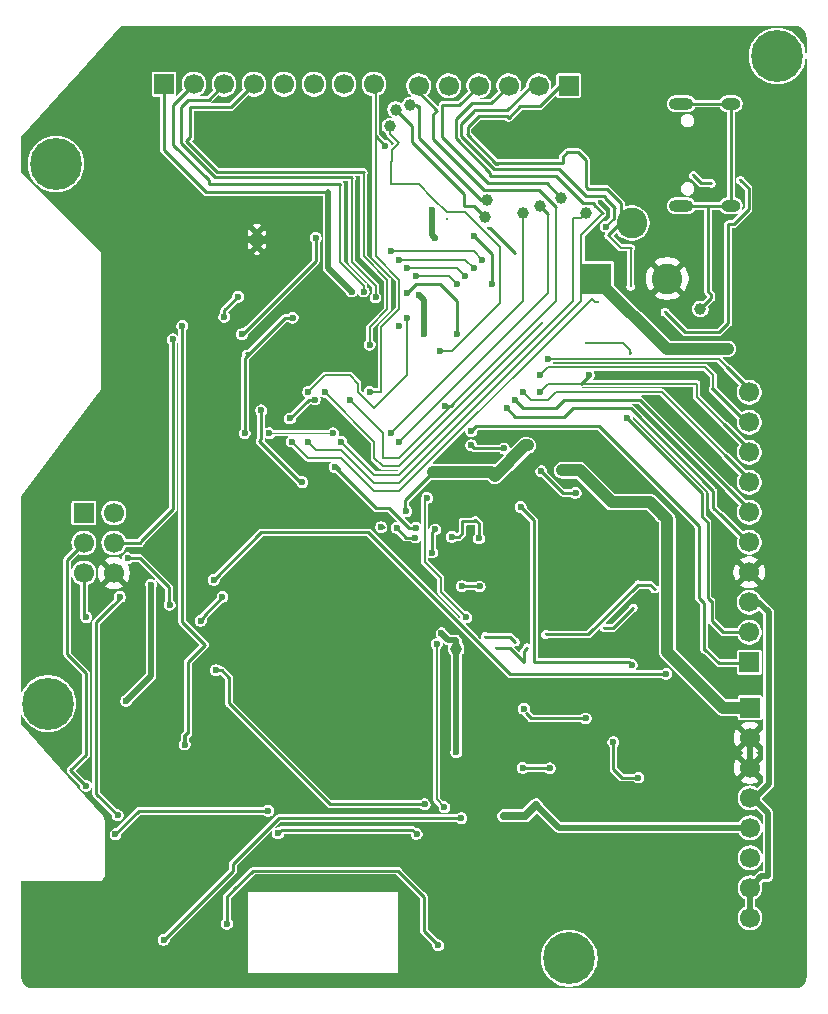
<source format=gbr>
%TF.GenerationSoftware,KiCad,Pcbnew,9.0.2-9.0.2-0~ubuntu22.04.1*%
%TF.CreationDate,2025-06-26T08:40:54+05:30*%
%TF.ProjectId,ARDUNIO_ADV,41524455-4e49-44f5-9f41-44562e6b6963,rev?*%
%TF.SameCoordinates,Original*%
%TF.FileFunction,Copper,L2,Bot*%
%TF.FilePolarity,Positive*%
%FSLAX46Y46*%
G04 Gerber Fmt 4.6, Leading zero omitted, Abs format (unit mm)*
G04 Created by KiCad (PCBNEW 9.0.2-9.0.2-0~ubuntu22.04.1) date 2025-06-26 08:40:54*
%MOMM*%
%LPD*%
G01*
G04 APERTURE LIST*
%TA.AperFunction,ComponentPad*%
%ADD10C,0.700000*%
%TD*%
%TA.AperFunction,ComponentPad*%
%ADD11C,4.400000*%
%TD*%
%TA.AperFunction,HeatsinkPad*%
%ADD12O,2.100000X1.000000*%
%TD*%
%TA.AperFunction,HeatsinkPad*%
%ADD13O,1.600000X1.000000*%
%TD*%
%TA.AperFunction,ComponentPad*%
%ADD14R,2.600000X2.600000*%
%TD*%
%TA.AperFunction,ComponentPad*%
%ADD15C,2.600000*%
%TD*%
%TA.AperFunction,ComponentPad*%
%ADD16R,1.700000X1.700000*%
%TD*%
%TA.AperFunction,ComponentPad*%
%ADD17C,1.700000*%
%TD*%
%TA.AperFunction,HeatsinkPad*%
%ADD18C,0.500000*%
%TD*%
%TA.AperFunction,HeatsinkPad*%
%ADD19R,0.500000X1.600000*%
%TD*%
%TA.AperFunction,ViaPad*%
%ADD20C,0.600000*%
%TD*%
%TA.AperFunction,ViaPad*%
%ADD21C,0.300000*%
%TD*%
%TA.AperFunction,ViaPad*%
%ADD22C,1.000000*%
%TD*%
%TA.AperFunction,Conductor*%
%ADD23C,0.500000*%
%TD*%
%TA.AperFunction,Conductor*%
%ADD24C,0.250000*%
%TD*%
%TA.AperFunction,Conductor*%
%ADD25C,0.400000*%
%TD*%
%TA.AperFunction,Conductor*%
%ADD26C,0.700000*%
%TD*%
%TA.AperFunction,Conductor*%
%ADD27C,1.000000*%
%TD*%
%TA.AperFunction,Conductor*%
%ADD28C,0.300000*%
%TD*%
%TA.AperFunction,Conductor*%
%ADD29C,0.100000*%
%TD*%
%TA.AperFunction,Conductor*%
%ADD30C,0.200000*%
%TD*%
G04 APERTURE END LIST*
D10*
%TO.P,H4,1*%
%TO.N,N/C*%
X109300000Y-75200000D03*
X109783274Y-74033274D03*
X109783274Y-76366726D03*
X110950000Y-73550000D03*
D11*
X110950000Y-75200000D03*
D10*
X110950000Y-76850000D03*
X112116726Y-74033274D03*
X112116726Y-76366726D03*
X112600000Y-75200000D03*
%TD*%
D12*
%TO.P,USB-C,S1,SHIELD*%
%TO.N,Net-(J2-SHIELD)*%
X163900000Y-78730000D03*
D13*
X168080000Y-78730000D03*
D12*
X163900000Y-70090000D03*
D13*
X168080000Y-70090000D03*
%TD*%
D14*
%TO.P,12V IN,1*%
%TO.N,Vin*%
X156700000Y-84900000D03*
D15*
%TO.P,12V IN,2*%
%TO.N,GND*%
X162700000Y-84900000D03*
%TO.P,12V IN,3*%
%TO.N,N/C*%
X159700000Y-80200000D03*
%TD*%
D16*
%TO.P,J3-1,1,Pin_1*%
%TO.N,A0*%
X154360000Y-68570000D03*
D17*
%TO.P,J3-1,2,Pin_2*%
%TO.N,A1*%
X151820000Y-68570000D03*
%TO.P,J3-1,3,Pin_3*%
%TO.N,A2*%
X149280000Y-68570000D03*
%TO.P,J3-1,4,Pin_4*%
%TO.N,A3*%
X146740000Y-68570000D03*
%TO.P,J3-1,5,Pin_5*%
%TO.N,A4*%
X144200000Y-68570000D03*
%TO.P,J3-1,6,Pin_6*%
%TO.N,A5*%
X141660000Y-68570000D03*
%TD*%
D16*
%TO.P,J2-1,1,Pin_1*%
%TO.N,D7*%
X120090000Y-68440000D03*
D17*
%TO.P,J2-1,2,Pin_2*%
%TO.N,D6*%
X122630000Y-68440000D03*
%TO.P,J2-1,3,Pin_3*%
%TO.N,D5*%
X125170000Y-68440000D03*
%TO.P,J2-1,4,Pin_4*%
%TO.N,D4*%
X127710000Y-68440000D03*
%TO.P,J2-1,5,Pin_5*%
%TO.N,D3*%
X130250000Y-68440000D03*
%TO.P,J2-1,6,Pin_6*%
%TO.N,D2*%
X132790000Y-68440000D03*
%TO.P,J2-1,7,Pin_7*%
%TO.N,TX*%
X135330000Y-68440000D03*
%TO.P,J2-1,8,Pin_8*%
%TO.N,RX*%
X137870000Y-68440000D03*
%TD*%
D18*
%TO.P,U2,7,PAD*%
%TO.N,GND*%
X127941300Y-81019800D03*
D19*
X127941300Y-81569800D03*
D18*
X127941300Y-82119800D03*
%TD*%
D16*
%TO.P,J1-1,1,Pin_1*%
%TO.N,A5*%
X169650000Y-117390000D03*
D17*
%TO.P,J1-1,2,Pin_2*%
%TO.N,A4*%
X169650000Y-114850000D03*
%TO.P,J1-1,3,Pin_3*%
%TO.N,5V*%
X169650000Y-112310000D03*
%TO.P,J1-1,4,Pin_4*%
%TO.N,GND*%
X169650000Y-109770000D03*
%TO.P,J1-1,5,Pin_5*%
%TO.N,D8*%
X169650000Y-107230000D03*
%TO.P,J1-1,6,Pin_6*%
%TO.N,D9*%
X169650000Y-104690000D03*
%TO.P,J1-1,7,Pin_7*%
%TO.N,D10*%
X169650000Y-102150000D03*
%TO.P,J1-1,8,Pin_8*%
%TO.N,D11*%
X169650000Y-99610000D03*
%TO.P,J1-1,9,Pin_9*%
%TO.N,D12*%
X169650000Y-97070000D03*
%TO.P,J1-1,10,Pin_10*%
%TO.N,D13*%
X169650000Y-94530000D03*
%TD*%
D10*
%TO.P,H2,1*%
%TO.N,N/C*%
X152750000Y-142450000D03*
X153233274Y-141283274D03*
X153233274Y-143616726D03*
X154400000Y-140800000D03*
D11*
X154400000Y-142450000D03*
D10*
X154400000Y-144100000D03*
X155566726Y-141283274D03*
X155566726Y-143616726D03*
X156050000Y-142450000D03*
%TD*%
D16*
%TO.P,J1,1,Pin_1*%
%TO.N,D12*%
X113309400Y-104749600D03*
D17*
%TO.P,J1,2,Pin_2*%
%TO.N,Net-(D1-K)*%
X115849400Y-104749600D03*
%TO.P,J1,3,Pin_3*%
%TO.N,D13*%
X113309400Y-107289600D03*
%TO.P,J1,4,Pin_4*%
%TO.N,D11*%
X115849400Y-107289600D03*
%TO.P,J1,5,Pin_5*%
%TO.N,RST*%
X113309400Y-109829600D03*
%TO.P,J1,6,Pin_6*%
%TO.N,GND*%
X115849400Y-109829600D03*
%TD*%
D16*
%TO.P,J4-1,1,Pin_1*%
%TO.N,Vin*%
X169700000Y-121240000D03*
D17*
%TO.P,J4-1,2,Pin_2*%
%TO.N,GND*%
X169700000Y-123780000D03*
%TO.P,J4-1,3,Pin_3*%
X169700000Y-126320000D03*
%TO.P,J4-1,4,Pin_4*%
%TO.N,5V*%
X169700000Y-128860000D03*
%TO.P,J4-1,5,Pin_5*%
%TO.N,3.3v*%
X169700000Y-131400000D03*
%TO.P,J4-1,6,Pin_6*%
%TO.N,RST*%
X169700000Y-133940000D03*
%TO.P,J4-1,7,Pin_7*%
%TO.N,5V*%
X169700000Y-136480000D03*
%TO.P,J4-1,8,Pin_8*%
X169700000Y-139020000D03*
%TD*%
D10*
%TO.P,H1,1*%
%TO.N,N/C*%
X170366726Y-66066726D03*
X170850000Y-64900000D03*
X170850000Y-67233452D03*
X172016726Y-64416726D03*
D11*
X172016726Y-66066726D03*
D10*
X172016726Y-67716726D03*
X173183452Y-64900000D03*
X173183452Y-67233452D03*
X173666726Y-66066726D03*
%TD*%
%TO.P,H3,1*%
%TO.N,N/C*%
X108616726Y-120883274D03*
X109100000Y-119716548D03*
X109100000Y-122050000D03*
X110266726Y-119233274D03*
D11*
X110266726Y-120883274D03*
D10*
X110266726Y-122533274D03*
X111433452Y-119716548D03*
X111433452Y-122050000D03*
X111916726Y-120883274D03*
%TD*%
D20*
%TO.N,Net-(BZ1-+)*%
X125425200Y-139522200D03*
X143306800Y-141351000D03*
D21*
%TO.N,5V*%
X144830800Y-116370000D03*
X149830000Y-115670000D03*
X161640000Y-111190000D03*
X147280000Y-115210000D03*
D20*
X141655800Y-86258400D03*
X144830800Y-125018800D03*
D21*
X152400000Y-115030000D03*
X164920000Y-76160000D03*
X157350000Y-114470000D03*
X160230000Y-110830000D03*
D20*
X143586200Y-114935000D03*
D21*
X159820000Y-112770000D03*
D20*
X142824200Y-79121000D03*
X118999000Y-110820200D03*
D21*
X148180000Y-116200000D03*
X150840000Y-116160000D03*
X162510000Y-87750000D03*
X166420000Y-76830000D03*
X168890000Y-76570000D03*
D20*
X143052800Y-81457800D03*
X142138400Y-89636600D03*
X116890800Y-120650000D03*
D22*
X144830800Y-116240000D03*
D20*
%TO.N,Net-(U1-AREF)*%
X128320800Y-96062800D03*
X131800600Y-102133400D03*
X134569200Y-100863400D03*
X146812000Y-110972600D03*
X141427200Y-106019600D03*
X143052800Y-106146600D03*
X142798800Y-108102400D03*
X145313400Y-110947200D03*
%TO.N,PB6*%
X144475200Y-106781600D03*
X130759200Y-96748600D03*
X132867400Y-95148400D03*
X146761200Y-106908600D03*
%TO.N,PB7*%
X139801600Y-106019600D03*
X141376400Y-106832400D03*
%TO.N,3.3v*%
X120065800Y-140893800D03*
X145262600Y-130581400D03*
X148869400Y-130403600D03*
%TO.N,Vl*%
X150571200Y-121335800D03*
X155803600Y-122148600D03*
%TO.N,Net-(JP2-B)*%
X152044400Y-101219000D03*
X146100800Y-99009200D03*
X148869400Y-99288600D03*
X154940000Y-103047800D03*
%TO.N,Net-(D1-K)*%
X123190000Y-113893600D03*
X125044200Y-111861600D03*
%TO.N,Vin*%
X140614400Y-104597200D03*
X150876000Y-99034600D03*
X153822400Y-101142800D03*
D22*
X167850000Y-90850000D03*
D20*
X138480800Y-105943400D03*
D22*
X162280000Y-104920000D03*
D20*
%TO.N,Net-(D4-DIN)*%
X126365000Y-86436200D03*
X125196600Y-88138000D03*
X121640600Y-88900000D03*
X121843800Y-124358400D03*
%TO.N,Net-(D6-A)*%
X142163800Y-129413000D03*
X124485400Y-118059200D03*
%TO.N,Net-(D7-A)*%
X116357400Y-111861600D03*
X116179600Y-130352800D03*
%TO.N,Net-(D8-A)*%
X129743200Y-131876800D03*
X141478000Y-131927600D03*
X128905000Y-129971800D03*
X115980200Y-131953000D03*
%TO.N,RST*%
X120573800Y-112522000D03*
X129000000Y-98000000D03*
X134400000Y-98000000D03*
X162620000Y-118364000D03*
X113512600Y-113563400D03*
X117017800Y-108585000D03*
X124307600Y-110413800D03*
%TO.N,D13*%
X152600000Y-91700000D03*
X147000000Y-83300000D03*
X139300000Y-82600000D03*
X113487200Y-127847000D03*
%TO.N,D12*%
X151900000Y-93100000D03*
X126923800Y-97993200D03*
X140000000Y-83300000D03*
X130987800Y-88214200D03*
X146300000Y-84000000D03*
%TO.N,D11*%
X145600000Y-84700000D03*
X146354800Y-81305400D03*
X120853200Y-90043000D03*
X147878800Y-85369400D03*
X140700000Y-84000000D03*
X126695200Y-89611200D03*
X132943600Y-81457800D03*
X151900000Y-94500000D03*
X156057600Y-93065600D03*
%TO.N,D10*%
X150500000Y-94500000D03*
X141400000Y-84700000D03*
X144900000Y-85400000D03*
%TO.N,D9*%
X140000000Y-88900000D03*
X149800000Y-95200000D03*
%TO.N,A5*%
X143891000Y-95732600D03*
X146100800Y-97840800D03*
X135800000Y-95200000D03*
%TO.N,D8*%
X140700000Y-86100000D03*
X144900000Y-89600000D03*
X149100000Y-95900000D03*
D21*
%TO.N,A4*%
X159612500Y-91212500D03*
D20*
X159308800Y-96748600D03*
X133700000Y-94500000D03*
D21*
X149830000Y-82770000D03*
X147530000Y-80600000D03*
X144050000Y-79820000D03*
X152100000Y-88700000D03*
X155780000Y-90320000D03*
D22*
%TO.N,Net-(J2-SHIELD)*%
X165500000Y-87460000D03*
D20*
%TO.N,TX*%
X143179800Y-115849400D03*
X142367000Y-103479600D03*
D22*
X139700000Y-70590000D03*
D20*
X145694400Y-113588800D03*
X143840200Y-129667000D03*
D22*
X147300000Y-79710000D03*
D20*
X139300000Y-98000000D03*
D22*
X150500000Y-79330000D03*
D20*
%TO.N,D5*%
X138000000Y-86500000D03*
%TO.N,D7*%
X136000000Y-86000000D03*
%TO.N,D3*%
X138836400Y-73660000D03*
X137500000Y-94500000D03*
%TO.N,D6*%
X137000000Y-86000000D03*
%TO.N,RX*%
X140000000Y-98700000D03*
D22*
X147470000Y-78210000D03*
X140920000Y-70200000D03*
X151900000Y-78740000D03*
%TO.N,D2*%
X139210000Y-71990000D03*
D20*
X143500000Y-91000000D03*
%TO.N,D4*%
X137500000Y-90500000D03*
%TO.N,A3*%
X135100000Y-98700000D03*
D22*
X155820000Y-79380000D03*
X153730000Y-78040000D03*
D20*
%TO.N,A1*%
X132300000Y-94500000D03*
X140700000Y-88200000D03*
X157500000Y-80500000D03*
%TO.N,A2*%
X132300000Y-98700000D03*
D21*
%TO.N,A0*%
X156850000Y-86900000D03*
D20*
X130900000Y-98700000D03*
D21*
X159600000Y-85550000D03*
D20*
%TO.N,SCL*%
X150291800Y-104241600D03*
X158140400Y-124155200D03*
X150469600Y-126339600D03*
X159689800Y-117602000D03*
X152755600Y-126365000D03*
X160248600Y-127152400D03*
%TD*%
D23*
%TO.N,GND*%
X169700000Y-123780000D02*
X169700000Y-126320000D01*
D24*
%TO.N,Net-(BZ1-+)*%
X142087600Y-137236200D02*
X141909800Y-137058400D01*
X139928600Y-135077200D02*
X139928600Y-135026400D01*
X126034800Y-136626600D02*
X125425200Y-137236200D01*
X142087600Y-140131800D02*
X142087600Y-140055600D01*
X125425200Y-137236200D02*
X125425200Y-139522200D01*
X139928600Y-135026400D02*
X127635000Y-135026400D01*
X141909800Y-137058400D02*
X139928600Y-135077200D01*
X143306800Y-141351000D02*
X142087600Y-140131800D01*
X142087600Y-140055600D02*
X142087600Y-137236200D01*
X127635000Y-135026400D02*
X126034800Y-136626600D01*
%TO.N,5V*%
X160230000Y-110830000D02*
X156030000Y-115030000D01*
X157350000Y-114470000D02*
X158120000Y-114470000D01*
D23*
X169970000Y-128860000D02*
X171230000Y-130120000D01*
X170120000Y-128860000D02*
X171280000Y-127700000D01*
D24*
X164220000Y-89460000D02*
X167090000Y-89460000D01*
X167090000Y-89460000D02*
X167850000Y-88700000D01*
X158120000Y-114470000D02*
X159820000Y-112770000D01*
D23*
X144830800Y-116240000D02*
X144830800Y-115493800D01*
D24*
X150560000Y-117390000D02*
X150560000Y-116440000D01*
D23*
X144830800Y-125018800D02*
X144830800Y-116370000D01*
X171230000Y-135520000D02*
X170660000Y-135520000D01*
D24*
X169590000Y-77270000D02*
X168890000Y-76570000D01*
D23*
X169700000Y-136480000D02*
X169700000Y-139020000D01*
D24*
X162510000Y-87750000D02*
X164220000Y-89460000D01*
X149370000Y-116200000D02*
X150560000Y-117390000D01*
X161280000Y-110830000D02*
X161640000Y-111190000D01*
D23*
X171230000Y-130120000D02*
X171230000Y-135520000D01*
X141655800Y-86258400D02*
X142138400Y-86741000D01*
D24*
X149370000Y-115210000D02*
X149830000Y-115670000D01*
D23*
X169700000Y-128860000D02*
X170120000Y-128860000D01*
X170660000Y-135520000D02*
X169700000Y-136480000D01*
X170420000Y-112310000D02*
X169650000Y-112310000D01*
D24*
X169590000Y-79030000D02*
X169590000Y-77270000D01*
D23*
X142138400Y-86741000D02*
X142138400Y-89636600D01*
D24*
X147280000Y-115210000D02*
X149370000Y-115210000D01*
D23*
X144830800Y-115493800D02*
X144145000Y-115493800D01*
D24*
X148180000Y-116200000D02*
X149370000Y-116200000D01*
D23*
X142824200Y-81229200D02*
X143052800Y-81457800D01*
X142824200Y-79121000D02*
X142824200Y-81229200D01*
D24*
X165590000Y-76830000D02*
X164920000Y-76160000D01*
X168330000Y-80290000D02*
X169590000Y-79030000D01*
D23*
X118999000Y-110820200D02*
X118999000Y-118541800D01*
X144145000Y-115493800D02*
X143586200Y-114935000D01*
D24*
X167850000Y-88700000D02*
X167850000Y-80290000D01*
X150560000Y-116440000D02*
X150840000Y-116160000D01*
D23*
X118999000Y-118541800D02*
X116890800Y-120650000D01*
D24*
X166420000Y-76830000D02*
X165590000Y-76830000D01*
X167850000Y-80290000D02*
X168330000Y-80290000D01*
D23*
X144830800Y-116370000D02*
X144830800Y-116240000D01*
D24*
X156030000Y-115030000D02*
X152400000Y-115030000D01*
X160230000Y-110830000D02*
X161280000Y-110830000D01*
D23*
X169700000Y-128860000D02*
X169970000Y-128860000D01*
X171280000Y-127700000D02*
X171280000Y-113170000D01*
X171280000Y-113170000D02*
X170420000Y-112310000D01*
D24*
%TO.N,Net-(U1-AREF)*%
X139166600Y-104317800D02*
X140792200Y-105943400D01*
X138023600Y-104317800D02*
X139166600Y-104317800D01*
X140868400Y-106019600D02*
X141427200Y-106019600D01*
X131622800Y-102133400D02*
X131800600Y-102133400D01*
X146710400Y-110947200D02*
X145313400Y-110947200D01*
X142798800Y-108102400D02*
X142798800Y-106400600D01*
X128320800Y-96062800D02*
X128320800Y-98526600D01*
X140792200Y-105943400D02*
X140868400Y-106019600D01*
X128168400Y-98679000D02*
X131622800Y-102133400D01*
X131826000Y-102133400D02*
X131800600Y-102133400D01*
D25*
X134823200Y-101041200D02*
X134645400Y-100863400D01*
D24*
X142798800Y-106400600D02*
X143052800Y-106146600D01*
X134569200Y-100863400D02*
X138023600Y-104317800D01*
X128320800Y-98526600D02*
X128168400Y-98679000D01*
D25*
X134645400Y-100863400D02*
X134569200Y-100863400D01*
D24*
%TO.N,PB6*%
X146761200Y-105638600D02*
X146761200Y-106908600D01*
X130759200Y-96748600D02*
X132359400Y-95148400D01*
X146456400Y-105333800D02*
X146761200Y-105638600D01*
X145364200Y-105460800D02*
X145364200Y-106451400D01*
X145034000Y-106781600D02*
X144475200Y-106781600D01*
X132359400Y-95148400D02*
X132867400Y-95148400D01*
X145364200Y-105460800D02*
X146329400Y-105460800D01*
X145364200Y-106451400D02*
X145034000Y-106781600D01*
X146329400Y-105460800D02*
X146456400Y-105333800D01*
%TO.N,PB7*%
X139801600Y-106019600D02*
X140614400Y-106832400D01*
X140614400Y-106832400D02*
X141376400Y-106832400D01*
%TO.N,3.3v*%
X129794000Y-130581400D02*
X145262600Y-130581400D01*
X125933200Y-134442200D02*
X129794000Y-130581400D01*
X125933200Y-135026400D02*
X125933200Y-134442200D01*
D26*
X150647400Y-130403600D02*
X148869400Y-130403600D01*
D24*
X120065800Y-140893800D02*
X125933200Y-135026400D01*
D23*
X153550000Y-131400000D02*
X151600500Y-129450500D01*
D26*
X151600500Y-129450500D02*
X150647400Y-130403600D01*
D23*
X169700000Y-131400000D02*
X153550000Y-131400000D01*
D24*
%TO.N,Vl*%
X150749000Y-121691400D02*
X151206200Y-122148600D01*
X151206200Y-122148600D02*
X155803600Y-122148600D01*
%TO.N,Net-(JP2-B)*%
X153873200Y-103047800D02*
X152044400Y-101219000D01*
X146380200Y-99288600D02*
X146100800Y-99009200D01*
X148869400Y-99288600D02*
X146380200Y-99288600D01*
X154940000Y-103047800D02*
X153873200Y-103047800D01*
%TO.N,Net-(D1-K)*%
X123444000Y-113461800D02*
X125044200Y-111861600D01*
X123444000Y-113588800D02*
X123190000Y-113842800D01*
X123444000Y-113588800D02*
X123444000Y-113461800D01*
X123190000Y-113842800D02*
X123190000Y-113893600D01*
%TO.N,Vin*%
X148336000Y-101244400D02*
X150368000Y-99212400D01*
X140512800Y-104495600D02*
X140614400Y-104597200D01*
D27*
X150876000Y-99034600D02*
X150672800Y-99034600D01*
X162712400Y-105283000D02*
X162712400Y-116522400D01*
D24*
X138480800Y-105943400D02*
X138684000Y-105943400D01*
D27*
X167850000Y-90850000D02*
X162650000Y-90850000D01*
X162650000Y-90850000D02*
X156700000Y-84900000D01*
D24*
X142900400Y-101269800D02*
X148310600Y-101269800D01*
D27*
X155295600Y-101142800D02*
X157988000Y-103835200D01*
D24*
X140512800Y-103657400D02*
X140512800Y-104419400D01*
D27*
X148107400Y-101600000D02*
X147777200Y-101269800D01*
D24*
X142900400Y-101269800D02*
X140512800Y-103657400D01*
D27*
X147777200Y-101269800D02*
X142900400Y-101269800D01*
X153822400Y-101142800D02*
X155295600Y-101142800D01*
X162712400Y-116522400D02*
X167430000Y-121240000D01*
X150672800Y-99034600D02*
X148107400Y-101600000D01*
D24*
X148310600Y-101269800D02*
X148336000Y-101244400D01*
D27*
X157988000Y-103835200D02*
X161264600Y-103835200D01*
X161864700Y-104435300D02*
X162712400Y-105283000D01*
X161264600Y-103835200D02*
X161864700Y-104435300D01*
D24*
X140512800Y-104419400D02*
X140512800Y-104495600D01*
D27*
X167430000Y-121240000D02*
X169700000Y-121240000D01*
D24*
%TO.N,Net-(D4-DIN)*%
X121640600Y-113969800D02*
X123571000Y-115900200D01*
X121640600Y-88900000D02*
X121640600Y-113969800D01*
D28*
X121843800Y-124358400D02*
X121843800Y-123672600D01*
X121843800Y-123672600D02*
X122123200Y-123393200D01*
D24*
X122123200Y-117348000D02*
X122123200Y-123393200D01*
X123571000Y-115900200D02*
X122123200Y-117348000D01*
X126365000Y-86436200D02*
X125196600Y-87604600D01*
X125196600Y-87604600D02*
X125196600Y-88138000D01*
%TO.N,Net-(D6-A)*%
X125603000Y-118694200D02*
X124968000Y-118059200D01*
X124968000Y-118059200D02*
X124485400Y-118059200D01*
X125603000Y-120878600D02*
X125603000Y-118694200D01*
X134137400Y-129413000D02*
X125603000Y-120878600D01*
X142163800Y-129413000D02*
X134137400Y-129413000D01*
%TO.N,Net-(D7-A)*%
X116357400Y-112014000D02*
X115798600Y-112572800D01*
X116357400Y-111861600D02*
X116357400Y-112014000D01*
X114350800Y-128524000D02*
X116179600Y-130352800D01*
X114350800Y-114020600D02*
X114350800Y-125933200D01*
X114350800Y-125933200D02*
X114350800Y-128524000D01*
X115798600Y-112572800D02*
X114350800Y-114020600D01*
%TO.N,Net-(D8-A)*%
X128905000Y-129971800D02*
X117961400Y-129971800D01*
X141122400Y-131572000D02*
X131572000Y-131572000D01*
X130048000Y-131572000D02*
X129743200Y-131876800D01*
X141478000Y-131927600D02*
X141122400Y-131572000D01*
X117961400Y-129971800D02*
X115980200Y-131953000D01*
X131572000Y-131572000D02*
X130048000Y-131572000D01*
%TO.N,RST*%
X149364000Y-118364000D02*
X137420000Y-106420000D01*
X117017800Y-108585000D02*
X118059200Y-108585000D01*
X120523000Y-111048800D02*
X120523000Y-112471200D01*
X118059200Y-108585000D02*
X120523000Y-111048800D01*
X124307600Y-110413800D02*
X128320800Y-106400600D01*
X137400600Y-106400600D02*
X137420000Y-106420000D01*
D29*
X129000000Y-98000000D02*
X134400000Y-98000000D01*
D24*
X120523000Y-112471200D02*
X120573800Y-112522000D01*
X113309400Y-109829600D02*
X113309400Y-113360200D01*
X162620000Y-118364000D02*
X149364000Y-118364000D01*
X128320800Y-106400600D02*
X137400600Y-106400600D01*
X113309400Y-113360200D02*
X113512600Y-113563400D01*
D30*
%TO.N,D13*%
X168000000Y-92640000D02*
X167865000Y-92505000D01*
X167865000Y-92505000D02*
X167060000Y-91700000D01*
X147000000Y-83300000D02*
X146300000Y-82600000D01*
X167060000Y-91700000D02*
X152600000Y-91700000D01*
D24*
X112170100Y-126529900D02*
X113487200Y-127847000D01*
X111887000Y-116687000D02*
X113500000Y-118300000D01*
D28*
X169860000Y-94520000D02*
X169860000Y-94500000D01*
D24*
X113500000Y-125200000D02*
X112170100Y-126529900D01*
D30*
X146300000Y-82600000D02*
X139300000Y-82600000D01*
D28*
X169860000Y-94500000D02*
X167865000Y-92505000D01*
D24*
X113309400Y-107289600D02*
X111887000Y-108712000D01*
X111887000Y-108712000D02*
X111887000Y-116687000D01*
X113500000Y-118300000D02*
X113500000Y-125200000D01*
%TO.N,D12*%
X127787400Y-90779600D02*
X130276600Y-88290400D01*
D30*
X166600000Y-93100000D02*
X165900000Y-92400000D01*
D24*
X130352800Y-88214200D02*
X130987800Y-88214200D01*
D30*
X165900000Y-92400000D02*
X152600000Y-92400000D01*
D24*
X130276600Y-88290400D02*
X130352800Y-88214200D01*
D30*
X145600000Y-83300000D02*
X140000000Y-83300000D01*
X146300000Y-84000000D02*
X145600000Y-83300000D01*
X152600000Y-92400000D02*
X151900000Y-93100000D01*
D28*
X169860000Y-97060000D02*
X169400000Y-97060000D01*
D24*
X126923800Y-97993200D02*
X126923800Y-91643200D01*
D30*
X166600000Y-94260000D02*
X166600000Y-93100000D01*
D24*
X127025400Y-91236800D02*
X127330200Y-91236800D01*
D28*
X169400000Y-97060000D02*
X166600000Y-94260000D01*
D24*
X126923800Y-91643200D02*
X127787400Y-90779600D01*
X127330200Y-91236800D02*
X127787400Y-90779600D01*
D28*
%TO.N,D11*%
X169860000Y-99600000D02*
X169860000Y-99580000D01*
D24*
X120853200Y-104394000D02*
X120853200Y-90043000D01*
X146354800Y-81305400D02*
X147878800Y-82829400D01*
X126695200Y-89611200D02*
X126746000Y-89611200D01*
X147878800Y-82829400D02*
X147878800Y-85369400D01*
X127203200Y-89154000D02*
X132943600Y-83413600D01*
D30*
X165200000Y-93800000D02*
X155371800Y-93800000D01*
D24*
X118084600Y-107289600D02*
X118160800Y-107213400D01*
D30*
X145600000Y-84700000D02*
X144900000Y-84000000D01*
X168000000Y-97720000D02*
X167575000Y-97295000D01*
D24*
X132943600Y-83413600D02*
X132943600Y-81457800D01*
D28*
X169860000Y-99580000D02*
X167575000Y-97295000D01*
D30*
X144900000Y-84000000D02*
X140700000Y-84000000D01*
X152600000Y-93800000D02*
X151900000Y-94500000D01*
D24*
X118160800Y-107213400D02*
X118160800Y-107086400D01*
X118160800Y-107086400D02*
X120853200Y-104394000D01*
X156057600Y-93114200D02*
X155371800Y-93800000D01*
X115849400Y-107289600D02*
X118084600Y-107289600D01*
D30*
X167575000Y-97295000D02*
X165200000Y-94920000D01*
D24*
X126746000Y-89611200D02*
X127203200Y-89154000D01*
D30*
X155371800Y-93800000D02*
X152600000Y-93800000D01*
D24*
X156057600Y-93065600D02*
X156057600Y-93114200D01*
D30*
X165200000Y-94920000D02*
X165200000Y-93800000D01*
%TO.N,D10*%
X152600000Y-95200000D02*
X151900000Y-95200000D01*
X168000000Y-100260000D02*
X162240000Y-94500000D01*
X153300000Y-94500000D02*
X152600000Y-95200000D01*
D28*
X169860000Y-102140000D02*
X167660000Y-99940000D01*
D30*
X151200000Y-95200000D02*
X150500000Y-94500000D01*
X144200000Y-84700000D02*
X141400000Y-84700000D01*
X151900000Y-95200000D02*
X151200000Y-95200000D01*
X162240000Y-94500000D02*
X153300000Y-94500000D01*
X144900000Y-85400000D02*
X144200000Y-84700000D01*
D24*
%TO.N,D9*%
X168000000Y-102800000D02*
X167910000Y-102710000D01*
X150500000Y-95900000D02*
X149800000Y-95200000D01*
X167910000Y-102710000D02*
X160400000Y-95200000D01*
X153300000Y-95900000D02*
X150500000Y-95900000D01*
D28*
X169860000Y-104660000D02*
X167910000Y-102710000D01*
X169860000Y-104680000D02*
X169860000Y-104660000D01*
D24*
X160400000Y-95200000D02*
X154000000Y-95200000D01*
X154000000Y-95200000D02*
X153300000Y-95900000D01*
%TO.N,A5*%
X165910000Y-116310000D02*
X165810000Y-116310000D01*
X147269200Y-97409000D02*
X146532600Y-97409000D01*
X146532600Y-97409000D02*
X146100800Y-97840800D01*
X164109400Y-104597200D02*
X156921200Y-97409000D01*
X167060000Y-117460000D02*
X165910000Y-116310000D01*
X156921200Y-97409000D02*
X147269200Y-97409000D01*
X165404800Y-111970000D02*
X165404800Y-105892600D01*
X165810000Y-112375200D02*
X165404800Y-111970000D01*
X165404800Y-105892600D02*
X164109400Y-104597200D01*
D30*
X138600000Y-98000000D02*
X135800000Y-95200000D01*
X144586400Y-95513600D02*
X140000000Y-100100000D01*
D24*
X169580000Y-117460000D02*
X167060000Y-117460000D01*
X165810000Y-116310000D02*
X165810000Y-112375200D01*
X169650000Y-117390000D02*
X169580000Y-117460000D01*
X142900000Y-71000000D02*
X142900000Y-73080000D01*
D30*
X140000000Y-100100000D02*
X138600000Y-100100000D01*
D24*
X141660000Y-69140000D02*
X143210000Y-70690000D01*
X143891000Y-95732600D02*
X144367400Y-95732600D01*
D30*
X153300000Y-86800000D02*
X144586400Y-95513600D01*
D24*
X144367400Y-95732600D02*
X144586400Y-95513600D01*
X141660000Y-68570000D02*
X141660000Y-69140000D01*
X147205000Y-77385000D02*
X151845000Y-77385000D01*
X151845000Y-77385000D02*
X153300000Y-78840000D01*
X142900000Y-73080000D02*
X147205000Y-77385000D01*
D30*
X153300000Y-78840000D02*
X153300000Y-86800000D01*
D24*
X143210000Y-70690000D02*
X142900000Y-71000000D01*
D30*
X138600000Y-100100000D02*
X138600000Y-98000000D01*
D28*
%TO.N,D8*%
X169860000Y-107220000D02*
X169520000Y-107220000D01*
D24*
X166600000Y-102900000D02*
X159600000Y-95900000D01*
X154700000Y-95900000D02*
X154000000Y-96600000D01*
X144900000Y-86800000D02*
X143500000Y-85400000D01*
X154000000Y-96600000D02*
X149800000Y-96600000D01*
X167640000Y-105340000D02*
X167240000Y-104940000D01*
X167240000Y-104940000D02*
X166600000Y-104300000D01*
X141400000Y-85400000D02*
X140700000Y-86100000D01*
X143500000Y-85400000D02*
X141400000Y-85400000D01*
X149800000Y-96600000D02*
X149100000Y-95900000D01*
X144900000Y-89600000D02*
X144900000Y-86800000D01*
D28*
X169520000Y-107220000D02*
X167240000Y-104940000D01*
D24*
X159600000Y-95900000D02*
X154700000Y-95900000D01*
X166600000Y-104300000D02*
X166600000Y-102900000D01*
%TO.N,A4*%
X166450000Y-112230000D02*
X166390000Y-112230000D01*
D30*
X158940000Y-90320000D02*
X159550000Y-90930000D01*
X137900000Y-98700000D02*
X133700000Y-94500000D01*
D24*
X166116000Y-105511600D02*
X165658800Y-105054400D01*
X165658800Y-103098600D02*
X159308800Y-96748600D01*
X166116000Y-111956000D02*
X166116000Y-105511600D01*
X169650000Y-114850000D02*
X167420000Y-114850000D01*
X147660000Y-80600000D02*
X149830000Y-82770000D01*
X166450000Y-113880000D02*
X166450000Y-112230000D01*
X147530000Y-80600000D02*
X147660000Y-80600000D01*
X166390000Y-112230000D02*
X166116000Y-111956000D01*
D30*
X140000000Y-100800000D02*
X138600000Y-100800000D01*
X138600000Y-100800000D02*
X137900000Y-100100000D01*
X137900000Y-100100000D02*
X137900000Y-98700000D01*
X155780000Y-90320000D02*
X158940000Y-90320000D01*
D24*
X167420000Y-114850000D02*
X166450000Y-113880000D01*
D30*
X159550000Y-90930000D02*
X159550000Y-91250000D01*
D24*
X165658800Y-105054400D02*
X165658800Y-103098600D01*
D30*
X152100000Y-88700000D02*
X140000000Y-100800000D01*
D24*
%TO.N,Net-(J2-SHIELD)*%
X168080000Y-78730000D02*
X166200000Y-78730000D01*
X166170000Y-86020000D02*
X166170000Y-78760000D01*
X166170000Y-78760000D02*
X166200000Y-78730000D01*
X165500000Y-87460000D02*
X166400000Y-86560000D01*
X166400000Y-86560000D02*
X166400000Y-86250000D01*
X166400000Y-86250000D02*
X166170000Y-86020000D01*
X168080000Y-70090000D02*
X168080000Y-78730000D01*
X163900000Y-70090000D02*
X168080000Y-70090000D01*
X166200000Y-78730000D02*
X163900000Y-78730000D01*
%TO.N,TX*%
X145500000Y-78780000D02*
X146370000Y-78780000D01*
D30*
X142163800Y-108889800D02*
X143535400Y-110261400D01*
X143179800Y-115849400D02*
X143179800Y-129006600D01*
D24*
X141090000Y-72120000D02*
X141090000Y-73360000D01*
D30*
X150500000Y-79330000D02*
X150500000Y-86800000D01*
X143535400Y-111429800D02*
X145694400Y-113588800D01*
D24*
X144660000Y-76930000D02*
X145500000Y-77770000D01*
D30*
X150500000Y-86800000D02*
X139300000Y-98000000D01*
X142367000Y-103479600D02*
X142163800Y-103682800D01*
X142163800Y-103682800D02*
X142163800Y-108889800D01*
D24*
X141090000Y-71980000D02*
X141090000Y-72120000D01*
D30*
X143179800Y-129006600D02*
X143840200Y-129667000D01*
X143535400Y-110261400D02*
X143535400Y-111429800D01*
D24*
X145500000Y-77770000D02*
X145500000Y-78780000D01*
X141090000Y-73360000D02*
X144660000Y-76930000D01*
X139700000Y-70590000D02*
X141090000Y-71980000D01*
X146370000Y-78780000D02*
X147300000Y-79710000D01*
%TO.N,D5*%
X135920000Y-76330000D02*
X136000000Y-76410000D01*
D30*
X136000000Y-83500000D02*
X137000000Y-84500000D01*
D24*
X123860000Y-69750000D02*
X122100000Y-69750000D01*
X122100000Y-69750000D02*
X121500000Y-70350000D01*
X124420000Y-76330000D02*
X135920000Y-76330000D01*
X121500000Y-73410000D02*
X124420000Y-76330000D01*
D30*
X136000000Y-76410000D02*
X136000000Y-83500000D01*
D24*
X121500000Y-70350000D02*
X121500000Y-73410000D01*
D30*
X137000000Y-84500000D02*
X138000000Y-85500000D01*
X138000000Y-85500000D02*
X138000000Y-86500000D01*
D24*
X125170000Y-68440000D02*
X123860000Y-69750000D01*
%TO.N,D7*%
X120090000Y-68440000D02*
X120090000Y-74020000D01*
D23*
X134000000Y-77560000D02*
X134000000Y-84000000D01*
D24*
X120090000Y-74020000D02*
X123630000Y-77560000D01*
D23*
X134000000Y-84000000D02*
X136000000Y-86000000D01*
D24*
X123630000Y-77560000D02*
X134000000Y-77560000D01*
D30*
%TO.N,D3*%
X140000000Y-85000000D02*
X140000000Y-87500000D01*
X138000000Y-72847200D02*
X138000000Y-83000000D01*
X138500000Y-94500000D02*
X137500000Y-94500000D01*
D24*
X138812800Y-73660000D02*
X138000000Y-72847200D01*
D30*
X140000000Y-87500000D02*
X138500000Y-89000000D01*
X138500000Y-89000000D02*
X138500000Y-94500000D01*
X138000000Y-69000000D02*
X138000000Y-72847200D01*
X138000000Y-83000000D02*
X140000000Y-85000000D01*
D24*
X138836400Y-73660000D02*
X138812800Y-73660000D01*
%TO.N,D6*%
X120890000Y-70180000D02*
X120890000Y-73590000D01*
D30*
X137000000Y-85500000D02*
X137000000Y-86000000D01*
D24*
X120890000Y-73590000D02*
X123860000Y-76560000D01*
X122630000Y-68440000D02*
X120890000Y-70180000D01*
X123860000Y-76920000D02*
X134970000Y-76920000D01*
D30*
X135000000Y-76950000D02*
X135000000Y-83500000D01*
X135000000Y-83500000D02*
X137000000Y-85500000D01*
D24*
X123860000Y-76560000D02*
X123860000Y-76920000D01*
X134970000Y-76920000D02*
X135000000Y-76950000D01*
%TO.N,RX*%
X141690000Y-71920000D02*
X141690000Y-72980000D01*
X141690000Y-70290000D02*
X141690000Y-70450000D01*
X141690000Y-70450000D02*
X141690000Y-71920000D01*
X151900000Y-78740000D02*
X152600000Y-79440000D01*
X141440000Y-70200000D02*
X141690000Y-70450000D01*
D30*
X152600000Y-86100000D02*
X140000000Y-98700000D01*
X152600000Y-79460000D02*
X152600000Y-86100000D01*
D24*
X146920000Y-78210000D02*
X147470000Y-78210000D01*
X140920000Y-70200000D02*
X141440000Y-70200000D01*
X152600000Y-79440000D02*
X152600000Y-79460000D01*
X145950000Y-77240000D02*
X146920000Y-78210000D01*
X141690000Y-72980000D02*
X145950000Y-77240000D01*
D30*
%TO.N,D2*%
X139210000Y-72660000D02*
X139210000Y-71990000D01*
X139400000Y-74960000D02*
X139400000Y-74030000D01*
X139340000Y-76920000D02*
X139340000Y-75020000D01*
X139990000Y-73440000D02*
X139210000Y-72660000D01*
X142810000Y-78090000D02*
X141640000Y-76920000D01*
X145300000Y-79290000D02*
X144010000Y-79290000D01*
X144500000Y-91000000D02*
X143500000Y-91000000D01*
X139340000Y-75020000D02*
X139400000Y-74960000D01*
X148500000Y-87000000D02*
X144500000Y-91000000D01*
X148500000Y-82250000D02*
X148500000Y-87000000D01*
X148500000Y-82250000D02*
X145540000Y-79290000D01*
X139400000Y-74030000D02*
X139990000Y-73440000D01*
X144010000Y-79290000D02*
X142810000Y-78090000D01*
X141640000Y-76920000D02*
X139340000Y-76920000D01*
X145540000Y-79290000D02*
X145300000Y-79290000D01*
%TO.N,D4*%
X137500000Y-90500000D02*
X137500000Y-89000000D01*
X137000000Y-75920000D02*
X137000000Y-83000000D01*
D24*
X136960000Y-75880000D02*
X137000000Y-75920000D01*
X122320000Y-72930000D02*
X121990000Y-73260000D01*
X127710000Y-68440000D02*
X125750000Y-70400000D01*
D30*
X137000000Y-83000000D02*
X139000000Y-85000000D01*
D24*
X121990000Y-73260000D02*
X124610000Y-75880000D01*
X122320000Y-70400000D02*
X122320000Y-72930000D01*
X124610000Y-75880000D02*
X136960000Y-75880000D01*
D30*
X137500000Y-89000000D02*
X139000000Y-87500000D01*
X139000000Y-87500000D02*
X139000000Y-85000000D01*
D24*
X125750000Y-70400000D02*
X122320000Y-70400000D01*
%TO.N,A3*%
X148080000Y-76790000D02*
X152480000Y-76790000D01*
X147500000Y-76790000D02*
X148080000Y-76790000D01*
X145110000Y-70200000D02*
X143670000Y-70200000D01*
D30*
X154700000Y-79800000D02*
X154700000Y-86800000D01*
D24*
X143670000Y-70200000D02*
X143670000Y-72860000D01*
D30*
X137900000Y-101500000D02*
X135100000Y-98700000D01*
D24*
X143620000Y-72910000D02*
X147500000Y-76790000D01*
X146740000Y-68570000D02*
X145110000Y-70200000D01*
D30*
X154700000Y-86800000D02*
X140000000Y-101500000D01*
D24*
X152480000Y-76790000D02*
X153730000Y-78040000D01*
D30*
X155400000Y-79800000D02*
X154700000Y-79800000D01*
X140000000Y-101500000D02*
X137900000Y-101500000D01*
X155820000Y-79380000D02*
X155400000Y-79800000D01*
D24*
X143670000Y-72860000D02*
X143620000Y-72910000D01*
D30*
%TO.N,A1*%
X137900000Y-95900000D02*
X136500000Y-94500000D01*
D24*
X157440000Y-78080000D02*
X158260000Y-78900000D01*
D30*
X136500000Y-94500000D02*
X136500000Y-93800000D01*
X135100000Y-93100000D02*
X133700000Y-93100000D01*
D24*
X148040000Y-75640000D02*
X153533274Y-75640000D01*
X151820000Y-68570000D02*
X151220000Y-68570000D01*
D30*
X158155000Y-79845000D02*
X157500000Y-80500000D01*
X140700000Y-88200000D02*
X140700000Y-93100000D01*
D24*
X151220000Y-68570000D02*
X149150000Y-70640000D01*
D30*
X136500000Y-93800000D02*
X135800000Y-93100000D01*
X140700000Y-93100000D02*
X137900000Y-95900000D01*
D24*
X157440000Y-77940000D02*
X157440000Y-78080000D01*
X145240000Y-72840000D02*
X148040000Y-75640000D01*
X158260000Y-78900000D02*
X158155000Y-79005000D01*
D30*
X133700000Y-93100000D02*
X132300000Y-94500000D01*
D24*
X155833274Y-77940000D02*
X157440000Y-77940000D01*
X149150000Y-70640000D02*
X146340000Y-70640000D01*
X153533274Y-75640000D02*
X155833274Y-77940000D01*
D30*
X135800000Y-93100000D02*
X135100000Y-93100000D01*
D24*
X146340000Y-70640000D02*
X146340000Y-70710000D01*
X146340000Y-70710000D02*
X145240000Y-71810000D01*
X158155000Y-79005000D02*
X158155000Y-79845000D01*
X145240000Y-71810000D02*
X145240000Y-72840000D01*
%TO.N,A2*%
X146140000Y-70040000D02*
X144790000Y-71390000D01*
X156540000Y-78690000D02*
X157225000Y-79375000D01*
D30*
X135100000Y-99400000D02*
X134400000Y-99400000D01*
X157225000Y-79375000D02*
X155400000Y-81200000D01*
X155400000Y-86800000D02*
X140000000Y-102200000D01*
X137900000Y-102200000D02*
X135100000Y-99400000D01*
D24*
X144790000Y-73030000D02*
X147730000Y-75970000D01*
X147810000Y-70040000D02*
X146140000Y-70040000D01*
X147730000Y-76230000D02*
X153290000Y-76230000D01*
D30*
X134400000Y-99400000D02*
X133000000Y-99400000D01*
D24*
X149280000Y-68570000D02*
X147810000Y-70040000D01*
D30*
X140000000Y-102200000D02*
X137900000Y-102200000D01*
X155400000Y-81200000D02*
X155400000Y-86800000D01*
X133000000Y-99400000D02*
X132300000Y-98700000D01*
D24*
X147730000Y-75970000D02*
X147730000Y-76230000D01*
X144790000Y-71390000D02*
X144790000Y-73030000D01*
X156540000Y-78480000D02*
X156540000Y-78690000D01*
X155540000Y-78480000D02*
X156540000Y-78480000D01*
X153290000Y-76230000D02*
X155540000Y-78480000D01*
D30*
%TO.N,A0*%
X158750000Y-82300000D02*
X157700000Y-81250000D01*
D24*
X156020000Y-77340000D02*
X157600000Y-77340000D01*
X145840000Y-72030000D02*
X145790000Y-72030000D01*
X149270000Y-71300000D02*
X149120000Y-71150000D01*
X154230000Y-74210000D02*
X155180000Y-74210000D01*
D30*
X132300000Y-100100000D02*
X130900000Y-98700000D01*
X140000000Y-102900000D02*
X137900000Y-102900000D01*
X156300000Y-86600000D02*
X140000000Y-102900000D01*
X156300000Y-86600000D02*
X156600000Y-86900000D01*
D24*
X153850000Y-75100000D02*
X153850000Y-74590000D01*
X155800000Y-74830000D02*
X155800000Y-77120000D01*
X148320000Y-75170000D02*
X148390000Y-75100000D01*
X150250000Y-70320000D02*
X149270000Y-71300000D01*
X153850000Y-74590000D02*
X154230000Y-74210000D01*
X145750000Y-72680000D02*
X148240000Y-75170000D01*
X145790000Y-72030000D02*
X145790000Y-72640000D01*
X158800000Y-78540000D02*
X158800000Y-80150000D01*
X151900000Y-70320000D02*
X150250000Y-70320000D01*
D30*
X159600000Y-85550000D02*
X159600000Y-82400000D01*
D24*
X158800000Y-80150000D02*
X157700000Y-81250000D01*
X153650000Y-68570000D02*
X151900000Y-70320000D01*
D30*
X159700000Y-82300000D02*
X158750000Y-82300000D01*
D24*
X146720000Y-71150000D02*
X145840000Y-72030000D01*
X149120000Y-71150000D02*
X146720000Y-71150000D01*
D30*
X137900000Y-102900000D02*
X135100000Y-100100000D01*
D24*
X155800000Y-77120000D02*
X156020000Y-77340000D01*
X157600000Y-77340000D02*
X158800000Y-78540000D01*
X154360000Y-68570000D02*
X153650000Y-68570000D01*
D30*
X135100000Y-100100000D02*
X132300000Y-100100000D01*
D24*
X145790000Y-72640000D02*
X145750000Y-72680000D01*
X148240000Y-75170000D02*
X148320000Y-75170000D01*
X155180000Y-74210000D02*
X155800000Y-74830000D01*
D30*
X156600000Y-86900000D02*
X156850000Y-86900000D01*
D24*
X148390000Y-75100000D02*
X153850000Y-75100000D01*
%TO.N,SCL*%
X158140400Y-126415800D02*
X158877000Y-127152400D01*
X151434800Y-117373400D02*
X159461200Y-117373400D01*
X150291800Y-104241600D02*
X151434800Y-105384600D01*
X150469600Y-126339600D02*
X150495000Y-126365000D01*
X151434800Y-105384600D02*
X151434800Y-117373400D01*
X150495000Y-126365000D02*
X152755600Y-126365000D01*
X159461200Y-117373400D02*
X159689800Y-117602000D01*
X158140400Y-124155200D02*
X158140400Y-126415800D01*
X158877000Y-127152400D02*
X160248600Y-127152400D01*
%TD*%
%TA.AperFunction,Conductor*%
%TO.N,GND*%
G36*
X170815148Y-124541594D02*
G01*
X170829500Y-124576242D01*
X170829500Y-125523757D01*
X170815148Y-125558405D01*
X170182962Y-126190590D01*
X170165925Y-126127007D01*
X170100099Y-126012993D01*
X170007007Y-125919901D01*
X169892993Y-125854075D01*
X169829407Y-125837036D01*
X170461716Y-125204728D01*
X170461716Y-125204727D01*
X170407560Y-125165380D01*
X170407556Y-125165378D01*
X170266799Y-125093659D01*
X170242443Y-125065142D01*
X170245386Y-125027754D01*
X170266799Y-125006341D01*
X170407553Y-124934622D01*
X170461717Y-124895271D01*
X169829408Y-124262962D01*
X169892993Y-124245925D01*
X170007007Y-124180099D01*
X170100099Y-124087007D01*
X170165925Y-123972993D01*
X170182962Y-123909408D01*
X170815148Y-124541594D01*
G37*
%TD.AperFunction*%
%TA.AperFunction,Conductor*%
G36*
X173502125Y-63500685D02*
G01*
X173669303Y-63515312D01*
X173677699Y-63516793D01*
X173837708Y-63559667D01*
X173845731Y-63562587D01*
X173995873Y-63632600D01*
X174003256Y-63636863D01*
X174138953Y-63731879D01*
X174145496Y-63737369D01*
X174262630Y-63854503D01*
X174268120Y-63861046D01*
X174363134Y-63996740D01*
X174367403Y-64004133D01*
X174437411Y-64154266D01*
X174440332Y-64162292D01*
X174483204Y-64322293D01*
X174484688Y-64330704D01*
X174499314Y-64497874D01*
X174499500Y-64502145D01*
X174499500Y-65789593D01*
X174485148Y-65824241D01*
X174450500Y-65838593D01*
X174415852Y-65824241D01*
X174401808Y-65795079D01*
X174400395Y-65782543D01*
X174387038Y-65663994D01*
X174387035Y-65663980D01*
X174327047Y-65401153D01*
X174327042Y-65401137D01*
X174327042Y-65401135D01*
X174237993Y-65146647D01*
X174121010Y-64903729D01*
X173977564Y-64675437D01*
X173896138Y-64573332D01*
X173809466Y-64464648D01*
X173809455Y-64464636D01*
X173618815Y-64273996D01*
X173618803Y-64273985D01*
X173478743Y-64162292D01*
X173408015Y-64105888D01*
X173408010Y-64105885D01*
X173408011Y-64105885D01*
X173179724Y-63962442D01*
X173179720Y-63962440D01*
X172936815Y-63845463D01*
X172936809Y-63845460D01*
X172682314Y-63756409D01*
X172682298Y-63756404D01*
X172419471Y-63696416D01*
X172419461Y-63696414D01*
X172419458Y-63696414D01*
X172277621Y-63680432D01*
X172151536Y-63666226D01*
X172151535Y-63666226D01*
X171881917Y-63666226D01*
X171881916Y-63666226D01*
X171643739Y-63693062D01*
X171613994Y-63696414D01*
X171613992Y-63696414D01*
X171613980Y-63696416D01*
X171351153Y-63756404D01*
X171351137Y-63756409D01*
X171096642Y-63845460D01*
X171096636Y-63845463D01*
X170853731Y-63962440D01*
X170853727Y-63962442D01*
X170625440Y-64105885D01*
X170414648Y-64273985D01*
X170414636Y-64273996D01*
X170223996Y-64464636D01*
X170223985Y-64464648D01*
X170055885Y-64675440D01*
X169912442Y-64903727D01*
X169912440Y-64903731D01*
X169795463Y-65146636D01*
X169795460Y-65146642D01*
X169706409Y-65401137D01*
X169706404Y-65401153D01*
X169646416Y-65663980D01*
X169646413Y-65664003D01*
X169616226Y-65931916D01*
X169616226Y-66201535D01*
X169646413Y-66469448D01*
X169646416Y-66469471D01*
X169706404Y-66732298D01*
X169706409Y-66732314D01*
X169795460Y-66986809D01*
X169795463Y-66986815D01*
X169912440Y-67229720D01*
X169912442Y-67229724D01*
X170055885Y-67458011D01*
X170223985Y-67668803D01*
X170223996Y-67668815D01*
X170414636Y-67859455D01*
X170414648Y-67859466D01*
X170465909Y-67900345D01*
X170625437Y-68027564D01*
X170625440Y-68027566D01*
X170853727Y-68171009D01*
X170853731Y-68171011D01*
X171096636Y-68287988D01*
X171096642Y-68287991D01*
X171096645Y-68287992D01*
X171096647Y-68287993D01*
X171351135Y-68377042D01*
X171351142Y-68377043D01*
X171351153Y-68377047D01*
X171613980Y-68437035D01*
X171613981Y-68437035D01*
X171613994Y-68437038D01*
X171855124Y-68464207D01*
X171881916Y-68467226D01*
X171881917Y-68467226D01*
X172151536Y-68467226D01*
X172175891Y-68464481D01*
X172419458Y-68437038D01*
X172431864Y-68434206D01*
X172682298Y-68377047D01*
X172682305Y-68377044D01*
X172682317Y-68377042D01*
X172936805Y-68287993D01*
X173179723Y-68171010D01*
X173408015Y-68027564D01*
X173618811Y-67859460D01*
X173809460Y-67668811D01*
X173977564Y-67458015D01*
X174121010Y-67229723D01*
X174237993Y-66986805D01*
X174327042Y-66732317D01*
X174327044Y-66732305D01*
X174327047Y-66732298D01*
X174387035Y-66469471D01*
X174387034Y-66469471D01*
X174387038Y-66469458D01*
X174401808Y-66338371D01*
X174419949Y-66305548D01*
X174455986Y-66295166D01*
X174488810Y-66313307D01*
X174499500Y-66343858D01*
X174499500Y-143997854D01*
X174499314Y-144002125D01*
X174484688Y-144169295D01*
X174483204Y-144177706D01*
X174440332Y-144337707D01*
X174437411Y-144345733D01*
X174367403Y-144495866D01*
X174363132Y-144503263D01*
X174268120Y-144638953D01*
X174262630Y-144645496D01*
X174145496Y-144762630D01*
X174138953Y-144768120D01*
X174003263Y-144863132D01*
X173995866Y-144867403D01*
X173845733Y-144937411D01*
X173837707Y-144940332D01*
X173677706Y-144983204D01*
X173669295Y-144984688D01*
X173502126Y-144999314D01*
X173497855Y-144999500D01*
X109002145Y-144999500D01*
X108997874Y-144999314D01*
X108830704Y-144984688D01*
X108822293Y-144983204D01*
X108662292Y-144940332D01*
X108654266Y-144937411D01*
X108545509Y-144886697D01*
X108504130Y-144867401D01*
X108496740Y-144863134D01*
X108361046Y-144768120D01*
X108354503Y-144762630D01*
X108237369Y-144645496D01*
X108231879Y-144638953D01*
X108136863Y-144503256D01*
X108132600Y-144495873D01*
X108062587Y-144345731D01*
X108059667Y-144337707D01*
X108034221Y-144242740D01*
X108016793Y-144177699D01*
X108015312Y-144169301D01*
X108000686Y-144002124D01*
X108000500Y-143997854D01*
X108000500Y-143715000D01*
X127240000Y-143715000D01*
X139940000Y-143715000D01*
X139940000Y-142315190D01*
X151999500Y-142315190D01*
X151999500Y-142584809D01*
X152029687Y-142852722D01*
X152029690Y-142852745D01*
X152089678Y-143115572D01*
X152089683Y-143115588D01*
X152178734Y-143370083D01*
X152178737Y-143370089D01*
X152295714Y-143612994D01*
X152295716Y-143612998D01*
X152439159Y-143841285D01*
X152607259Y-144052077D01*
X152607270Y-144052089D01*
X152797910Y-144242729D01*
X152797922Y-144242740D01*
X152852691Y-144286416D01*
X153008711Y-144410838D01*
X153008714Y-144410840D01*
X153237001Y-144554283D01*
X153237005Y-144554285D01*
X153479910Y-144671262D01*
X153479916Y-144671265D01*
X153479919Y-144671266D01*
X153479921Y-144671267D01*
X153734409Y-144760316D01*
X153734416Y-144760317D01*
X153734427Y-144760321D01*
X153997254Y-144820309D01*
X153997255Y-144820309D01*
X153997268Y-144820312D01*
X154238398Y-144847481D01*
X154265190Y-144850500D01*
X154265191Y-144850500D01*
X154534810Y-144850500D01*
X154559165Y-144847755D01*
X154802732Y-144820312D01*
X154815138Y-144817480D01*
X155065572Y-144760321D01*
X155065579Y-144760318D01*
X155065591Y-144760316D01*
X155320079Y-144671267D01*
X155562997Y-144554284D01*
X155791289Y-144410838D01*
X156002085Y-144242734D01*
X156192734Y-144052085D01*
X156360838Y-143841289D01*
X156504284Y-143612997D01*
X156621267Y-143370079D01*
X156710316Y-143115591D01*
X156710318Y-143115579D01*
X156710321Y-143115572D01*
X156770309Y-142852745D01*
X156770308Y-142852745D01*
X156770312Y-142852732D01*
X156800500Y-142584809D01*
X156800500Y-142315191D01*
X156770312Y-142047268D01*
X156770309Y-142047254D01*
X156710321Y-141784427D01*
X156710316Y-141784411D01*
X156710316Y-141784409D01*
X156621267Y-141529921D01*
X156555955Y-141394300D01*
X156504285Y-141287005D01*
X156504283Y-141287001D01*
X156360840Y-141058714D01*
X156192740Y-140847922D01*
X156192729Y-140847910D01*
X156002089Y-140657270D01*
X156002077Y-140657259D01*
X155913328Y-140586485D01*
X155791289Y-140489162D01*
X155791284Y-140489159D01*
X155791285Y-140489159D01*
X155562998Y-140345716D01*
X155562994Y-140345714D01*
X155320089Y-140228737D01*
X155320083Y-140228734D01*
X155065588Y-140139683D01*
X155065572Y-140139678D01*
X154802745Y-140079690D01*
X154802735Y-140079688D01*
X154802732Y-140079688D01*
X154660895Y-140063706D01*
X154534810Y-140049500D01*
X154534809Y-140049500D01*
X154265191Y-140049500D01*
X154265190Y-140049500D01*
X154078813Y-140070500D01*
X153997268Y-140079688D01*
X153997266Y-140079688D01*
X153997254Y-140079690D01*
X153734427Y-140139678D01*
X153734411Y-140139683D01*
X153479916Y-140228734D01*
X153479910Y-140228737D01*
X153237005Y-140345714D01*
X153237001Y-140345716D01*
X153008714Y-140489159D01*
X152797922Y-140657259D01*
X152797910Y-140657270D01*
X152607270Y-140847910D01*
X152607259Y-140847922D01*
X152439159Y-141058714D01*
X152295716Y-141287001D01*
X152295714Y-141287005D01*
X152178737Y-141529910D01*
X152178734Y-141529916D01*
X152089683Y-141784411D01*
X152089678Y-141784427D01*
X152029690Y-142047254D01*
X152029687Y-142047277D01*
X151999500Y-142315190D01*
X139940000Y-142315190D01*
X139940000Y-136815000D01*
X127240000Y-136815000D01*
X127240000Y-143715000D01*
X108000500Y-143715000D01*
X108000500Y-140827904D01*
X119565300Y-140827904D01*
X119565300Y-140959695D01*
X119599407Y-141086984D01*
X119599408Y-141086988D01*
X119640301Y-141157815D01*
X119665300Y-141201114D01*
X119758486Y-141294300D01*
X119787112Y-141310827D01*
X119872611Y-141360191D01*
X119872613Y-141360191D01*
X119872614Y-141360192D01*
X119973007Y-141387092D01*
X119999904Y-141394299D01*
X119999905Y-141394300D01*
X119999908Y-141394300D01*
X120131695Y-141394300D01*
X120131695Y-141394299D01*
X120258986Y-141360192D01*
X120373114Y-141294300D01*
X120466300Y-141201114D01*
X120532192Y-141086986D01*
X120566299Y-140959695D01*
X120566300Y-140959695D01*
X120566300Y-140873921D01*
X120580651Y-140839274D01*
X121963621Y-139456304D01*
X124924700Y-139456304D01*
X124924700Y-139588095D01*
X124958807Y-139715384D01*
X124958808Y-139715388D01*
X125024700Y-139829514D01*
X125117886Y-139922700D01*
X125159657Y-139946817D01*
X125232011Y-139988591D01*
X125232013Y-139988591D01*
X125232014Y-139988592D01*
X125263293Y-139996973D01*
X125359304Y-140022699D01*
X125359305Y-140022700D01*
X125359308Y-140022700D01*
X125491095Y-140022700D01*
X125491095Y-140022699D01*
X125618386Y-139988592D01*
X125732514Y-139922700D01*
X125825700Y-139829514D01*
X125891592Y-139715386D01*
X125925699Y-139588095D01*
X125925700Y-139588095D01*
X125925700Y-139456305D01*
X125925699Y-139456304D01*
X125891592Y-139329015D01*
X125891591Y-139329011D01*
X125825699Y-139214885D01*
X125765052Y-139154238D01*
X125750700Y-139119590D01*
X125750700Y-137391321D01*
X125765051Y-137356674D01*
X126230627Y-136891097D01*
X126230632Y-136891094D01*
X126234660Y-136887065D01*
X126234662Y-136887065D01*
X127002501Y-136119226D01*
X127755474Y-135366252D01*
X127790122Y-135351900D01*
X139722677Y-135351900D01*
X139757325Y-135366252D01*
X141747748Y-137356675D01*
X141762100Y-137391323D01*
X141762100Y-140174656D01*
X141784281Y-140257437D01*
X141784282Y-140257440D01*
X141827135Y-140331662D01*
X142791948Y-141296475D01*
X142806300Y-141331123D01*
X142806300Y-141416895D01*
X142840407Y-141544184D01*
X142840408Y-141544188D01*
X142906300Y-141658314D01*
X142999486Y-141751500D01*
X143041257Y-141775617D01*
X143113611Y-141817391D01*
X143113613Y-141817391D01*
X143113614Y-141817392D01*
X143214007Y-141844292D01*
X143240904Y-141851499D01*
X143240905Y-141851500D01*
X143240908Y-141851500D01*
X143372695Y-141851500D01*
X143372695Y-141851499D01*
X143499986Y-141817392D01*
X143614114Y-141751500D01*
X143707300Y-141658314D01*
X143773192Y-141544186D01*
X143807299Y-141416895D01*
X143807300Y-141416895D01*
X143807300Y-141285105D01*
X143807299Y-141285104D01*
X143773192Y-141157815D01*
X143773191Y-141157811D01*
X143715976Y-141058714D01*
X143707300Y-141043686D01*
X143614114Y-140950500D01*
X143499988Y-140884608D01*
X143499984Y-140884607D01*
X143372695Y-140850500D01*
X143372692Y-140850500D01*
X143286923Y-140850500D01*
X143252275Y-140836148D01*
X142427452Y-140011325D01*
X142413100Y-139976677D01*
X142413100Y-137193344D01*
X142392588Y-137116794D01*
X142392587Y-137116790D01*
X142392587Y-137116791D01*
X142390918Y-137110562D01*
X142390918Y-137110561D01*
X142348065Y-137036338D01*
X142109662Y-136797935D01*
X140248313Y-134936586D01*
X140235631Y-134914621D01*
X140231918Y-134900762D01*
X140231189Y-134899500D01*
X140189064Y-134826537D01*
X140128462Y-134765935D01*
X140054240Y-134723082D01*
X140054236Y-134723081D01*
X139971456Y-134700900D01*
X139971453Y-134700900D01*
X127680866Y-134700900D01*
X127680850Y-134700899D01*
X127677853Y-134700899D01*
X127592148Y-134700899D01*
X127592146Y-134700899D01*
X127509363Y-134723081D01*
X127509359Y-134723082D01*
X127435137Y-134765935D01*
X127435137Y-134765936D01*
X125164736Y-137036337D01*
X125164735Y-137036337D01*
X125121882Y-137110559D01*
X125120213Y-137116791D01*
X125120212Y-137116790D01*
X125120212Y-137116794D01*
X125099700Y-137193344D01*
X125099700Y-139119590D01*
X125085348Y-139154238D01*
X125024701Y-139214885D01*
X125024700Y-139214885D01*
X124958808Y-139329011D01*
X124958807Y-139329015D01*
X124924700Y-139456304D01*
X121963621Y-139456304D01*
X126129027Y-135290897D01*
X126129032Y-135290894D01*
X126133060Y-135286865D01*
X126133062Y-135286865D01*
X126193665Y-135226262D01*
X126232203Y-135159512D01*
X126236517Y-135152040D01*
X126236517Y-135152039D01*
X126236518Y-135152038D01*
X126258701Y-135069253D01*
X126258701Y-134983547D01*
X126258701Y-134980551D01*
X126258700Y-134980533D01*
X126258700Y-134597322D01*
X126273052Y-134562674D01*
X127711704Y-133124022D01*
X129193142Y-131642583D01*
X129227789Y-131628232D01*
X129262437Y-131642584D01*
X129276789Y-131677232D01*
X129275119Y-131689914D01*
X129242700Y-131810904D01*
X129242700Y-131942695D01*
X129276807Y-132069984D01*
X129276808Y-132069988D01*
X129320801Y-132146184D01*
X129342700Y-132184114D01*
X129435886Y-132277300D01*
X129477657Y-132301417D01*
X129550011Y-132343191D01*
X129550013Y-132343191D01*
X129550014Y-132343192D01*
X129650407Y-132370092D01*
X129677304Y-132377299D01*
X129677305Y-132377300D01*
X129677308Y-132377300D01*
X129809095Y-132377300D01*
X129809095Y-132377299D01*
X129936386Y-132343192D01*
X130050514Y-132277300D01*
X130143700Y-132184114D01*
X130209592Y-132069986D01*
X130243700Y-131942692D01*
X130243700Y-131942689D01*
X130244041Y-131940103D01*
X130262793Y-131907625D01*
X130292622Y-131897500D01*
X131529147Y-131897500D01*
X140928500Y-131897500D01*
X140963148Y-131911852D01*
X140977500Y-131946500D01*
X140977500Y-131993495D01*
X141011607Y-132120784D01*
X141011608Y-132120788D01*
X141077500Y-132234914D01*
X141170686Y-132328100D01*
X141196826Y-132343192D01*
X141284811Y-132393991D01*
X141284813Y-132393991D01*
X141284814Y-132393992D01*
X141379605Y-132419391D01*
X141412104Y-132428099D01*
X141412105Y-132428100D01*
X141412108Y-132428100D01*
X141543895Y-132428100D01*
X141543895Y-132428099D01*
X141671186Y-132393992D01*
X141785314Y-132328100D01*
X141878500Y-132234914D01*
X141944392Y-132120786D01*
X141978499Y-131993495D01*
X141978500Y-131993495D01*
X141978500Y-131861705D01*
X141978499Y-131861704D01*
X141944392Y-131734415D01*
X141944391Y-131734411D01*
X141891374Y-131642584D01*
X141878500Y-131620286D01*
X141785314Y-131527100D01*
X141671188Y-131461208D01*
X141671184Y-131461207D01*
X141543895Y-131427100D01*
X141543892Y-131427100D01*
X141458123Y-131427100D01*
X141423475Y-131412748D01*
X141322262Y-131311535D01*
X141248040Y-131268682D01*
X141248037Y-131268681D01*
X141165256Y-131246500D01*
X141165253Y-131246500D01*
X131614853Y-131246500D01*
X130005147Y-131246500D01*
X130005144Y-131246500D01*
X129922363Y-131268681D01*
X129922359Y-131268682D01*
X129874119Y-131296535D01*
X129867623Y-131300285D01*
X129848141Y-131311532D01*
X129848135Y-131311537D01*
X129797725Y-131361948D01*
X129763077Y-131376300D01*
X129677305Y-131376300D01*
X129556314Y-131408719D01*
X129519132Y-131403824D01*
X129496302Y-131374071D01*
X129501197Y-131336889D01*
X129508980Y-131326745D01*
X129914474Y-130921252D01*
X129949122Y-130906900D01*
X144859990Y-130906900D01*
X144894638Y-130921252D01*
X144955286Y-130981900D01*
X144997057Y-131006017D01*
X145069411Y-131047791D01*
X145069413Y-131047791D01*
X145069414Y-131047792D01*
X145169807Y-131074692D01*
X145196704Y-131081899D01*
X145196705Y-131081900D01*
X145196708Y-131081900D01*
X145328495Y-131081900D01*
X145328495Y-131081899D01*
X145455786Y-131047792D01*
X145569914Y-130981900D01*
X145663100Y-130888714D01*
X145728992Y-130774586D01*
X145763099Y-130647295D01*
X145763100Y-130647295D01*
X145763100Y-130515505D01*
X145763099Y-130515504D01*
X145748947Y-130462688D01*
X145728992Y-130388214D01*
X145696030Y-130331122D01*
X148318900Y-130331122D01*
X148318900Y-130476077D01*
X148356415Y-130616083D01*
X148356416Y-130616087D01*
X148407236Y-130704108D01*
X148428891Y-130741615D01*
X148531385Y-130844109D01*
X148577330Y-130870635D01*
X148656912Y-130916583D01*
X148656914Y-130916583D01*
X148656915Y-130916584D01*
X148691917Y-130925963D01*
X148796922Y-130954100D01*
X148796925Y-130954100D01*
X150719877Y-130954100D01*
X150790604Y-130935148D01*
X150859885Y-130916584D01*
X150885353Y-130901880D01*
X150985415Y-130844110D01*
X151636563Y-130192962D01*
X151671211Y-130178610D01*
X151705859Y-130192962D01*
X153273386Y-131760489D01*
X153273387Y-131760490D01*
X153273389Y-131760491D01*
X153283856Y-131766534D01*
X153332696Y-131794731D01*
X153376114Y-131819799D01*
X153376116Y-131819799D01*
X153376117Y-131819800D01*
X153490687Y-131850499D01*
X153490688Y-131850500D01*
X153490691Y-131850500D01*
X168716809Y-131850500D01*
X168751457Y-131864852D01*
X168762079Y-131880748D01*
X168769018Y-131897500D01*
X168769059Y-131897598D01*
X168884023Y-132069655D01*
X169030345Y-132215977D01*
X169202402Y-132330941D01*
X169393580Y-132410130D01*
X169596535Y-132450500D01*
X169596538Y-132450500D01*
X169803462Y-132450500D01*
X169803465Y-132450500D01*
X170006420Y-132410130D01*
X170197598Y-132330941D01*
X170369655Y-132215977D01*
X170515977Y-132069655D01*
X170630941Y-131897598D01*
X170685230Y-131766532D01*
X170711749Y-131740015D01*
X170749252Y-131740015D01*
X170775770Y-131766534D01*
X170779500Y-131785285D01*
X170779500Y-133554714D01*
X170765148Y-133589362D01*
X170730500Y-133603714D01*
X170695852Y-133589362D01*
X170685230Y-133573466D01*
X170630941Y-133442403D01*
X170630941Y-133442402D01*
X170515977Y-133270345D01*
X170369655Y-133124023D01*
X170197598Y-133009059D01*
X170197596Y-133009058D01*
X170006423Y-132929871D01*
X170006417Y-132929869D01*
X169924572Y-132913589D01*
X169803465Y-132889500D01*
X169596535Y-132889500D01*
X169495520Y-132909592D01*
X169393582Y-132929869D01*
X169393576Y-132929871D01*
X169202403Y-133009058D01*
X169030345Y-133124022D01*
X168884022Y-133270345D01*
X168769058Y-133442403D01*
X168689871Y-133633576D01*
X168689869Y-133633582D01*
X168669592Y-133735520D01*
X168649500Y-133836535D01*
X168649500Y-134043465D01*
X168676290Y-134178150D01*
X168689869Y-134246417D01*
X168689871Y-134246423D01*
X168769058Y-134437596D01*
X168852631Y-134562674D01*
X168884023Y-134609655D01*
X169030345Y-134755977D01*
X169202402Y-134870941D01*
X169393580Y-134950130D01*
X169596535Y-134990500D01*
X169596538Y-134990500D01*
X169803462Y-134990500D01*
X169803465Y-134990500D01*
X170006420Y-134950130D01*
X170197598Y-134870941D01*
X170369655Y-134755977D01*
X170515977Y-134609655D01*
X170630941Y-134437598D01*
X170685230Y-134306532D01*
X170711749Y-134280015D01*
X170749252Y-134280015D01*
X170775770Y-134306534D01*
X170779500Y-134325285D01*
X170779500Y-135020500D01*
X170765148Y-135055148D01*
X170730500Y-135069500D01*
X170600689Y-135069500D01*
X170543003Y-135084957D01*
X170514160Y-135092686D01*
X170486113Y-135100200D01*
X170486111Y-135100201D01*
X170383385Y-135159511D01*
X170383384Y-135159512D01*
X170076668Y-135466227D01*
X170042020Y-135480579D01*
X170023269Y-135476849D01*
X170006420Y-135469870D01*
X169986421Y-135465892D01*
X169803465Y-135429500D01*
X169596535Y-135429500D01*
X169495520Y-135449592D01*
X169393582Y-135469869D01*
X169393576Y-135469871D01*
X169202403Y-135549058D01*
X169030345Y-135664022D01*
X168884022Y-135810345D01*
X168769058Y-135982403D01*
X168689871Y-136173576D01*
X168689869Y-136173582D01*
X168669592Y-136275520D01*
X168649500Y-136376535D01*
X168649500Y-136583465D01*
X168676290Y-136718150D01*
X168689869Y-136786417D01*
X168689871Y-136786423D01*
X168769058Y-136977596D01*
X168884022Y-137149654D01*
X169030345Y-137295977D01*
X169202400Y-137410940D01*
X169202401Y-137410940D01*
X169202402Y-137410941D01*
X169219250Y-137417919D01*
X169245769Y-137444435D01*
X169249500Y-137463189D01*
X169249500Y-138036809D01*
X169235148Y-138071457D01*
X169219252Y-138082079D01*
X169202405Y-138089057D01*
X169030345Y-138204022D01*
X168884022Y-138350345D01*
X168769058Y-138522403D01*
X168689871Y-138713576D01*
X168689869Y-138713582D01*
X168669592Y-138815520D01*
X168649500Y-138916535D01*
X168649500Y-139123465D01*
X168689870Y-139326420D01*
X168769059Y-139517598D01*
X168884023Y-139689655D01*
X169030345Y-139835977D01*
X169202402Y-139950941D01*
X169393580Y-140030130D01*
X169596535Y-140070500D01*
X169596538Y-140070500D01*
X169803462Y-140070500D01*
X169803465Y-140070500D01*
X170006420Y-140030130D01*
X170197598Y-139950941D01*
X170369655Y-139835977D01*
X170515977Y-139689655D01*
X170630941Y-139517598D01*
X170710130Y-139326420D01*
X170750500Y-139123465D01*
X170750500Y-138916535D01*
X170710130Y-138713580D01*
X170630941Y-138522402D01*
X170515977Y-138350345D01*
X170369655Y-138204023D01*
X170197598Y-138089059D01*
X170197595Y-138089057D01*
X170197594Y-138089057D01*
X170180748Y-138082079D01*
X170154230Y-138055560D01*
X170150500Y-138036809D01*
X170150500Y-137463189D01*
X170164852Y-137428541D01*
X170180746Y-137417920D01*
X170197598Y-137410941D01*
X170369655Y-137295977D01*
X170515977Y-137149655D01*
X170630941Y-136977598D01*
X170710130Y-136786420D01*
X170750500Y-136583465D01*
X170750500Y-136376535D01*
X170710130Y-136173580D01*
X170703150Y-136156728D01*
X170703150Y-136119226D01*
X170713772Y-136103330D01*
X170832251Y-135984852D01*
X170866899Y-135970500D01*
X171289311Y-135970500D01*
X171346597Y-135955149D01*
X171403886Y-135939799D01*
X171506613Y-135880489D01*
X171590489Y-135796613D01*
X171649799Y-135693886D01*
X171665149Y-135636597D01*
X171680500Y-135579311D01*
X171680500Y-130060688D01*
X171680499Y-130060687D01*
X171651457Y-129952299D01*
X171649800Y-129946116D01*
X171649798Y-129946110D01*
X171605928Y-129870127D01*
X171590489Y-129843386D01*
X170762394Y-129015291D01*
X170748042Y-128980643D01*
X170748059Y-128979359D01*
X170748168Y-128975184D01*
X170750500Y-128963465D01*
X170750500Y-128886263D01*
X170750517Y-128885615D01*
X170757903Y-128869025D01*
X170764852Y-128852251D01*
X171135956Y-128481147D01*
X171640490Y-127976614D01*
X171699799Y-127873887D01*
X171717051Y-127809500D01*
X171730500Y-127759309D01*
X171730500Y-113110691D01*
X171730500Y-113110688D01*
X171701469Y-113002346D01*
X171701468Y-113002342D01*
X171701468Y-113002343D01*
X171699799Y-112996114D01*
X171699799Y-112996113D01*
X171690296Y-112979654D01*
X171640489Y-112893385D01*
X170696617Y-111949514D01*
X170696614Y-111949511D01*
X170644808Y-111919600D01*
X170633630Y-111913146D01*
X170612861Y-111889463D01*
X170580941Y-111812403D01*
X170580941Y-111812402D01*
X170465977Y-111640345D01*
X170319655Y-111494023D01*
X170288341Y-111473100D01*
X170206526Y-111418433D01*
X170147598Y-111379059D01*
X170133212Y-111373100D01*
X169956423Y-111299871D01*
X169956417Y-111299869D01*
X169874572Y-111283589D01*
X169753465Y-111259500D01*
X169546535Y-111259500D01*
X169451030Y-111278497D01*
X169343582Y-111299869D01*
X169343576Y-111299871D01*
X169152403Y-111379058D01*
X168980345Y-111494022D01*
X168834022Y-111640345D01*
X168719058Y-111812403D01*
X168639871Y-112003576D01*
X168639869Y-112003582D01*
X168621559Y-112095637D01*
X168599500Y-112206535D01*
X168599500Y-112413465D01*
X168618707Y-112510027D01*
X168639869Y-112616417D01*
X168639871Y-112616423D01*
X168719058Y-112807596D01*
X168795833Y-112922500D01*
X168834023Y-112979655D01*
X168980345Y-113125977D01*
X169152402Y-113240941D01*
X169343580Y-113320130D01*
X169546535Y-113360500D01*
X169546538Y-113360500D01*
X169753462Y-113360500D01*
X169753465Y-113360500D01*
X169956420Y-113320130D01*
X170147598Y-113240941D01*
X170319655Y-113125977D01*
X170424616Y-113021014D01*
X170459264Y-113006663D01*
X170493912Y-113021015D01*
X170815148Y-113342251D01*
X170829500Y-113376899D01*
X170829500Y-120285880D01*
X170815148Y-120320528D01*
X170780500Y-120334880D01*
X170745852Y-120320528D01*
X170739758Y-120313103D01*
X170694552Y-120245447D01*
X170652999Y-120217683D01*
X170628231Y-120201133D01*
X170569748Y-120189500D01*
X168830252Y-120189500D01*
X168771769Y-120201133D01*
X168705447Y-120245447D01*
X168661133Y-120311769D01*
X168649500Y-120370252D01*
X168649500Y-120370255D01*
X168649500Y-120490500D01*
X168635148Y-120525148D01*
X168600500Y-120539500D01*
X167740453Y-120539500D01*
X167705805Y-120525148D01*
X163427252Y-116246595D01*
X163412900Y-116211947D01*
X163412900Y-105214006D01*
X163410180Y-105200336D01*
X163410180Y-105200335D01*
X163385980Y-105078672D01*
X163333175Y-104951189D01*
X163256514Y-104836457D01*
X162311243Y-103891186D01*
X161711143Y-103291086D01*
X161704152Y-103286415D01*
X161646154Y-103247662D01*
X161596411Y-103214425D01*
X161596408Y-103214423D01*
X161596407Y-103214423D01*
X161468929Y-103161620D01*
X161468920Y-103161618D01*
X161333597Y-103134700D01*
X161333594Y-103134700D01*
X161333593Y-103134700D01*
X158298453Y-103134700D01*
X158263805Y-103120348D01*
X155742142Y-100598685D01*
X155678387Y-100556086D01*
X155627411Y-100522025D01*
X155627408Y-100522023D01*
X155627407Y-100522023D01*
X155499929Y-100469220D01*
X155499920Y-100469218D01*
X155364597Y-100442300D01*
X155364594Y-100442300D01*
X155364593Y-100442300D01*
X153753407Y-100442300D01*
X153753401Y-100442300D01*
X153618081Y-100469217D01*
X153618070Y-100469220D01*
X153490592Y-100522023D01*
X153375860Y-100598683D01*
X153278283Y-100696260D01*
X153201623Y-100810992D01*
X153148820Y-100938470D01*
X153148817Y-100938481D01*
X153121900Y-101073801D01*
X153121900Y-101211798D01*
X153148817Y-101347118D01*
X153148820Y-101347129D01*
X153193868Y-101455884D01*
X153201625Y-101474611D01*
X153232537Y-101520874D01*
X153278283Y-101589339D01*
X153375860Y-101686916D01*
X153421502Y-101717413D01*
X153490589Y-101763575D01*
X153618072Y-101816380D01*
X153618078Y-101816381D01*
X153618081Y-101816382D01*
X153753401Y-101843299D01*
X153753407Y-101843300D01*
X154985147Y-101843300D01*
X155019795Y-101857652D01*
X157541457Y-104379314D01*
X157656189Y-104455975D01*
X157783672Y-104508780D01*
X157919006Y-104535700D01*
X157919007Y-104535700D01*
X160954147Y-104535700D01*
X160988795Y-104550052D01*
X161630179Y-105191436D01*
X161640801Y-105207332D01*
X161643565Y-105214006D01*
X161659225Y-105251811D01*
X161678584Y-105280784D01*
X161735883Y-105366539D01*
X161833460Y-105464116D01*
X161852755Y-105477008D01*
X161948189Y-105540775D01*
X161953322Y-105542901D01*
X161981651Y-105554635D01*
X162008170Y-105581153D01*
X162011900Y-105599905D01*
X162011900Y-110912567D01*
X161997548Y-110947215D01*
X161962900Y-110961567D01*
X161928252Y-110947215D01*
X161870562Y-110889525D01*
X161784940Y-110840090D01*
X161784934Y-110840088D01*
X161750463Y-110830852D01*
X161728497Y-110818170D01*
X161479862Y-110569535D01*
X161405640Y-110526682D01*
X161405637Y-110526681D01*
X161322856Y-110504500D01*
X161322853Y-110504500D01*
X160430346Y-110504500D01*
X160405847Y-110497935D01*
X160374938Y-110480090D01*
X160374937Y-110480089D01*
X160374936Y-110480089D01*
X160279438Y-110454500D01*
X160279435Y-110454500D01*
X160180565Y-110454500D01*
X160180562Y-110454500D01*
X160085063Y-110480089D01*
X160085059Y-110480090D01*
X159999437Y-110529525D01*
X159999437Y-110529526D01*
X159929526Y-110599437D01*
X159929525Y-110599437D01*
X159880090Y-110685059D01*
X159880089Y-110685062D01*
X159870851Y-110719538D01*
X159858169Y-110741502D01*
X155909525Y-114690148D01*
X155874877Y-114704500D01*
X152600346Y-114704500D01*
X152575847Y-114697935D01*
X152544938Y-114680090D01*
X152544937Y-114680089D01*
X152544936Y-114680089D01*
X152449438Y-114654500D01*
X152449435Y-114654500D01*
X152350565Y-114654500D01*
X152350562Y-114654500D01*
X152255063Y-114680089D01*
X152255059Y-114680090D01*
X152169437Y-114729525D01*
X152169437Y-114729526D01*
X152099526Y-114799437D01*
X152099525Y-114799437D01*
X152050090Y-114885059D01*
X152050089Y-114885063D01*
X152024500Y-114980562D01*
X152024500Y-115079437D01*
X152050089Y-115174936D01*
X152050090Y-115174940D01*
X152098874Y-115259435D01*
X152099525Y-115260562D01*
X152169438Y-115330475D01*
X152199096Y-115347598D01*
X152255059Y-115379909D01*
X152255061Y-115379909D01*
X152255062Y-115379910D01*
X152266624Y-115383008D01*
X152350562Y-115405500D01*
X152350565Y-115405500D01*
X152449437Y-115405500D01*
X152506270Y-115390271D01*
X152544938Y-115379910D01*
X152575847Y-115362064D01*
X152600346Y-115355500D01*
X156072856Y-115355500D01*
X156072856Y-115355499D01*
X156155639Y-115333318D01*
X156229862Y-115290465D01*
X156920498Y-114599827D01*
X156955145Y-114585476D01*
X156989793Y-114599828D01*
X156998158Y-114612344D01*
X156998484Y-114612157D01*
X157000090Y-114614938D01*
X157049525Y-114700562D01*
X157119438Y-114770475D01*
X157139052Y-114781799D01*
X157205059Y-114819909D01*
X157205061Y-114819909D01*
X157205062Y-114819910D01*
X157228937Y-114826307D01*
X157300562Y-114845500D01*
X157300565Y-114845500D01*
X157399437Y-114845500D01*
X157447186Y-114832705D01*
X157494938Y-114819910D01*
X157525847Y-114802064D01*
X157550346Y-114795500D01*
X158162856Y-114795500D01*
X158162856Y-114795499D01*
X158245639Y-114773318D01*
X158319862Y-114730465D01*
X159908498Y-113141827D01*
X159930459Y-113129147D01*
X159964938Y-113119910D01*
X160050562Y-113070475D01*
X160120475Y-113000562D01*
X160169910Y-112914938D01*
X160192853Y-112829314D01*
X160195500Y-112819437D01*
X160195500Y-112720562D01*
X160169910Y-112625063D01*
X160169909Y-112625059D01*
X160120474Y-112539437D01*
X160050562Y-112469525D01*
X159964940Y-112420090D01*
X159964936Y-112420089D01*
X159869438Y-112394500D01*
X159869435Y-112394500D01*
X159770565Y-112394500D01*
X159770562Y-112394500D01*
X159675063Y-112420089D01*
X159675059Y-112420090D01*
X159589437Y-112469525D01*
X159589437Y-112469526D01*
X159519526Y-112539437D01*
X159519525Y-112539437D01*
X159470090Y-112625059D01*
X159470089Y-112625062D01*
X159460851Y-112659538D01*
X159448169Y-112681502D01*
X157999525Y-114130148D01*
X157964877Y-114144500D01*
X157550346Y-114144500D01*
X157526163Y-114138116D01*
X157525969Y-114138006D01*
X157494938Y-114120090D01*
X157493913Y-114119815D01*
X157490293Y-114117761D01*
X157480486Y-114105176D01*
X157469201Y-114093886D01*
X157469201Y-114090695D01*
X157467241Y-114088179D01*
X157469206Y-114072344D01*
X157469210Y-114056383D01*
X157471638Y-114052750D01*
X157471860Y-114050962D01*
X157473891Y-114049379D01*
X157479825Y-114040500D01*
X160318498Y-111201827D01*
X160340459Y-111189147D01*
X160374938Y-111179910D01*
X160405847Y-111162064D01*
X160430346Y-111155500D01*
X161124877Y-111155500D01*
X161159525Y-111169852D01*
X161268170Y-111278497D01*
X161280852Y-111300463D01*
X161290088Y-111334934D01*
X161290090Y-111334940D01*
X161315563Y-111379059D01*
X161339525Y-111420562D01*
X161409438Y-111490475D01*
X161440776Y-111508568D01*
X161495059Y-111539909D01*
X161495061Y-111539909D01*
X161495062Y-111539910D01*
X161516995Y-111545787D01*
X161590562Y-111565500D01*
X161590565Y-111565500D01*
X161689437Y-111565500D01*
X161737186Y-111552705D01*
X161784938Y-111539910D01*
X161870562Y-111490475D01*
X161928252Y-111432785D01*
X161962900Y-111418433D01*
X161997548Y-111432785D01*
X162011900Y-111467433D01*
X162011900Y-116591397D01*
X162038818Y-116726720D01*
X162038820Y-116726729D01*
X162091623Y-116854207D01*
X162091625Y-116854211D01*
X162168286Y-116968943D01*
X166983457Y-121784114D01*
X167098189Y-121860775D01*
X167225672Y-121913580D01*
X167361006Y-121940500D01*
X167361007Y-121940500D01*
X168600500Y-121940500D01*
X168635148Y-121954852D01*
X168649500Y-121989500D01*
X168649500Y-122109748D01*
X168661133Y-122168231D01*
X168672043Y-122184559D01*
X168705447Y-122234552D01*
X168732012Y-122252301D01*
X168771769Y-122278867D01*
X168830252Y-122290500D01*
X168830255Y-122290500D01*
X170569745Y-122290500D01*
X170569748Y-122290500D01*
X170628231Y-122278867D01*
X170694552Y-122234552D01*
X170738867Y-122168231D01*
X170738867Y-122168228D01*
X170739758Y-122166896D01*
X170770940Y-122146061D01*
X170807723Y-122153377D01*
X170828558Y-122184559D01*
X170829500Y-122194119D01*
X170829500Y-122983757D01*
X170815148Y-123018405D01*
X170182962Y-123650590D01*
X170165925Y-123587007D01*
X170100099Y-123472993D01*
X170007007Y-123379901D01*
X169892993Y-123314075D01*
X169829407Y-123297036D01*
X170461716Y-122664728D01*
X170461716Y-122664727D01*
X170407560Y-122625380D01*
X170407556Y-122625378D01*
X170218218Y-122528905D01*
X170016126Y-122463242D01*
X170016123Y-122463241D01*
X169806246Y-122430000D01*
X169593754Y-122430000D01*
X169383876Y-122463241D01*
X169383873Y-122463242D01*
X169181781Y-122528905D01*
X168992447Y-122625376D01*
X168992442Y-122625379D01*
X168938282Y-122664727D01*
X168938282Y-122664728D01*
X169570591Y-123297037D01*
X169507007Y-123314075D01*
X169392993Y-123379901D01*
X169299901Y-123472993D01*
X169234075Y-123587007D01*
X169217037Y-123650590D01*
X168584728Y-123018282D01*
X168584727Y-123018282D01*
X168545379Y-123072442D01*
X168545376Y-123072447D01*
X168448905Y-123261781D01*
X168383242Y-123463873D01*
X168383241Y-123463876D01*
X168350000Y-123673753D01*
X168350000Y-123886246D01*
X168383241Y-124096123D01*
X168383242Y-124096126D01*
X168448905Y-124298218D01*
X168545378Y-124487556D01*
X168545380Y-124487560D01*
X168584727Y-124541716D01*
X168584728Y-124541716D01*
X169217037Y-123909408D01*
X169234075Y-123972993D01*
X169299901Y-124087007D01*
X169392993Y-124180099D01*
X169507007Y-124245925D01*
X169570591Y-124262962D01*
X168938281Y-124895271D01*
X168992440Y-124934619D01*
X168992443Y-124934621D01*
X169133200Y-125006341D01*
X169157556Y-125034858D01*
X169154613Y-125072246D01*
X169133200Y-125093659D01*
X168992447Y-125165376D01*
X168992442Y-125165379D01*
X168938282Y-125204727D01*
X168938282Y-125204728D01*
X169570591Y-125837037D01*
X169507007Y-125854075D01*
X169392993Y-125919901D01*
X169299901Y-126012993D01*
X169234075Y-126127007D01*
X169217037Y-126190590D01*
X168584728Y-125558282D01*
X168584727Y-125558282D01*
X168545379Y-125612442D01*
X168545376Y-125612447D01*
X168448905Y-125801781D01*
X168383242Y-126003873D01*
X168383241Y-126003876D01*
X168350000Y-126213753D01*
X168350000Y-126426246D01*
X168383241Y-126636123D01*
X168383242Y-126636126D01*
X168448905Y-126838218D01*
X168545378Y-127027556D01*
X168545380Y-127027560D01*
X168584727Y-127081716D01*
X168584728Y-127081716D01*
X169217037Y-126449408D01*
X169234075Y-126512993D01*
X169299901Y-126627007D01*
X169392993Y-126720099D01*
X169507007Y-126785925D01*
X169570591Y-126802962D01*
X168938281Y-127435271D01*
X168992440Y-127474619D01*
X168992443Y-127474621D01*
X169181781Y-127571094D01*
X169383873Y-127636757D01*
X169383876Y-127636758D01*
X169593754Y-127670000D01*
X169806246Y-127670000D01*
X170016123Y-127636758D01*
X170016126Y-127636757D01*
X170218218Y-127571094D01*
X170407553Y-127474622D01*
X170461717Y-127435271D01*
X169829408Y-126802962D01*
X169892993Y-126785925D01*
X170007007Y-126720099D01*
X170100099Y-126627007D01*
X170165925Y-126512993D01*
X170182962Y-126449408D01*
X170815148Y-127081594D01*
X170829500Y-127116242D01*
X170829500Y-127493100D01*
X170815148Y-127527748D01*
X170355658Y-127987237D01*
X170321010Y-128001589D01*
X170293789Y-127993331D01*
X170197598Y-127929059D01*
X170197594Y-127929057D01*
X170197592Y-127929056D01*
X170006427Y-127849872D01*
X170006417Y-127849869D01*
X169892057Y-127827122D01*
X169803465Y-127809500D01*
X169596535Y-127809500D01*
X169507943Y-127827122D01*
X169393582Y-127849869D01*
X169393576Y-127849871D01*
X169202403Y-127929058D01*
X169030345Y-128044022D01*
X168884022Y-128190345D01*
X168769058Y-128362403D01*
X168689871Y-128553576D01*
X168689869Y-128553582D01*
X168687229Y-128566856D01*
X168649500Y-128756535D01*
X168649500Y-128963465D01*
X168665950Y-129046163D01*
X168689869Y-129166417D01*
X168689871Y-129166423D01*
X168764714Y-129347108D01*
X168769059Y-129357598D01*
X168770454Y-129359686D01*
X168846711Y-129473814D01*
X168884023Y-129529655D01*
X169030345Y-129675977D01*
X169202402Y-129790941D01*
X169393580Y-129870130D01*
X169596535Y-129910500D01*
X169596538Y-129910500D01*
X169803462Y-129910500D01*
X169803465Y-129910500D01*
X170006420Y-129870130D01*
X170197598Y-129790941D01*
X170203868Y-129786751D01*
X170240647Y-129779432D01*
X170265740Y-129792843D01*
X170765148Y-130292251D01*
X170779500Y-130326899D01*
X170779500Y-131014714D01*
X170765148Y-131049362D01*
X170730500Y-131063714D01*
X170695852Y-131049362D01*
X170685230Y-131033466D01*
X170638749Y-130921252D01*
X170630941Y-130902402D01*
X170515977Y-130730345D01*
X170369655Y-130584023D01*
X170358864Y-130576813D01*
X170208098Y-130476075D01*
X170197598Y-130469059D01*
X170197596Y-130469058D01*
X170006423Y-130389871D01*
X170006417Y-130389869D01*
X169918084Y-130372299D01*
X169803465Y-130349500D01*
X169596535Y-130349500D01*
X169495520Y-130369592D01*
X169393582Y-130389869D01*
X169393576Y-130389871D01*
X169202403Y-130469058D01*
X169030345Y-130584022D01*
X168884022Y-130730345D01*
X168769057Y-130902405D01*
X168762079Y-130919252D01*
X168735560Y-130945770D01*
X168716809Y-130949500D01*
X153756899Y-130949500D01*
X153722251Y-130935148D01*
X152155111Y-129368008D01*
X152142430Y-129346043D01*
X152113484Y-129238015D01*
X152046845Y-129122591D01*
X152041014Y-129112491D01*
X152041011Y-129112488D01*
X152041010Y-129112485D01*
X151938515Y-129009990D01*
X151938512Y-129009988D01*
X151938508Y-129009985D01*
X151812987Y-128937516D01*
X151812983Y-128937515D01*
X151672977Y-128900000D01*
X151672974Y-128900000D01*
X151528026Y-128900000D01*
X151528023Y-128900000D01*
X151388016Y-128937515D01*
X151388012Y-128937516D01*
X151262491Y-129009985D01*
X151262482Y-129009992D01*
X150433727Y-129838748D01*
X150399079Y-129853100D01*
X148796922Y-129853100D01*
X148656916Y-129890615D01*
X148656912Y-129890616D01*
X148531384Y-129963091D01*
X148531384Y-129963092D01*
X148428892Y-130065584D01*
X148428891Y-130065584D01*
X148356416Y-130191112D01*
X148356415Y-130191116D01*
X148318900Y-130331122D01*
X145696030Y-130331122D01*
X145663100Y-130274086D01*
X145569914Y-130180900D01*
X145565948Y-130178610D01*
X145455788Y-130115008D01*
X145455784Y-130115007D01*
X145328495Y-130080900D01*
X145328492Y-130080900D01*
X145196708Y-130080900D01*
X145196705Y-130080900D01*
X145069415Y-130115007D01*
X145069411Y-130115008D01*
X144955285Y-130180900D01*
X144955285Y-130180901D01*
X144894638Y-130241548D01*
X144859990Y-130255900D01*
X143948372Y-130255900D01*
X143913724Y-130241548D01*
X143899372Y-130206900D01*
X143913724Y-130172252D01*
X143935690Y-130159570D01*
X143990493Y-130144884D01*
X144033386Y-130133392D01*
X144147514Y-130067500D01*
X144240700Y-129974314D01*
X144306592Y-129860186D01*
X144340699Y-129732895D01*
X144340700Y-129732895D01*
X144340700Y-129601105D01*
X144340699Y-129601104D01*
X144321554Y-129529654D01*
X144306592Y-129473814D01*
X144306591Y-129473813D01*
X144306591Y-129473811D01*
X144264817Y-129401457D01*
X144240700Y-129359686D01*
X144147514Y-129266500D01*
X144033388Y-129200608D01*
X144033384Y-129200607D01*
X143906095Y-129166500D01*
X143906092Y-129166500D01*
X143784967Y-129166500D01*
X143750319Y-129152148D01*
X143494652Y-128896481D01*
X143480300Y-128861833D01*
X143480300Y-126273704D01*
X149969100Y-126273704D01*
X149969100Y-126405495D01*
X150003207Y-126532784D01*
X150003208Y-126532788D01*
X150069100Y-126646914D01*
X150162286Y-126740100D01*
X150182726Y-126751901D01*
X150276411Y-126805991D01*
X150276413Y-126805991D01*
X150276414Y-126805992D01*
X150371205Y-126831391D01*
X150403704Y-126840099D01*
X150403705Y-126840100D01*
X150403708Y-126840100D01*
X150535495Y-126840100D01*
X150535495Y-126840099D01*
X150662786Y-126805992D01*
X150776914Y-126740100D01*
X150812162Y-126704852D01*
X150846810Y-126690500D01*
X152352990Y-126690500D01*
X152387638Y-126704852D01*
X152448286Y-126765500D01*
X152483663Y-126785925D01*
X152562411Y-126831391D01*
X152562413Y-126831391D01*
X152562414Y-126831392D01*
X152662807Y-126858292D01*
X152689704Y-126865499D01*
X152689705Y-126865500D01*
X152689708Y-126865500D01*
X152821495Y-126865500D01*
X152821495Y-126865499D01*
X152948786Y-126831392D01*
X153062914Y-126765500D01*
X153156100Y-126672314D01*
X153213582Y-126572753D01*
X153221991Y-126558188D01*
X153221991Y-126558187D01*
X153221992Y-126558186D01*
X153256099Y-126430895D01*
X153256100Y-126430895D01*
X153256100Y-126299105D01*
X153256099Y-126299104D01*
X153221992Y-126171815D01*
X153221991Y-126171811D01*
X153156099Y-126057685D01*
X153062914Y-125964500D01*
X152948788Y-125898608D01*
X152948784Y-125898607D01*
X152821495Y-125864500D01*
X152821492Y-125864500D01*
X152689708Y-125864500D01*
X152689705Y-125864500D01*
X152562415Y-125898607D01*
X152562411Y-125898608D01*
X152448285Y-125964500D01*
X152448285Y-125964501D01*
X152387638Y-126025148D01*
X152352990Y-126039500D01*
X150897610Y-126039500D01*
X150862962Y-126025148D01*
X150776914Y-125939100D01*
X150662788Y-125873208D01*
X150662784Y-125873207D01*
X150535495Y-125839100D01*
X150535492Y-125839100D01*
X150403708Y-125839100D01*
X150403705Y-125839100D01*
X150276415Y-125873207D01*
X150276411Y-125873208D01*
X150162285Y-125939100D01*
X150162285Y-125939101D01*
X150069101Y-126032285D01*
X150069100Y-126032285D01*
X150003208Y-126146411D01*
X150003207Y-126146415D01*
X149969100Y-126273704D01*
X143480300Y-126273704D01*
X143480300Y-116277010D01*
X143494652Y-116242362D01*
X143580299Y-116156715D01*
X143580300Y-116156714D01*
X143646192Y-116042586D01*
X143680299Y-115915295D01*
X143680300Y-115915295D01*
X143680300Y-115784499D01*
X143694652Y-115749851D01*
X143729300Y-115735499D01*
X143763948Y-115749851D01*
X143868387Y-115854290D01*
X143868390Y-115854291D01*
X143868393Y-115854294D01*
X143951244Y-115902127D01*
X143971114Y-115913599D01*
X143977444Y-115915295D01*
X144085688Y-115944300D01*
X144085691Y-115944300D01*
X144121734Y-115944300D01*
X144156382Y-115958652D01*
X144170734Y-115993300D01*
X144167004Y-116012051D01*
X144157220Y-116035670D01*
X144157217Y-116035681D01*
X144130300Y-116171001D01*
X144130300Y-116308998D01*
X144157217Y-116444318D01*
X144157220Y-116444329D01*
X144205329Y-116560474D01*
X144210025Y-116571811D01*
X144237759Y-116613318D01*
X144286683Y-116686539D01*
X144365948Y-116765804D01*
X144380300Y-116800452D01*
X144380300Y-124784959D01*
X144373736Y-124809455D01*
X144364883Y-124824791D01*
X144364406Y-124825618D01*
X144330300Y-124952904D01*
X144330300Y-125084695D01*
X144364407Y-125211984D01*
X144364408Y-125211988D01*
X144430024Y-125325636D01*
X144430300Y-125326114D01*
X144523486Y-125419300D01*
X144565257Y-125443417D01*
X144637611Y-125485191D01*
X144637613Y-125485191D01*
X144637614Y-125485192D01*
X144738007Y-125512092D01*
X144764904Y-125519299D01*
X144764905Y-125519300D01*
X144764908Y-125519300D01*
X144896695Y-125519300D01*
X144896695Y-125519299D01*
X145023986Y-125485192D01*
X145138114Y-125419300D01*
X145231300Y-125326114D01*
X145297192Y-125211986D01*
X145331299Y-125084695D01*
X145331300Y-125084695D01*
X145331300Y-124952905D01*
X145331299Y-124952904D01*
X145297193Y-124825618D01*
X145297192Y-124825614D01*
X145287863Y-124809455D01*
X145281300Y-124784959D01*
X145281300Y-124089304D01*
X157639900Y-124089304D01*
X157639900Y-124221095D01*
X157674007Y-124348384D01*
X157674008Y-124348388D01*
X157739900Y-124462514D01*
X157800548Y-124523162D01*
X157814900Y-124557810D01*
X157814900Y-126458656D01*
X157837081Y-126541437D01*
X157837082Y-126541440D01*
X157879935Y-126615662D01*
X158614819Y-127350545D01*
X158614824Y-127350551D01*
X158616535Y-127352262D01*
X158677138Y-127412865D01*
X158714250Y-127434291D01*
X158751361Y-127455718D01*
X158766274Y-127459714D01*
X158834145Y-127477901D01*
X158834147Y-127477901D01*
X158922850Y-127477901D01*
X158922866Y-127477900D01*
X159845990Y-127477900D01*
X159880638Y-127492252D01*
X159941286Y-127552900D01*
X159972799Y-127571094D01*
X160055411Y-127618791D01*
X160055413Y-127618791D01*
X160055414Y-127618792D01*
X160096471Y-127629793D01*
X160182704Y-127652899D01*
X160182705Y-127652900D01*
X160182708Y-127652900D01*
X160314495Y-127652900D01*
X160314495Y-127652899D01*
X160441786Y-127618792D01*
X160555914Y-127552900D01*
X160649100Y-127459714D01*
X160714992Y-127345586D01*
X160749099Y-127218295D01*
X160749100Y-127218295D01*
X160749100Y-127086505D01*
X160749099Y-127086504D01*
X160714992Y-126959215D01*
X160714991Y-126959211D01*
X160649099Y-126845085D01*
X160555914Y-126751900D01*
X160441788Y-126686008D01*
X160441784Y-126686007D01*
X160314495Y-126651900D01*
X160314492Y-126651900D01*
X160182708Y-126651900D01*
X160182705Y-126651900D01*
X160055415Y-126686007D01*
X160055411Y-126686008D01*
X159941285Y-126751900D01*
X159941285Y-126751901D01*
X159880638Y-126812548D01*
X159845990Y-126826900D01*
X159032122Y-126826900D01*
X158997474Y-126812548D01*
X158480252Y-126295325D01*
X158465900Y-126260677D01*
X158465900Y-124557810D01*
X158480252Y-124523162D01*
X158540899Y-124462515D01*
X158540900Y-124462514D01*
X158606792Y-124348386D01*
X158640899Y-124221095D01*
X158640900Y-124221095D01*
X158640900Y-124089305D01*
X158640899Y-124089304D01*
X158606792Y-123962015D01*
X158606791Y-123962011D01*
X158540899Y-123847885D01*
X158447714Y-123754700D01*
X158377675Y-123714263D01*
X158333587Y-123688808D01*
X158333584Y-123688807D01*
X158206295Y-123654700D01*
X158206292Y-123654700D01*
X158074508Y-123654700D01*
X158074505Y-123654700D01*
X157947215Y-123688807D01*
X157947211Y-123688808D01*
X157833085Y-123754700D01*
X157833085Y-123754701D01*
X157739901Y-123847885D01*
X157739900Y-123847885D01*
X157674008Y-123962011D01*
X157674007Y-123962015D01*
X157639900Y-124089304D01*
X145281300Y-124089304D01*
X145281300Y-121269904D01*
X150070700Y-121269904D01*
X150070700Y-121401695D01*
X150104807Y-121528984D01*
X150104808Y-121528988D01*
X150170700Y-121643114D01*
X150263886Y-121736300D01*
X150284326Y-121748101D01*
X150378010Y-121802190D01*
X150378014Y-121802192D01*
X150428322Y-121815671D01*
X150458073Y-121838501D01*
X150459681Y-121841286D01*
X150488535Y-121891262D01*
X150945734Y-122348461D01*
X150945735Y-122348462D01*
X151006338Y-122409065D01*
X151033504Y-122424749D01*
X151080559Y-122451917D01*
X151080561Y-122451917D01*
X151080562Y-122451918D01*
X151122824Y-122463242D01*
X151163343Y-122474099D01*
X151163344Y-122474100D01*
X151163347Y-122474100D01*
X155400990Y-122474100D01*
X155435638Y-122488452D01*
X155496286Y-122549100D01*
X155538057Y-122573217D01*
X155610411Y-122614991D01*
X155610413Y-122614991D01*
X155610414Y-122614992D01*
X155689090Y-122636073D01*
X155737704Y-122649099D01*
X155737705Y-122649100D01*
X155737708Y-122649100D01*
X155869495Y-122649100D01*
X155869495Y-122649099D01*
X155882011Y-122645745D01*
X155918112Y-122636073D01*
X155962757Y-122624110D01*
X155996786Y-122614992D01*
X156110914Y-122549100D01*
X156204100Y-122455914D01*
X156269992Y-122341786D01*
X156304099Y-122214495D01*
X156304100Y-122214495D01*
X156304100Y-122082705D01*
X156304099Y-122082704D01*
X156269992Y-121955415D01*
X156269991Y-121955411D01*
X156223956Y-121875678D01*
X156204100Y-121841286D01*
X156110914Y-121748100D01*
X156090474Y-121736299D01*
X155996788Y-121682208D01*
X155996784Y-121682207D01*
X155869495Y-121648100D01*
X155869492Y-121648100D01*
X155737708Y-121648100D01*
X155737705Y-121648100D01*
X155610415Y-121682207D01*
X155610411Y-121682208D01*
X155496285Y-121748100D01*
X155496285Y-121748101D01*
X155435638Y-121808748D01*
X155400990Y-121823100D01*
X151361323Y-121823100D01*
X151326675Y-121808748D01*
X151059565Y-121541638D01*
X151045213Y-121506990D01*
X151046883Y-121494307D01*
X151071700Y-121401693D01*
X151071700Y-121269905D01*
X151071699Y-121269904D01*
X151037592Y-121142615D01*
X151037591Y-121142611D01*
X150971699Y-121028485D01*
X150878514Y-120935300D01*
X150764388Y-120869408D01*
X150764384Y-120869407D01*
X150637095Y-120835300D01*
X150637092Y-120835300D01*
X150505308Y-120835300D01*
X150505305Y-120835300D01*
X150378015Y-120869407D01*
X150378011Y-120869408D01*
X150263885Y-120935300D01*
X150263885Y-120935301D01*
X150170701Y-121028485D01*
X150170700Y-121028485D01*
X150104808Y-121142611D01*
X150104807Y-121142615D01*
X150070700Y-121269904D01*
X145281300Y-121269904D01*
X145281300Y-116800452D01*
X145295652Y-116765804D01*
X145334736Y-116726720D01*
X145374914Y-116686542D01*
X145451575Y-116571811D01*
X145504380Y-116444328D01*
X145531300Y-116308993D01*
X145531300Y-116171007D01*
X145522974Y-116129148D01*
X145504382Y-116035681D01*
X145504379Y-116035670D01*
X145478146Y-115972338D01*
X145451575Y-115908189D01*
X145389267Y-115814938D01*
X145374916Y-115793460D01*
X145295652Y-115714196D01*
X145281300Y-115679548D01*
X145281300Y-115434488D01*
X145254775Y-115335500D01*
X145250599Y-115319914D01*
X145191289Y-115217187D01*
X145107413Y-115133311D01*
X145067843Y-115110465D01*
X145004687Y-115074001D01*
X145004684Y-115074000D01*
X144890112Y-115043300D01*
X144890109Y-115043300D01*
X144351899Y-115043300D01*
X144317251Y-115028948D01*
X144070102Y-114781799D01*
X144057420Y-114759834D01*
X144052592Y-114741814D01*
X143986700Y-114627686D01*
X143893514Y-114534500D01*
X143869733Y-114520770D01*
X143779388Y-114468608D01*
X143779384Y-114468607D01*
X143652095Y-114434500D01*
X143652092Y-114434500D01*
X143520308Y-114434500D01*
X143520305Y-114434500D01*
X143393015Y-114468607D01*
X143393011Y-114468608D01*
X143278885Y-114534500D01*
X143278885Y-114534501D01*
X143185701Y-114627685D01*
X143185700Y-114627685D01*
X143119808Y-114741811D01*
X143119807Y-114741815D01*
X143085700Y-114869104D01*
X143085700Y-115000895D01*
X143119807Y-115128184D01*
X143119808Y-115128188D01*
X143185700Y-115242314D01*
X143208638Y-115265252D01*
X143222990Y-115299900D01*
X143208638Y-115334548D01*
X143173990Y-115348900D01*
X143113905Y-115348900D01*
X142986615Y-115383007D01*
X142986611Y-115383008D01*
X142872485Y-115448900D01*
X142872485Y-115448901D01*
X142779301Y-115542085D01*
X142779300Y-115542085D01*
X142713408Y-115656211D01*
X142713407Y-115656215D01*
X142679300Y-115783504D01*
X142679300Y-115915295D01*
X142713407Y-116042584D01*
X142713408Y-116042588D01*
X142779300Y-116156714D01*
X142864948Y-116242362D01*
X142879300Y-116277010D01*
X142879300Y-129046163D01*
X142899778Y-129122587D01*
X142899779Y-129122591D01*
X142925084Y-129166419D01*
X142925084Y-129166420D01*
X142939335Y-129191104D01*
X142939342Y-129191113D01*
X143325348Y-129577119D01*
X143339700Y-129611767D01*
X143339700Y-129732895D01*
X143373807Y-129860184D01*
X143373808Y-129860188D01*
X143426990Y-129952300D01*
X143439700Y-129974314D01*
X143532886Y-130067500D01*
X143574657Y-130091617D01*
X143647011Y-130133391D01*
X143647013Y-130133391D01*
X143647014Y-130133392D01*
X143674491Y-130140754D01*
X143744710Y-130159570D01*
X143774463Y-130182400D01*
X143779358Y-130219582D01*
X143756528Y-130249335D01*
X143732028Y-130255900D01*
X129839866Y-130255900D01*
X129839850Y-130255899D01*
X129836853Y-130255899D01*
X129751147Y-130255899D01*
X129751145Y-130255899D01*
X129668362Y-130278081D01*
X129657969Y-130284081D01*
X129643770Y-130292280D01*
X129594137Y-130320935D01*
X129594137Y-130320936D01*
X125672736Y-134242337D01*
X125672735Y-134242337D01*
X125629882Y-134316559D01*
X125628213Y-134322791D01*
X125628212Y-134322790D01*
X125628212Y-134322794D01*
X125607700Y-134399344D01*
X125607700Y-134871277D01*
X125593348Y-134905925D01*
X120120325Y-140378948D01*
X120085677Y-140393300D01*
X119999905Y-140393300D01*
X119872615Y-140427407D01*
X119872611Y-140427408D01*
X119758485Y-140493300D01*
X119758485Y-140493301D01*
X119665301Y-140586485D01*
X119665300Y-140586485D01*
X119599408Y-140700611D01*
X119599407Y-140700615D01*
X119565300Y-140827904D01*
X108000500Y-140827904D01*
X108000500Y-135949500D01*
X108014852Y-135914852D01*
X108049500Y-135900500D01*
X114625895Y-135900500D01*
X114625895Y-135900499D01*
X114753186Y-135866392D01*
X114867314Y-135800500D01*
X114960500Y-135707314D01*
X115026392Y-135593186D01*
X115060499Y-135465895D01*
X115060500Y-135465895D01*
X115060500Y-131887104D01*
X115479700Y-131887104D01*
X115479700Y-132018895D01*
X115513807Y-132146184D01*
X115513808Y-132146188D01*
X115535706Y-132184115D01*
X115579700Y-132260314D01*
X115672886Y-132353500D01*
X115714107Y-132377299D01*
X115787011Y-132419391D01*
X115787013Y-132419391D01*
X115787014Y-132419392D01*
X115887407Y-132446292D01*
X115914304Y-132453499D01*
X115914305Y-132453500D01*
X115914308Y-132453500D01*
X116046095Y-132453500D01*
X116046095Y-132453499D01*
X116173386Y-132419392D01*
X116287514Y-132353500D01*
X116380700Y-132260314D01*
X116446592Y-132146186D01*
X116480699Y-132018895D01*
X116480700Y-132018895D01*
X116480700Y-131933123D01*
X116495052Y-131898475D01*
X118081875Y-130311652D01*
X118116523Y-130297300D01*
X128502390Y-130297300D01*
X128537038Y-130311652D01*
X128597686Y-130372300D01*
X128628118Y-130389870D01*
X128711811Y-130438191D01*
X128711813Y-130438191D01*
X128711814Y-130438192D01*
X128803217Y-130462683D01*
X128839104Y-130472299D01*
X128839105Y-130472300D01*
X128839108Y-130472300D01*
X128970895Y-130472300D01*
X128970895Y-130472299D01*
X129098186Y-130438192D01*
X129212314Y-130372300D01*
X129305500Y-130279114D01*
X129371392Y-130164986D01*
X129405499Y-130037695D01*
X129405500Y-130037695D01*
X129405500Y-129905905D01*
X129405499Y-129905904D01*
X129387290Y-129837948D01*
X129371392Y-129778614D01*
X129371391Y-129778613D01*
X129371391Y-129778611D01*
X129307807Y-129668482D01*
X129305500Y-129664486D01*
X129212314Y-129571300D01*
X129098188Y-129505408D01*
X129098184Y-129505407D01*
X128970895Y-129471300D01*
X128970892Y-129471300D01*
X128839108Y-129471300D01*
X128839105Y-129471300D01*
X128711815Y-129505407D01*
X128711811Y-129505408D01*
X128597685Y-129571300D01*
X128597685Y-129571301D01*
X128537038Y-129631948D01*
X128502390Y-129646300D01*
X117918544Y-129646300D01*
X117835762Y-129668481D01*
X117835759Y-129668482D01*
X117761537Y-129711335D01*
X117761537Y-129711336D01*
X116034725Y-131438148D01*
X116000077Y-131452500D01*
X115914305Y-131452500D01*
X115787015Y-131486607D01*
X115787011Y-131486608D01*
X115672885Y-131552500D01*
X115672885Y-131552501D01*
X115579701Y-131645685D01*
X115579700Y-131645685D01*
X115513808Y-131759811D01*
X115513807Y-131759815D01*
X115479700Y-131887104D01*
X115060500Y-131887104D01*
X115060500Y-130785144D01*
X115063568Y-130734476D01*
X115060500Y-130719443D01*
X115060500Y-130704108D01*
X115047740Y-130656490D01*
X115047076Y-130653677D01*
X115037215Y-130605354D01*
X115032571Y-130596056D01*
X115029081Y-130586852D01*
X115026392Y-130576814D01*
X115001012Y-130532855D01*
X114978340Y-130487452D01*
X114968170Y-130475971D01*
X114960500Y-130462686D01*
X114925659Y-130427845D01*
X114923628Y-130425688D01*
X114917433Y-130418695D01*
X111961357Y-127081594D01*
X108012821Y-122624110D01*
X108000500Y-122591619D01*
X108000500Y-121924678D01*
X108014852Y-121890030D01*
X108049500Y-121875678D01*
X108084148Y-121890030D01*
X108093647Y-121903418D01*
X108162440Y-122046268D01*
X108162442Y-122046272D01*
X108305885Y-122274559D01*
X108473985Y-122485351D01*
X108473996Y-122485363D01*
X108664636Y-122676003D01*
X108664648Y-122676014D01*
X108719417Y-122719690D01*
X108875437Y-122844112D01*
X108875440Y-122844114D01*
X109103727Y-122987557D01*
X109103731Y-122987559D01*
X109346636Y-123104536D01*
X109346642Y-123104539D01*
X109346645Y-123104540D01*
X109346647Y-123104541D01*
X109601135Y-123193590D01*
X109601142Y-123193591D01*
X109601153Y-123193595D01*
X109863980Y-123253583D01*
X109863981Y-123253583D01*
X109863994Y-123253586D01*
X110098422Y-123280000D01*
X110131916Y-123283774D01*
X110131917Y-123283774D01*
X110401536Y-123283774D01*
X110425891Y-123281029D01*
X110669458Y-123253586D01*
X110740505Y-123237370D01*
X110932298Y-123193595D01*
X110932305Y-123193592D01*
X110932317Y-123193590D01*
X111186805Y-123104541D01*
X111429723Y-122987558D01*
X111658015Y-122844112D01*
X111868811Y-122676008D01*
X112059460Y-122485359D01*
X112227564Y-122274563D01*
X112371010Y-122046271D01*
X112487993Y-121803353D01*
X112577042Y-121548865D01*
X112577044Y-121548853D01*
X112577047Y-121548846D01*
X112637035Y-121286019D01*
X112637034Y-121286019D01*
X112637038Y-121286006D01*
X112667226Y-121018083D01*
X112667226Y-120748465D01*
X112664410Y-120723477D01*
X112648707Y-120584108D01*
X112637038Y-120480542D01*
X112637035Y-120480528D01*
X112577047Y-120217701D01*
X112577042Y-120217685D01*
X112577042Y-120217683D01*
X112487993Y-119963195D01*
X112451838Y-119888119D01*
X112371011Y-119720279D01*
X112371009Y-119720275D01*
X112227566Y-119491988D01*
X112059466Y-119281196D01*
X112059455Y-119281184D01*
X111868815Y-119090544D01*
X111868803Y-119090533D01*
X111787477Y-119025678D01*
X111658015Y-118922436D01*
X111658010Y-118922433D01*
X111658011Y-118922433D01*
X111429724Y-118778990D01*
X111429720Y-118778988D01*
X111186815Y-118662011D01*
X111186809Y-118662008D01*
X110932314Y-118572957D01*
X110932298Y-118572952D01*
X110669471Y-118512964D01*
X110669461Y-118512962D01*
X110669458Y-118512962D01*
X110504141Y-118494335D01*
X110401536Y-118482774D01*
X110401535Y-118482774D01*
X110131917Y-118482774D01*
X110131916Y-118482774D01*
X110029258Y-118494341D01*
X109863994Y-118512962D01*
X109863992Y-118512962D01*
X109863980Y-118512964D01*
X109601153Y-118572952D01*
X109601137Y-118572957D01*
X109346642Y-118662008D01*
X109346636Y-118662011D01*
X109103731Y-118778988D01*
X109103727Y-118778990D01*
X108875440Y-118922433D01*
X108664648Y-119090533D01*
X108664636Y-119090544D01*
X108473996Y-119281184D01*
X108473985Y-119281196D01*
X108305885Y-119491988D01*
X108162442Y-119720275D01*
X108162440Y-119720279D01*
X108093647Y-119863129D01*
X108065684Y-119888119D01*
X108028240Y-119886016D01*
X108003250Y-119858053D01*
X108000500Y-119841869D01*
X108000500Y-108669147D01*
X111561500Y-108669147D01*
X111561500Y-108671889D01*
X111561500Y-116729856D01*
X111583681Y-116812637D01*
X111583682Y-116812640D01*
X111626535Y-116886862D01*
X113160148Y-118420475D01*
X113174500Y-118455123D01*
X113174500Y-125044876D01*
X113160148Y-125079524D01*
X111963345Y-126276326D01*
X111963346Y-126276327D01*
X111909634Y-126330039D01*
X111866782Y-126404259D01*
X111866781Y-126404262D01*
X111844600Y-126487043D01*
X111844600Y-126572756D01*
X111866781Y-126655537D01*
X111866782Y-126655540D01*
X111909635Y-126729762D01*
X112972348Y-127792474D01*
X112986700Y-127827122D01*
X112986700Y-127912895D01*
X113020807Y-128040184D01*
X113020808Y-128040188D01*
X113054680Y-128098854D01*
X113086700Y-128154314D01*
X113179886Y-128247500D01*
X113221657Y-128271617D01*
X113294011Y-128313391D01*
X113294013Y-128313391D01*
X113294014Y-128313392D01*
X113394407Y-128340292D01*
X113421304Y-128347499D01*
X113421305Y-128347500D01*
X113421308Y-128347500D01*
X113553095Y-128347500D01*
X113553095Y-128347499D01*
X113680386Y-128313392D01*
X113794514Y-128247500D01*
X113887700Y-128154314D01*
X113933865Y-128074353D01*
X113963618Y-128051524D01*
X114000800Y-128056419D01*
X114023630Y-128086172D01*
X114025300Y-128098854D01*
X114025300Y-128566856D01*
X114047481Y-128649637D01*
X114047482Y-128649640D01*
X114090335Y-128723862D01*
X115664748Y-130298274D01*
X115679100Y-130332922D01*
X115679100Y-130418695D01*
X115713207Y-130545984D01*
X115713208Y-130545988D01*
X115771697Y-130647292D01*
X115779100Y-130660114D01*
X115872286Y-130753300D01*
X115909151Y-130774584D01*
X115986411Y-130819191D01*
X115986413Y-130819191D01*
X115986414Y-130819192D01*
X116079399Y-130844107D01*
X116113704Y-130853299D01*
X116113705Y-130853300D01*
X116113708Y-130853300D01*
X116245495Y-130853300D01*
X116245495Y-130853299D01*
X116372786Y-130819192D01*
X116486914Y-130753300D01*
X116580100Y-130660114D01*
X116645992Y-130545986D01*
X116680099Y-130418695D01*
X116680100Y-130418695D01*
X116680100Y-130286905D01*
X116680099Y-130286904D01*
X116672892Y-130260007D01*
X116645992Y-130159614D01*
X116645991Y-130159613D01*
X116645991Y-130159611D01*
X116591704Y-130065585D01*
X116580100Y-130045486D01*
X116486914Y-129952300D01*
X116473428Y-129944514D01*
X116372788Y-129886408D01*
X116372784Y-129886407D01*
X116245495Y-129852300D01*
X116245492Y-129852300D01*
X116159722Y-129852300D01*
X116125074Y-129837948D01*
X114690652Y-128403525D01*
X114676300Y-128368877D01*
X114676300Y-114175723D01*
X114690652Y-114141075D01*
X115345893Y-113485834D01*
X116059065Y-112772662D01*
X116059065Y-112772661D01*
X116477302Y-112354422D01*
X116499263Y-112341742D01*
X116550586Y-112327992D01*
X116664714Y-112262100D01*
X116757900Y-112168914D01*
X116823792Y-112054786D01*
X116857899Y-111927495D01*
X116857900Y-111927495D01*
X116857900Y-111795705D01*
X116857899Y-111795704D01*
X116823792Y-111668415D01*
X116823791Y-111668411D01*
X116757899Y-111554285D01*
X116664714Y-111461100D01*
X116550588Y-111395208D01*
X116550584Y-111395207D01*
X116423295Y-111361100D01*
X116423292Y-111361100D01*
X116291508Y-111361100D01*
X116291505Y-111361100D01*
X116164215Y-111395207D01*
X116164211Y-111395208D01*
X116050085Y-111461100D01*
X116050085Y-111461101D01*
X115956901Y-111554285D01*
X115956900Y-111554285D01*
X115891008Y-111668411D01*
X115891007Y-111668415D01*
X115856900Y-111795704D01*
X115856900Y-111927495D01*
X115876348Y-112000075D01*
X115871453Y-112037257D01*
X115863666Y-112047405D01*
X115591846Y-112319226D01*
X114090335Y-113820737D01*
X114047482Y-113894959D01*
X114047481Y-113894961D01*
X114036323Y-113936607D01*
X114036323Y-113936608D01*
X114025300Y-113977745D01*
X114025300Y-127595145D01*
X114010948Y-127629793D01*
X113976300Y-127644145D01*
X113941652Y-127629793D01*
X113933865Y-127619645D01*
X113895329Y-127552900D01*
X113887700Y-127539686D01*
X113794514Y-127446500D01*
X113775065Y-127435271D01*
X113680388Y-127380608D01*
X113680384Y-127380607D01*
X113553095Y-127346500D01*
X113553092Y-127346500D01*
X113467322Y-127346500D01*
X113432674Y-127332148D01*
X112665073Y-126564547D01*
X112650721Y-126529899D01*
X112665071Y-126495254D01*
X113695827Y-125464497D01*
X113695832Y-125464494D01*
X113699860Y-125460465D01*
X113699862Y-125460465D01*
X113760465Y-125399862D01*
X113803318Y-125325638D01*
X113819643Y-125264713D01*
X113825501Y-125242853D01*
X113825501Y-125157147D01*
X113825501Y-125154151D01*
X113825500Y-125154133D01*
X113825500Y-118257144D01*
X113825499Y-118257143D01*
X113803318Y-118174363D01*
X113803317Y-118174359D01*
X113760464Y-118100137D01*
X112226852Y-116566525D01*
X112212500Y-116531877D01*
X112212500Y-110172877D01*
X112226852Y-110138229D01*
X112261500Y-110123877D01*
X112296148Y-110138229D01*
X112306770Y-110154126D01*
X112365339Y-110295525D01*
X112378459Y-110327198D01*
X112440267Y-110419701D01*
X112481096Y-110480807D01*
X112493423Y-110499255D01*
X112639745Y-110645577D01*
X112811802Y-110760541D01*
X112953651Y-110819296D01*
X112980170Y-110845814D01*
X112983900Y-110864566D01*
X112983900Y-113403056D01*
X113006080Y-113485834D01*
X113007312Y-113488808D01*
X113006657Y-113489079D01*
X113012100Y-113509392D01*
X113012100Y-113629295D01*
X113046207Y-113756584D01*
X113046208Y-113756588D01*
X113099751Y-113849325D01*
X113112100Y-113870714D01*
X113205286Y-113963900D01*
X113229266Y-113977745D01*
X113319411Y-114029791D01*
X113319413Y-114029791D01*
X113319414Y-114029792D01*
X113398422Y-114050962D01*
X113446704Y-114063899D01*
X113446705Y-114063900D01*
X113446708Y-114063900D01*
X113578495Y-114063900D01*
X113578495Y-114063899D01*
X113705786Y-114029792D01*
X113819914Y-113963900D01*
X113913100Y-113870714D01*
X113978992Y-113756586D01*
X114013099Y-113629295D01*
X114013100Y-113629295D01*
X114013100Y-113497505D01*
X114013099Y-113497504D01*
X113978992Y-113370215D01*
X113978991Y-113370211D01*
X113927764Y-113281485D01*
X113913100Y-113256086D01*
X113819914Y-113162900D01*
X113755962Y-113125977D01*
X113705787Y-113097008D01*
X113671217Y-113087745D01*
X113641465Y-113064915D01*
X113634900Y-113040415D01*
X113634900Y-110864566D01*
X113649252Y-110829918D01*
X113665146Y-110819297D01*
X113806998Y-110760541D01*
X113979055Y-110645577D01*
X114125377Y-110499255D01*
X114240341Y-110327198D01*
X114319530Y-110136020D01*
X114359900Y-109933065D01*
X114359900Y-109726135D01*
X114359347Y-109723353D01*
X114499400Y-109723353D01*
X114499400Y-109935846D01*
X114532641Y-110145723D01*
X114532642Y-110145726D01*
X114598305Y-110347818D01*
X114694778Y-110537156D01*
X114694780Y-110537160D01*
X114734127Y-110591316D01*
X114734128Y-110591316D01*
X115366437Y-109959008D01*
X115383475Y-110022593D01*
X115449301Y-110136607D01*
X115542393Y-110229699D01*
X115656407Y-110295525D01*
X115719991Y-110312562D01*
X115087681Y-110944871D01*
X115141840Y-110984219D01*
X115141843Y-110984221D01*
X115331181Y-111080694D01*
X115533273Y-111146357D01*
X115533276Y-111146358D01*
X115743154Y-111179600D01*
X115955646Y-111179600D01*
X116165523Y-111146358D01*
X116165526Y-111146357D01*
X116367618Y-111080694D01*
X116556953Y-110984222D01*
X116611117Y-110944871D01*
X115978808Y-110312562D01*
X116042393Y-110295525D01*
X116156407Y-110229699D01*
X116249499Y-110136607D01*
X116315325Y-110022593D01*
X116332362Y-109959008D01*
X116964671Y-110591317D01*
X117004022Y-110537153D01*
X117100494Y-110347818D01*
X117166157Y-110145726D01*
X117166158Y-110145723D01*
X117199400Y-109935846D01*
X117199400Y-109723353D01*
X117166158Y-109513476D01*
X117166157Y-109513473D01*
X117100494Y-109311381D01*
X117021703Y-109156746D01*
X117018760Y-109119358D01*
X117043116Y-109090841D01*
X117065362Y-109085500D01*
X117083695Y-109085500D01*
X117083695Y-109085499D01*
X117210986Y-109051392D01*
X117325114Y-108985500D01*
X117385762Y-108924852D01*
X117420410Y-108910500D01*
X117904077Y-108910500D01*
X117938725Y-108924852D01*
X119344234Y-110330361D01*
X119358586Y-110365009D01*
X119344234Y-110399657D01*
X119309586Y-110414009D01*
X119285086Y-110407444D01*
X119192188Y-110353808D01*
X119192184Y-110353807D01*
X119064895Y-110319700D01*
X119064892Y-110319700D01*
X118933108Y-110319700D01*
X118933105Y-110319700D01*
X118805815Y-110353807D01*
X118805811Y-110353808D01*
X118691685Y-110419700D01*
X118691685Y-110419701D01*
X118598501Y-110512885D01*
X118598500Y-110512885D01*
X118532608Y-110627011D01*
X118532607Y-110627015D01*
X118498500Y-110754304D01*
X118498500Y-110886095D01*
X118532607Y-111013384D01*
X118532608Y-111013387D01*
X118541935Y-111029541D01*
X118548500Y-111054041D01*
X118548500Y-118334900D01*
X118534148Y-118369548D01*
X116737598Y-120166097D01*
X116715633Y-120178779D01*
X116697615Y-120183607D01*
X116697611Y-120183608D01*
X116583485Y-120249500D01*
X116583485Y-120249501D01*
X116490301Y-120342685D01*
X116490300Y-120342685D01*
X116424408Y-120456811D01*
X116424407Y-120456815D01*
X116390300Y-120584104D01*
X116390300Y-120715895D01*
X116424407Y-120843184D01*
X116424408Y-120843188D01*
X116469597Y-120921456D01*
X116490300Y-120957314D01*
X116583486Y-121050500D01*
X116625257Y-121074617D01*
X116697611Y-121116391D01*
X116697613Y-121116391D01*
X116697614Y-121116392D01*
X116798007Y-121143292D01*
X116824904Y-121150499D01*
X116824905Y-121150500D01*
X116824908Y-121150500D01*
X116956695Y-121150500D01*
X116956695Y-121150499D01*
X117083986Y-121116392D01*
X117198114Y-121050500D01*
X117291300Y-120957314D01*
X117357192Y-120843186D01*
X117362020Y-120825164D01*
X117374700Y-120803201D01*
X119359489Y-118818414D01*
X119418799Y-118715687D01*
X119427618Y-118682774D01*
X119449500Y-118601109D01*
X119449500Y-111054041D01*
X119456065Y-111029541D01*
X119465391Y-111013387D01*
X119465392Y-111013386D01*
X119499499Y-110886095D01*
X119499500Y-110886095D01*
X119499500Y-110754305D01*
X119499499Y-110754304D01*
X119475647Y-110665286D01*
X119465392Y-110627014D01*
X119411754Y-110534112D01*
X119406860Y-110496931D01*
X119429690Y-110467178D01*
X119466872Y-110462283D01*
X119488838Y-110474965D01*
X120183148Y-111169275D01*
X120197500Y-111203923D01*
X120197500Y-112170190D01*
X120183148Y-112204838D01*
X120173301Y-112214685D01*
X120173300Y-112214685D01*
X120107408Y-112328811D01*
X120107407Y-112328815D01*
X120073300Y-112456104D01*
X120073300Y-112587895D01*
X120107407Y-112715184D01*
X120107408Y-112715188D01*
X120160761Y-112807596D01*
X120173300Y-112829314D01*
X120266486Y-112922500D01*
X120308257Y-112946617D01*
X120380611Y-112988391D01*
X120380613Y-112988391D01*
X120380614Y-112988392D01*
X120432692Y-113002346D01*
X120507904Y-113022499D01*
X120507905Y-113022500D01*
X120507908Y-113022500D01*
X120639695Y-113022500D01*
X120639695Y-113022499D01*
X120766986Y-112988392D01*
X120770494Y-112986367D01*
X120782278Y-112979563D01*
X120881114Y-112922500D01*
X120974300Y-112829314D01*
X121031363Y-112730478D01*
X121040191Y-112715188D01*
X121040191Y-112715187D01*
X121040192Y-112715186D01*
X121074299Y-112587895D01*
X121074300Y-112587895D01*
X121074300Y-112456105D01*
X121074299Y-112456104D01*
X121049111Y-112362100D01*
X121040192Y-112328814D01*
X121040191Y-112328813D01*
X121040191Y-112328811D01*
X120974299Y-112214685D01*
X120881117Y-112121503D01*
X120881114Y-112121500D01*
X120872998Y-112116814D01*
X120850169Y-112087062D01*
X120848500Y-112074380D01*
X120848500Y-111005944D01*
X120848499Y-111005943D01*
X120842678Y-110984219D01*
X120826318Y-110923162D01*
X120826317Y-110923161D01*
X120826317Y-110923159D01*
X120783464Y-110848937D01*
X118259062Y-108324535D01*
X118184840Y-108281682D01*
X118184837Y-108281681D01*
X118102056Y-108259500D01*
X118102053Y-108259500D01*
X117420410Y-108259500D01*
X117385762Y-108245148D01*
X117325114Y-108184500D01*
X117210988Y-108118608D01*
X117210984Y-108118607D01*
X117083695Y-108084500D01*
X117083692Y-108084500D01*
X116951908Y-108084500D01*
X116951905Y-108084500D01*
X116824615Y-108118607D01*
X116824611Y-108118608D01*
X116710485Y-108184500D01*
X116710485Y-108184501D01*
X116617301Y-108277685D01*
X116617300Y-108277685D01*
X116551408Y-108391811D01*
X116551407Y-108391815D01*
X116517300Y-108519104D01*
X116517300Y-108574811D01*
X116502948Y-108609459D01*
X116468300Y-108623811D01*
X116446055Y-108618470D01*
X116367621Y-108578506D01*
X116165526Y-108512842D01*
X116165523Y-108512841D01*
X115955646Y-108479600D01*
X115743154Y-108479600D01*
X115533276Y-108512841D01*
X115533273Y-108512842D01*
X115331181Y-108578505D01*
X115141847Y-108674976D01*
X115141842Y-108674979D01*
X115087682Y-108714327D01*
X115087682Y-108714328D01*
X115719991Y-109346637D01*
X115656407Y-109363675D01*
X115542393Y-109429501D01*
X115449301Y-109522593D01*
X115383475Y-109636607D01*
X115366437Y-109700191D01*
X114734128Y-109067882D01*
X114734127Y-109067882D01*
X114694779Y-109122042D01*
X114694776Y-109122047D01*
X114598305Y-109311381D01*
X114532642Y-109513473D01*
X114532641Y-109513476D01*
X114499400Y-109723353D01*
X114359347Y-109723353D01*
X114319530Y-109523180D01*
X114240341Y-109332002D01*
X114125377Y-109159945D01*
X113979055Y-109013623D01*
X113971060Y-109008281D01*
X113852950Y-108929363D01*
X113806998Y-108898659D01*
X113791680Y-108892314D01*
X113615823Y-108819471D01*
X113615821Y-108819470D01*
X113615820Y-108819470D01*
X113615817Y-108819469D01*
X113615808Y-108819467D01*
X113422735Y-108781062D01*
X113422729Y-108781062D01*
X113412865Y-108779100D01*
X113205935Y-108779100D01*
X113104920Y-108799192D01*
X113002982Y-108819469D01*
X113002976Y-108819471D01*
X112811803Y-108898658D01*
X112639745Y-109013622D01*
X112493422Y-109159945D01*
X112378458Y-109332003D01*
X112306770Y-109505074D01*
X112280251Y-109531592D01*
X112242748Y-109531592D01*
X112216230Y-109505073D01*
X112212500Y-109486322D01*
X112212500Y-108867122D01*
X112226851Y-108832475D01*
X112807731Y-108251594D01*
X112842378Y-108237243D01*
X112861128Y-108240972D01*
X113002980Y-108299730D01*
X113205935Y-108340100D01*
X113205938Y-108340100D01*
X113412862Y-108340100D01*
X113412865Y-108340100D01*
X113615820Y-108299730D01*
X113806998Y-108220541D01*
X113979055Y-108105577D01*
X114125377Y-107959255D01*
X114240341Y-107787198D01*
X114319530Y-107596020D01*
X114359900Y-107393065D01*
X114359900Y-107186135D01*
X114798900Y-107186135D01*
X114798900Y-107393065D01*
X114802918Y-107413263D01*
X114838652Y-107592917D01*
X114839270Y-107596020D01*
X114918459Y-107787198D01*
X114923729Y-107795085D01*
X114999987Y-107909215D01*
X115033423Y-107959255D01*
X115179745Y-108105577D01*
X115351802Y-108220541D01*
X115542980Y-108299730D01*
X115745935Y-108340100D01*
X115745938Y-108340100D01*
X115952862Y-108340100D01*
X115952865Y-108340100D01*
X116155820Y-108299730D01*
X116346998Y-108220541D01*
X116519055Y-108105577D01*
X116665377Y-107959255D01*
X116780341Y-107787198D01*
X116839098Y-107645348D01*
X116865617Y-107618830D01*
X116884368Y-107615100D01*
X118127456Y-107615100D01*
X118127456Y-107615099D01*
X118210239Y-107592918D01*
X118284462Y-107550065D01*
X118421265Y-107413262D01*
X118464118Y-107339039D01*
X118486299Y-107256256D01*
X118486300Y-107256256D01*
X118486300Y-107241521D01*
X118500651Y-107206874D01*
X121049027Y-104658497D01*
X121049032Y-104658494D01*
X121053060Y-104654465D01*
X121053062Y-104654465D01*
X121113665Y-104593862D01*
X121156518Y-104519638D01*
X121157048Y-104517661D01*
X121157049Y-104517659D01*
X121178701Y-104436855D01*
X121178701Y-104348151D01*
X121178700Y-104348133D01*
X121178700Y-90445610D01*
X121193052Y-90410962D01*
X121231452Y-90372562D01*
X121266100Y-90358210D01*
X121300748Y-90372562D01*
X121315100Y-90407210D01*
X121315100Y-114012656D01*
X121337281Y-114095437D01*
X121337282Y-114095440D01*
X121380135Y-114169662D01*
X123076025Y-115865552D01*
X123090377Y-115900200D01*
X123076025Y-115934848D01*
X121862736Y-117148137D01*
X121862735Y-117148137D01*
X121819882Y-117222359D01*
X121818213Y-117228591D01*
X121818212Y-117228590D01*
X121818212Y-117228594D01*
X121797700Y-117305144D01*
X121797700Y-123202722D01*
X121783348Y-123237370D01*
X121563331Y-123457387D01*
X121563330Y-123457387D01*
X121559584Y-123463876D01*
X121527852Y-123518838D01*
X121522281Y-123528487D01*
X121517185Y-123537313D01*
X121493300Y-123626453D01*
X121493300Y-123980790D01*
X121478948Y-124015438D01*
X121443301Y-124051085D01*
X121443300Y-124051085D01*
X121377408Y-124165211D01*
X121377407Y-124165215D01*
X121343300Y-124292504D01*
X121343300Y-124424295D01*
X121377407Y-124551584D01*
X121377408Y-124551588D01*
X121443300Y-124665714D01*
X121536486Y-124758900D01*
X121578257Y-124783017D01*
X121650611Y-124824791D01*
X121650613Y-124824791D01*
X121650614Y-124824792D01*
X121751007Y-124851692D01*
X121777904Y-124858899D01*
X121777905Y-124858900D01*
X121777908Y-124858900D01*
X121909695Y-124858900D01*
X121909695Y-124858899D01*
X122036986Y-124824792D01*
X122151114Y-124758900D01*
X122244300Y-124665714D01*
X122310192Y-124551586D01*
X122344299Y-124424295D01*
X122344300Y-124424295D01*
X122344300Y-124292505D01*
X122344299Y-124292504D01*
X122310192Y-124165215D01*
X122310191Y-124165211D01*
X122244299Y-124051085D01*
X122208652Y-124015438D01*
X122194300Y-123980790D01*
X122194300Y-123838077D01*
X122208652Y-123803429D01*
X122297907Y-123714174D01*
X122403669Y-123608412D01*
X122449814Y-123528488D01*
X122455785Y-123506202D01*
X122473699Y-123439347D01*
X122473699Y-123347057D01*
X122450369Y-123259982D01*
X122448700Y-123247301D01*
X122448700Y-117993304D01*
X123984900Y-117993304D01*
X123984900Y-118125095D01*
X124019007Y-118252384D01*
X124019008Y-118252388D01*
X124078366Y-118355197D01*
X124084900Y-118366514D01*
X124178086Y-118459700D01*
X124218051Y-118482774D01*
X124292211Y-118525591D01*
X124292213Y-118525591D01*
X124292214Y-118525592D01*
X124392607Y-118552492D01*
X124419504Y-118559699D01*
X124419505Y-118559700D01*
X124419508Y-118559700D01*
X124551295Y-118559700D01*
X124551295Y-118559699D01*
X124678586Y-118525592D01*
X124792714Y-118459700D01*
X124815795Y-118436617D01*
X124850441Y-118422266D01*
X124885088Y-118436615D01*
X124885090Y-118436617D01*
X124885091Y-118436618D01*
X125263148Y-118814674D01*
X125277500Y-118849322D01*
X125277500Y-120921456D01*
X125299681Y-121004237D01*
X125299682Y-121004240D01*
X125313681Y-121028486D01*
X125342535Y-121078462D01*
X133937538Y-129673465D01*
X134011761Y-129716318D01*
X134073617Y-129732892D01*
X134094543Y-129738499D01*
X134094544Y-129738500D01*
X134094547Y-129738500D01*
X141761190Y-129738500D01*
X141795838Y-129752852D01*
X141856486Y-129813500D01*
X141898257Y-129837617D01*
X141970611Y-129879391D01*
X141970613Y-129879391D01*
X141970614Y-129879392D01*
X142069559Y-129905904D01*
X142097904Y-129913499D01*
X142097905Y-129913500D01*
X142097908Y-129913500D01*
X142229695Y-129913500D01*
X142229695Y-129913499D01*
X142356986Y-129879392D01*
X142471114Y-129813500D01*
X142564300Y-129720314D01*
X142630192Y-129606186D01*
X142664299Y-129478895D01*
X142664300Y-129478895D01*
X142664300Y-129347105D01*
X142664299Y-129347104D01*
X142642701Y-129266500D01*
X142630192Y-129219814D01*
X142630191Y-129219813D01*
X142630191Y-129219811D01*
X142568225Y-129112485D01*
X142564300Y-129105686D01*
X142471114Y-129012500D01*
X142443871Y-128996771D01*
X142356988Y-128946608D01*
X142356984Y-128946607D01*
X142229695Y-128912500D01*
X142229692Y-128912500D01*
X142097908Y-128912500D01*
X142097905Y-128912500D01*
X141970615Y-128946607D01*
X141970611Y-128946608D01*
X141856485Y-129012500D01*
X141856485Y-129012501D01*
X141795838Y-129073148D01*
X141761190Y-129087500D01*
X134292523Y-129087500D01*
X134257875Y-129073148D01*
X125942852Y-120758125D01*
X125928500Y-120723477D01*
X125928500Y-118741009D01*
X125928501Y-118740996D01*
X125928501Y-118651345D01*
X125907496Y-118572958D01*
X125906318Y-118568562D01*
X125906317Y-118568561D01*
X125906317Y-118568559D01*
X125901646Y-118560470D01*
X125901645Y-118560469D01*
X125901643Y-118560465D01*
X125863465Y-118494338D01*
X125802862Y-118433735D01*
X125801156Y-118432029D01*
X125801145Y-118432019D01*
X125167862Y-117798735D01*
X125093640Y-117755882D01*
X125093637Y-117755881D01*
X125010856Y-117733700D01*
X125010853Y-117733700D01*
X124888010Y-117733700D01*
X124853362Y-117719348D01*
X124792714Y-117658700D01*
X124678588Y-117592808D01*
X124678584Y-117592807D01*
X124551295Y-117558700D01*
X124551292Y-117558700D01*
X124419508Y-117558700D01*
X124419505Y-117558700D01*
X124292215Y-117592807D01*
X124292211Y-117592808D01*
X124178085Y-117658700D01*
X124178085Y-117658701D01*
X124084901Y-117751885D01*
X124084900Y-117751885D01*
X124019008Y-117866011D01*
X124019007Y-117866015D01*
X123984900Y-117993304D01*
X122448700Y-117993304D01*
X122448700Y-117503123D01*
X122463052Y-117468475D01*
X123131075Y-116800452D01*
X123831465Y-116100062D01*
X123846303Y-116074362D01*
X123874318Y-116025839D01*
X123896499Y-115943056D01*
X123896500Y-115943056D01*
X123896500Y-115857344D01*
X123896499Y-115857343D01*
X123883838Y-115810090D01*
X123874318Y-115774561D01*
X123831465Y-115700338D01*
X121980452Y-113849325D01*
X121971496Y-113827704D01*
X122689500Y-113827704D01*
X122689500Y-113959495D01*
X122723607Y-114086784D01*
X122723608Y-114086788D01*
X122774956Y-114175723D01*
X122789500Y-114200914D01*
X122882686Y-114294100D01*
X122924457Y-114318217D01*
X122996811Y-114359991D01*
X122996813Y-114359991D01*
X122996814Y-114359992D01*
X123097207Y-114386892D01*
X123124104Y-114394099D01*
X123124105Y-114394100D01*
X123124108Y-114394100D01*
X123255895Y-114394100D01*
X123255895Y-114394099D01*
X123383186Y-114359992D01*
X123396331Y-114352403D01*
X123398478Y-114351163D01*
X123497314Y-114294100D01*
X123590500Y-114200914D01*
X123656392Y-114086786D01*
X123690499Y-113959495D01*
X123690500Y-113959495D01*
X123690500Y-113824496D01*
X123692087Y-113824496D01*
X123700421Y-113793304D01*
X123704285Y-113788896D01*
X123704464Y-113788663D01*
X123708321Y-113781984D01*
X123747318Y-113714439D01*
X123769499Y-113631656D01*
X123769500Y-113631656D01*
X123769500Y-113616922D01*
X123783852Y-113582274D01*
X124989674Y-112376452D01*
X125024322Y-112362100D01*
X125110095Y-112362100D01*
X125110095Y-112362099D01*
X125237386Y-112327992D01*
X125237390Y-112327990D01*
X125252678Y-112319163D01*
X125351514Y-112262100D01*
X125444700Y-112168914D01*
X125510592Y-112054786D01*
X125544699Y-111927495D01*
X125544700Y-111927495D01*
X125544700Y-111795705D01*
X125544699Y-111795704D01*
X125510592Y-111668415D01*
X125510591Y-111668411D01*
X125444699Y-111554285D01*
X125351514Y-111461100D01*
X125237388Y-111395208D01*
X125237384Y-111395207D01*
X125110095Y-111361100D01*
X125110092Y-111361100D01*
X124978308Y-111361100D01*
X124978305Y-111361100D01*
X124851015Y-111395207D01*
X124851011Y-111395208D01*
X124736885Y-111461100D01*
X124736885Y-111461101D01*
X124643701Y-111554285D01*
X124643700Y-111554285D01*
X124577808Y-111668411D01*
X124577807Y-111668415D01*
X124543700Y-111795704D01*
X124543700Y-111881477D01*
X124529348Y-111916125D01*
X123183536Y-113261937D01*
X123183535Y-113261937D01*
X123140682Y-113336159D01*
X123140682Y-113336160D01*
X123132849Y-113365393D01*
X123110019Y-113395146D01*
X123098202Y-113400040D01*
X122996813Y-113427208D01*
X122996811Y-113427208D01*
X122882685Y-113493100D01*
X122882685Y-113493101D01*
X122789501Y-113586285D01*
X122789500Y-113586285D01*
X122723608Y-113700411D01*
X122723607Y-113700415D01*
X122689500Y-113827704D01*
X121971496Y-113827704D01*
X121966100Y-113814677D01*
X121966100Y-110347904D01*
X123807100Y-110347904D01*
X123807100Y-110479695D01*
X123841207Y-110606984D01*
X123841208Y-110606988D01*
X123886285Y-110685062D01*
X123907100Y-110721114D01*
X124000286Y-110814300D01*
X124027337Y-110829918D01*
X124114411Y-110880191D01*
X124114413Y-110880191D01*
X124114414Y-110880192D01*
X124136445Y-110886095D01*
X124241704Y-110914299D01*
X124241705Y-110914300D01*
X124241708Y-110914300D01*
X124373495Y-110914300D01*
X124373495Y-110914299D01*
X124500786Y-110880192D01*
X124614914Y-110814300D01*
X124708100Y-110721114D01*
X124773992Y-110606986D01*
X124808099Y-110479695D01*
X124808100Y-110479695D01*
X124808100Y-110393923D01*
X124822452Y-110359275D01*
X128441275Y-106740452D01*
X128475923Y-106726100D01*
X137245477Y-106726100D01*
X137280125Y-106740452D01*
X149101819Y-118562145D01*
X149101824Y-118562151D01*
X149103535Y-118563862D01*
X149164138Y-118624465D01*
X149201250Y-118645891D01*
X149238361Y-118667318D01*
X149296041Y-118682773D01*
X149321143Y-118689499D01*
X149321144Y-118689500D01*
X149321147Y-118689500D01*
X162217390Y-118689500D01*
X162252038Y-118703852D01*
X162312686Y-118764500D01*
X162354457Y-118788617D01*
X162426811Y-118830391D01*
X162426813Y-118830391D01*
X162426814Y-118830392D01*
X162527207Y-118857292D01*
X162554104Y-118864499D01*
X162554105Y-118864500D01*
X162554108Y-118864500D01*
X162685895Y-118864500D01*
X162685895Y-118864499D01*
X162813186Y-118830392D01*
X162927314Y-118764500D01*
X163020500Y-118671314D01*
X163077563Y-118572478D01*
X163086391Y-118557188D01*
X163086391Y-118557187D01*
X163086392Y-118557186D01*
X163120499Y-118429895D01*
X163120500Y-118429895D01*
X163120500Y-118298105D01*
X163120499Y-118298104D01*
X163087343Y-118174363D01*
X163086392Y-118170814D01*
X163086391Y-118170813D01*
X163086391Y-118170811D01*
X163020499Y-118056685D01*
X162927314Y-117963500D01*
X162813188Y-117897608D01*
X162813184Y-117897607D01*
X162685895Y-117863500D01*
X162685892Y-117863500D01*
X162554108Y-117863500D01*
X162554105Y-117863500D01*
X162426815Y-117897607D01*
X162426811Y-117897608D01*
X162312685Y-117963500D01*
X162312685Y-117963501D01*
X162252038Y-118024148D01*
X162217390Y-118038500D01*
X160079410Y-118038500D01*
X160044762Y-118024148D01*
X160030410Y-117989500D01*
X160044762Y-117954852D01*
X160090299Y-117909315D01*
X160090300Y-117909314D01*
X160156192Y-117795186D01*
X160190299Y-117667895D01*
X160190300Y-117667895D01*
X160190300Y-117536105D01*
X160190299Y-117536104D01*
X160180367Y-117499036D01*
X160156192Y-117408814D01*
X160156191Y-117408813D01*
X160156191Y-117408811D01*
X160114417Y-117336457D01*
X160090300Y-117294686D01*
X159997114Y-117201500D01*
X159882988Y-117135608D01*
X159882984Y-117135607D01*
X159755695Y-117101500D01*
X159755692Y-117101500D01*
X159654385Y-117101500D01*
X159629886Y-117094935D01*
X159586839Y-117070082D01*
X159586838Y-117070081D01*
X159586837Y-117070081D01*
X159504056Y-117047900D01*
X159504053Y-117047900D01*
X151809300Y-117047900D01*
X151774652Y-117033548D01*
X151760300Y-116998900D01*
X151760300Y-105341745D01*
X151752259Y-105311737D01*
X151746688Y-105290947D01*
X151746688Y-105290945D01*
X151738118Y-105258961D01*
X151738117Y-105258959D01*
X151726634Y-105239070D01*
X151695265Y-105184738D01*
X150806652Y-104296125D01*
X150792300Y-104261477D01*
X150792300Y-104175705D01*
X150792299Y-104175704D01*
X150769901Y-104092114D01*
X150758192Y-104048414D01*
X150758191Y-104048413D01*
X150758191Y-104048411D01*
X150692299Y-103934285D01*
X150599114Y-103841100D01*
X150484988Y-103775208D01*
X150484984Y-103775207D01*
X150357695Y-103741100D01*
X150357692Y-103741100D01*
X150225908Y-103741100D01*
X150225905Y-103741100D01*
X150098615Y-103775207D01*
X150098611Y-103775208D01*
X149984485Y-103841100D01*
X149984485Y-103841101D01*
X149891301Y-103934285D01*
X149891300Y-103934285D01*
X149825408Y-104048411D01*
X149825407Y-104048415D01*
X149791300Y-104175704D01*
X149791300Y-104307495D01*
X149825407Y-104434784D01*
X149825408Y-104434788D01*
X149874394Y-104519632D01*
X149891300Y-104548914D01*
X149984486Y-104642100D01*
X150011423Y-104657652D01*
X150098611Y-104707991D01*
X150098613Y-104707991D01*
X150098614Y-104707992D01*
X150170759Y-104727323D01*
X150225904Y-104742099D01*
X150225905Y-104742100D01*
X150225908Y-104742100D01*
X150311677Y-104742100D01*
X150346325Y-104756452D01*
X151094948Y-105505075D01*
X151109300Y-105539723D01*
X151109300Y-115797020D01*
X151094948Y-115831668D01*
X151060300Y-115846020D01*
X151035800Y-115839455D01*
X150984940Y-115810090D01*
X150984936Y-115810089D01*
X150889438Y-115784500D01*
X150889435Y-115784500D01*
X150790565Y-115784500D01*
X150790562Y-115784500D01*
X150695063Y-115810089D01*
X150695059Y-115810090D01*
X150609437Y-115859525D01*
X150609437Y-115859526D01*
X150539526Y-115929437D01*
X150539525Y-115929437D01*
X150490090Y-116015059D01*
X150490088Y-116015065D01*
X150480852Y-116049536D01*
X150468170Y-116071502D01*
X150299535Y-116240137D01*
X150256682Y-116314359D01*
X150256681Y-116314361D01*
X150240377Y-116375212D01*
X150234500Y-116397144D01*
X150234500Y-116485877D01*
X150220148Y-116520525D01*
X150185500Y-116534877D01*
X150150852Y-116520525D01*
X149759475Y-116129148D01*
X149745123Y-116094500D01*
X149759475Y-116059852D01*
X149794123Y-116045500D01*
X149879437Y-116045500D01*
X149927186Y-116032705D01*
X149974938Y-116019910D01*
X150060562Y-115970475D01*
X150130475Y-115900562D01*
X150179910Y-115814938D01*
X150201196Y-115735499D01*
X150205500Y-115719437D01*
X150205500Y-115620562D01*
X150186307Y-115548937D01*
X150179910Y-115525062D01*
X150179909Y-115525061D01*
X150179909Y-115525059D01*
X150130474Y-115439437D01*
X150060562Y-115369525D01*
X149974940Y-115320090D01*
X149974934Y-115320088D01*
X149940463Y-115310852D01*
X149918497Y-115298170D01*
X149569862Y-114949535D01*
X149495640Y-114906682D01*
X149495637Y-114906681D01*
X149412856Y-114884500D01*
X149412853Y-114884500D01*
X147480346Y-114884500D01*
X147455847Y-114877935D01*
X147424938Y-114860090D01*
X147424937Y-114860089D01*
X147424936Y-114860089D01*
X147329438Y-114834500D01*
X147329435Y-114834500D01*
X147230565Y-114834500D01*
X147230562Y-114834500D01*
X147135063Y-114860089D01*
X147135059Y-114860090D01*
X147049437Y-114909525D01*
X147049437Y-114909526D01*
X146979526Y-114979437D01*
X146979525Y-114979437D01*
X146930090Y-115065059D01*
X146930089Y-115065063D01*
X146904500Y-115160562D01*
X146904500Y-115259438D01*
X146924788Y-115335154D01*
X146919893Y-115372336D01*
X146890140Y-115395166D01*
X146852958Y-115390271D01*
X146842810Y-115382484D01*
X146677513Y-115217187D01*
X145633275Y-114172948D01*
X145618923Y-114138300D01*
X145633275Y-114103652D01*
X145667923Y-114089300D01*
X145760295Y-114089300D01*
X145760295Y-114089299D01*
X145887586Y-114055192D01*
X146001714Y-113989300D01*
X146094900Y-113896114D01*
X146154258Y-113793304D01*
X146160791Y-113781988D01*
X146160791Y-113781987D01*
X146160792Y-113781986D01*
X146194899Y-113654695D01*
X146194900Y-113654695D01*
X146194900Y-113522905D01*
X146194899Y-113522904D01*
X146184966Y-113485834D01*
X146160792Y-113395614D01*
X146160791Y-113395613D01*
X146160791Y-113395611D01*
X146094899Y-113281485D01*
X146001714Y-113188300D01*
X145887588Y-113122408D01*
X145887584Y-113122407D01*
X145760295Y-113088300D01*
X145760292Y-113088300D01*
X145639167Y-113088300D01*
X145604519Y-113073948D01*
X143850252Y-111319681D01*
X143835900Y-111285033D01*
X143835900Y-110881304D01*
X144812900Y-110881304D01*
X144812900Y-111013095D01*
X144847007Y-111140384D01*
X144847008Y-111140388D01*
X144882482Y-111201829D01*
X144912900Y-111254514D01*
X145006086Y-111347700D01*
X145047857Y-111371817D01*
X145120211Y-111413591D01*
X145120213Y-111413591D01*
X145120214Y-111413592D01*
X145146227Y-111420562D01*
X145247504Y-111447699D01*
X145247505Y-111447700D01*
X145247508Y-111447700D01*
X145379295Y-111447700D01*
X145379295Y-111447699D01*
X145506586Y-111413592D01*
X145620714Y-111347700D01*
X145681362Y-111287052D01*
X145716010Y-111272700D01*
X146383990Y-111272700D01*
X146418638Y-111287052D01*
X146504686Y-111373100D01*
X146542976Y-111395207D01*
X146618811Y-111438991D01*
X146618813Y-111438991D01*
X146618814Y-111438992D01*
X146701323Y-111461100D01*
X146746104Y-111473099D01*
X146746105Y-111473100D01*
X146746108Y-111473100D01*
X146877895Y-111473100D01*
X146877895Y-111473099D01*
X147005186Y-111438992D01*
X147119314Y-111373100D01*
X147212500Y-111279914D01*
X147270416Y-111179600D01*
X147278391Y-111165788D01*
X147278391Y-111165787D01*
X147278392Y-111165786D01*
X147312499Y-111038495D01*
X147312500Y-111038495D01*
X147312500Y-110906705D01*
X147312499Y-110906704D01*
X147294649Y-110840088D01*
X147278392Y-110779414D01*
X147278391Y-110779413D01*
X147278391Y-110779411D01*
X147236617Y-110707057D01*
X147212500Y-110665286D01*
X147119314Y-110572100D01*
X147114871Y-110569535D01*
X147005188Y-110506208D01*
X147005184Y-110506207D01*
X146877895Y-110472100D01*
X146877892Y-110472100D01*
X146746108Y-110472100D01*
X146746105Y-110472100D01*
X146618815Y-110506207D01*
X146618811Y-110506208D01*
X146504685Y-110572100D01*
X146504685Y-110572101D01*
X146469438Y-110607348D01*
X146434790Y-110621700D01*
X145716010Y-110621700D01*
X145681362Y-110607348D01*
X145620714Y-110546700D01*
X145506588Y-110480808D01*
X145506584Y-110480807D01*
X145379295Y-110446700D01*
X145379292Y-110446700D01*
X145247508Y-110446700D01*
X145247505Y-110446700D01*
X145120215Y-110480807D01*
X145120211Y-110480808D01*
X145006085Y-110546700D01*
X145006085Y-110546701D01*
X144912901Y-110639885D01*
X144912900Y-110639885D01*
X144847008Y-110754011D01*
X144847007Y-110754015D01*
X144812900Y-110881304D01*
X143835900Y-110881304D01*
X143835900Y-110221836D01*
X143825534Y-110183154D01*
X143815421Y-110145411D01*
X143815420Y-110145409D01*
X143815420Y-110145408D01*
X143775859Y-110076888D01*
X142478652Y-108779681D01*
X142464300Y-108745033D01*
X142464300Y-108572074D01*
X142478652Y-108537426D01*
X142513300Y-108523074D01*
X142537798Y-108529638D01*
X142605614Y-108568792D01*
X142671168Y-108586357D01*
X142732904Y-108602899D01*
X142732905Y-108602900D01*
X142732908Y-108602900D01*
X142864695Y-108602900D01*
X142864695Y-108602899D01*
X142991986Y-108568792D01*
X143106114Y-108502900D01*
X143199300Y-108409714D01*
X143256363Y-108310878D01*
X143265191Y-108295588D01*
X143265191Y-108295587D01*
X143265192Y-108295586D01*
X143299299Y-108168295D01*
X143299300Y-108168295D01*
X143299300Y-108036505D01*
X143299299Y-108036504D01*
X143265192Y-107909215D01*
X143265191Y-107909211D01*
X143199299Y-107795085D01*
X143138652Y-107734438D01*
X143124300Y-107699790D01*
X143124300Y-106715704D01*
X143974700Y-106715704D01*
X143974700Y-106847495D01*
X144008807Y-106974784D01*
X144008808Y-106974788D01*
X144072392Y-107084917D01*
X144074700Y-107088914D01*
X144167886Y-107182100D01*
X144209657Y-107206217D01*
X144282011Y-107247991D01*
X144282013Y-107247991D01*
X144282014Y-107247992D01*
X144382407Y-107274892D01*
X144409304Y-107282099D01*
X144409305Y-107282100D01*
X144409308Y-107282100D01*
X144541095Y-107282100D01*
X144541095Y-107282099D01*
X144668386Y-107247992D01*
X144782514Y-107182100D01*
X144843162Y-107121452D01*
X144877810Y-107107100D01*
X145076856Y-107107100D01*
X145076856Y-107107099D01*
X145159639Y-107084918D01*
X145233862Y-107042065D01*
X145624665Y-106651262D01*
X145660950Y-106588414D01*
X145667518Y-106577038D01*
X145689699Y-106494256D01*
X145689700Y-106494256D01*
X145689700Y-105835300D01*
X145704052Y-105800652D01*
X145738700Y-105786300D01*
X146372253Y-105786300D01*
X146374010Y-105785829D01*
X146374922Y-105785949D01*
X146375440Y-105785881D01*
X146375458Y-105786019D01*
X146411193Y-105790718D01*
X146434028Y-105820467D01*
X146435700Y-105833157D01*
X146435700Y-106505990D01*
X146421348Y-106540638D01*
X146360701Y-106601285D01*
X146360700Y-106601285D01*
X146294808Y-106715411D01*
X146294807Y-106715415D01*
X146260700Y-106842704D01*
X146260700Y-106974495D01*
X146294807Y-107101784D01*
X146294808Y-107101788D01*
X146355480Y-107206873D01*
X146360700Y-107215914D01*
X146453886Y-107309100D01*
X146495107Y-107332899D01*
X146568011Y-107374991D01*
X146568013Y-107374991D01*
X146568014Y-107374992D01*
X146635449Y-107393061D01*
X146695304Y-107409099D01*
X146695305Y-107409100D01*
X146695308Y-107409100D01*
X146827095Y-107409100D01*
X146827095Y-107409099D01*
X146954386Y-107374992D01*
X147068514Y-107309100D01*
X147161700Y-107215914D01*
X147227592Y-107101786D01*
X147261699Y-106974495D01*
X147261700Y-106974495D01*
X147261700Y-106842705D01*
X147261699Y-106842704D01*
X147227671Y-106715708D01*
X147227592Y-106715414D01*
X147227591Y-106715413D01*
X147227591Y-106715411D01*
X147161699Y-106601285D01*
X147101052Y-106540638D01*
X147086700Y-106505990D01*
X147086700Y-105595744D01*
X147086699Y-105595743D01*
X147075302Y-105553208D01*
X147064518Y-105512962D01*
X147064517Y-105512961D01*
X147064517Y-105512959D01*
X147021664Y-105438737D01*
X146656262Y-105073335D01*
X146582040Y-105030482D01*
X146582037Y-105030481D01*
X146499256Y-105008300D01*
X146499253Y-105008300D01*
X146413547Y-105008300D01*
X146413544Y-105008300D01*
X146330762Y-105030481D01*
X146330759Y-105030482D01*
X146256537Y-105073335D01*
X146256537Y-105073336D01*
X146208925Y-105120948D01*
X146174277Y-105135300D01*
X145321344Y-105135300D01*
X145238563Y-105157481D01*
X145238559Y-105157482D01*
X145164337Y-105200335D01*
X145164337Y-105200336D01*
X145103736Y-105260937D01*
X145103735Y-105260937D01*
X145060882Y-105335159D01*
X145060881Y-105335163D01*
X145038700Y-105417943D01*
X145038700Y-106296277D01*
X145024348Y-106330925D01*
X144913525Y-106441748D01*
X144878877Y-106456100D01*
X144877810Y-106456100D01*
X144843162Y-106441748D01*
X144782514Y-106381100D01*
X144668388Y-106315208D01*
X144668384Y-106315207D01*
X144541095Y-106281100D01*
X144541092Y-106281100D01*
X144409308Y-106281100D01*
X144409305Y-106281100D01*
X144282015Y-106315207D01*
X144282011Y-106315208D01*
X144167885Y-106381100D01*
X144167885Y-106381101D01*
X144074701Y-106474285D01*
X144074700Y-106474285D01*
X144008808Y-106588411D01*
X144008808Y-106588413D01*
X143974700Y-106715704D01*
X143124300Y-106715704D01*
X143124300Y-106683195D01*
X143138652Y-106648547D01*
X143160613Y-106635866D01*
X143245986Y-106612992D01*
X143360114Y-106547100D01*
X143453300Y-106453914D01*
X143519192Y-106339786D01*
X143553299Y-106212495D01*
X143553300Y-106212495D01*
X143553300Y-106080705D01*
X143553299Y-106080704D01*
X143540228Y-106031922D01*
X143519192Y-105953414D01*
X143519191Y-105953413D01*
X143519191Y-105953411D01*
X143475365Y-105877504D01*
X143453300Y-105839286D01*
X143360114Y-105746100D01*
X143356740Y-105744152D01*
X143245988Y-105680208D01*
X143245984Y-105680207D01*
X143118695Y-105646100D01*
X143118692Y-105646100D01*
X142986908Y-105646100D01*
X142986905Y-105646100D01*
X142859615Y-105680207D01*
X142859611Y-105680208D01*
X142745485Y-105746100D01*
X142745485Y-105746101D01*
X142652301Y-105839285D01*
X142652300Y-105839285D01*
X142586408Y-105953411D01*
X142586407Y-105953415D01*
X142560630Y-106049617D01*
X142537800Y-106079370D01*
X142500618Y-106084265D01*
X142470865Y-106061435D01*
X142464300Y-106036935D01*
X142464300Y-104009282D01*
X142478652Y-103974634D01*
X142500613Y-103961953D01*
X142560186Y-103945992D01*
X142674314Y-103880100D01*
X142767500Y-103786914D01*
X142824563Y-103688078D01*
X142833391Y-103672788D01*
X142833391Y-103672787D01*
X142833392Y-103672786D01*
X142867499Y-103545495D01*
X142867500Y-103545495D01*
X142867500Y-103413705D01*
X142867499Y-103413704D01*
X142843734Y-103325012D01*
X142833392Y-103286414D01*
X142833391Y-103286413D01*
X142833391Y-103286411D01*
X142775168Y-103185567D01*
X142767500Y-103172286D01*
X142674314Y-103079100D01*
X142633866Y-103055747D01*
X142560188Y-103013208D01*
X142560184Y-103013207D01*
X142432895Y-102979100D01*
X142432892Y-102979100D01*
X142301108Y-102979100D01*
X142301105Y-102979100D01*
X142173815Y-103013207D01*
X142173811Y-103013208D01*
X142059685Y-103079100D01*
X142059685Y-103079101D01*
X141966501Y-103172285D01*
X141966500Y-103172285D01*
X141900608Y-103286411D01*
X141900607Y-103286415D01*
X141866500Y-103413704D01*
X141866500Y-103413708D01*
X141866500Y-103545492D01*
X141869093Y-103555170D01*
X141874597Y-103575714D01*
X141874596Y-103601077D01*
X141863300Y-103643234D01*
X141863300Y-105629590D01*
X141848948Y-105664238D01*
X141814300Y-105678590D01*
X141779652Y-105664238D01*
X141734514Y-105619100D01*
X141620388Y-105553208D01*
X141620384Y-105553207D01*
X141493095Y-105519100D01*
X141493092Y-105519100D01*
X141361308Y-105519100D01*
X141361305Y-105519100D01*
X141234015Y-105553207D01*
X141234011Y-105553208D01*
X141119885Y-105619100D01*
X141119885Y-105619101D01*
X141059238Y-105679748D01*
X141024590Y-105694100D01*
X141023522Y-105694100D01*
X140988874Y-105679748D01*
X140484276Y-105175149D01*
X140469924Y-105140501D01*
X140484276Y-105105853D01*
X140518924Y-105091501D01*
X140531602Y-105093170D01*
X140543837Y-105096448D01*
X140548507Y-105097700D01*
X140548508Y-105097700D01*
X140680295Y-105097700D01*
X140680295Y-105097699D01*
X140807586Y-105063592D01*
X140921714Y-104997700D01*
X141014900Y-104904514D01*
X141080792Y-104790386D01*
X141114899Y-104663095D01*
X141114900Y-104663095D01*
X141114900Y-104531305D01*
X141114899Y-104531304D01*
X141091285Y-104443176D01*
X141080792Y-104404014D01*
X141080791Y-104404013D01*
X141080791Y-104404011D01*
X141033919Y-104322828D01*
X141014900Y-104289886D01*
X140921714Y-104196700D01*
X140891967Y-104179525D01*
X140862800Y-104162685D01*
X140839970Y-104132932D01*
X140838300Y-104120250D01*
X140838300Y-103812522D01*
X140852651Y-103777875D01*
X142670107Y-101960418D01*
X142704754Y-101946067D01*
X142714313Y-101947009D01*
X142831401Y-101970299D01*
X142831407Y-101970300D01*
X147466748Y-101970300D01*
X147501396Y-101984652D01*
X147561570Y-102044826D01*
X147561575Y-102044832D01*
X147563286Y-102046543D01*
X147660857Y-102144114D01*
X147775589Y-102220775D01*
X147854510Y-102253465D01*
X147903071Y-102273580D01*
X147925524Y-102278046D01*
X148038406Y-102300500D01*
X148176394Y-102300500D01*
X148311728Y-102273580D01*
X148439211Y-102220775D01*
X148553943Y-102144114D01*
X149544952Y-101153104D01*
X151543900Y-101153104D01*
X151543900Y-101284895D01*
X151578007Y-101412184D01*
X151578008Y-101412188D01*
X151617413Y-101480438D01*
X151643900Y-101526314D01*
X151737086Y-101619500D01*
X151778857Y-101643617D01*
X151851211Y-101685391D01*
X151851213Y-101685391D01*
X151851214Y-101685392D01*
X151951607Y-101712292D01*
X151978504Y-101719499D01*
X151978505Y-101719500D01*
X151978508Y-101719500D01*
X152064277Y-101719500D01*
X152098925Y-101733852D01*
X153611019Y-103245945D01*
X153611024Y-103245951D01*
X153612735Y-103247662D01*
X153673338Y-103308265D01*
X153702347Y-103325013D01*
X153747561Y-103351118D01*
X153762474Y-103355114D01*
X153830345Y-103373301D01*
X153830347Y-103373301D01*
X153919050Y-103373301D01*
X153919066Y-103373300D01*
X154537390Y-103373300D01*
X154572038Y-103387652D01*
X154632686Y-103448300D01*
X154648685Y-103457537D01*
X154746811Y-103514191D01*
X154746813Y-103514191D01*
X154746814Y-103514192D01*
X154812376Y-103531759D01*
X154874104Y-103548299D01*
X154874105Y-103548300D01*
X154874108Y-103548300D01*
X155005895Y-103548300D01*
X155005895Y-103548299D01*
X155133186Y-103514192D01*
X155247314Y-103448300D01*
X155340500Y-103355114D01*
X155402539Y-103247659D01*
X155406391Y-103240988D01*
X155406391Y-103240987D01*
X155406392Y-103240986D01*
X155440499Y-103113695D01*
X155440500Y-103113695D01*
X155440500Y-102981905D01*
X155440499Y-102981904D01*
X155418215Y-102898738D01*
X155406392Y-102854614D01*
X155406391Y-102854613D01*
X155406391Y-102854611D01*
X155340499Y-102740485D01*
X155247314Y-102647300D01*
X155133188Y-102581408D01*
X155133184Y-102581407D01*
X155005895Y-102547300D01*
X155005892Y-102547300D01*
X154874108Y-102547300D01*
X154874105Y-102547300D01*
X154746815Y-102581407D01*
X154746811Y-102581408D01*
X154632685Y-102647300D01*
X154632685Y-102647301D01*
X154572038Y-102707948D01*
X154537390Y-102722300D01*
X154028322Y-102722300D01*
X153993674Y-102707948D01*
X152559252Y-101273525D01*
X152544900Y-101238877D01*
X152544900Y-101153105D01*
X152544899Y-101153104D01*
X152530536Y-101099500D01*
X152510792Y-101025814D01*
X152510791Y-101025813D01*
X152510791Y-101025811D01*
X152460364Y-100938470D01*
X152444900Y-100911686D01*
X152351714Y-100818500D01*
X152338705Y-100810989D01*
X152237588Y-100752608D01*
X152237584Y-100752607D01*
X152110295Y-100718500D01*
X152110292Y-100718500D01*
X151978508Y-100718500D01*
X151978505Y-100718500D01*
X151851215Y-100752607D01*
X151851211Y-100752608D01*
X151737085Y-100818500D01*
X151737085Y-100818501D01*
X151643901Y-100911685D01*
X151643900Y-100911685D01*
X151578008Y-101025811D01*
X151578007Y-101025815D01*
X151543900Y-101153104D01*
X149544952Y-101153104D01*
X150956906Y-99741148D01*
X150981991Y-99727739D01*
X151080328Y-99708180D01*
X151207811Y-99655375D01*
X151322542Y-99578714D01*
X151420114Y-99481142D01*
X151496775Y-99366411D01*
X151549580Y-99238928D01*
X151576500Y-99103593D01*
X151576500Y-98965607D01*
X151576499Y-98965601D01*
X151549582Y-98830281D01*
X151549579Y-98830270D01*
X151546239Y-98822207D01*
X151496775Y-98702789D01*
X151434854Y-98610118D01*
X151420116Y-98588060D01*
X151322539Y-98490483D01*
X151254074Y-98444737D01*
X151207811Y-98413825D01*
X151207808Y-98413823D01*
X151207807Y-98413823D01*
X151080329Y-98361020D01*
X151080318Y-98361017D01*
X150944998Y-98334100D01*
X150944993Y-98334100D01*
X150603807Y-98334100D01*
X150603801Y-98334100D01*
X150498336Y-98355078D01*
X150498326Y-98355081D01*
X150495391Y-98355665D01*
X150468471Y-98361020D01*
X150423809Y-98379520D01*
X150422143Y-98380209D01*
X150422131Y-98380214D01*
X150340988Y-98413825D01*
X150243242Y-98479138D01*
X150226257Y-98490486D01*
X149453548Y-99263195D01*
X149418900Y-99277547D01*
X149384252Y-99263195D01*
X149369900Y-99228547D01*
X149369900Y-99222705D01*
X149369899Y-99222704D01*
X149337985Y-99103598D01*
X149335792Y-99095414D01*
X149335791Y-99095413D01*
X149335791Y-99095411D01*
X149289857Y-99015852D01*
X149269900Y-98981286D01*
X149176714Y-98888100D01*
X149062588Y-98822208D01*
X149062584Y-98822207D01*
X148935295Y-98788100D01*
X148935292Y-98788100D01*
X148803508Y-98788100D01*
X148803505Y-98788100D01*
X148676215Y-98822207D01*
X148676211Y-98822208D01*
X148562085Y-98888100D01*
X148562085Y-98888101D01*
X148501438Y-98948748D01*
X148466790Y-98963100D01*
X146644203Y-98963100D01*
X146609555Y-98948748D01*
X146596873Y-98926782D01*
X146569458Y-98824471D01*
X146567192Y-98816014D01*
X146567191Y-98816013D01*
X146567191Y-98816011D01*
X146525417Y-98743657D01*
X146501300Y-98701886D01*
X146408114Y-98608700D01*
X146392820Y-98599870D01*
X146293988Y-98542808D01*
X146293984Y-98542807D01*
X146166695Y-98508700D01*
X146166692Y-98508700D01*
X146034908Y-98508700D01*
X146034905Y-98508700D01*
X145907615Y-98542807D01*
X145907611Y-98542808D01*
X145793485Y-98608700D01*
X145793485Y-98608701D01*
X145700301Y-98701885D01*
X145700300Y-98701885D01*
X145634408Y-98816011D01*
X145634407Y-98816015D01*
X145600300Y-98943304D01*
X145600300Y-99075095D01*
X145634407Y-99202384D01*
X145634408Y-99202388D01*
X145692834Y-99303582D01*
X145700300Y-99316514D01*
X145793486Y-99409700D01*
X145835257Y-99433817D01*
X145907611Y-99475591D01*
X145907613Y-99475591D01*
X145907614Y-99475592D01*
X146008007Y-99502492D01*
X146034904Y-99509699D01*
X146034905Y-99509700D01*
X146034908Y-99509700D01*
X146120677Y-99509700D01*
X146155325Y-99524052D01*
X146180338Y-99549065D01*
X146254561Y-99591918D01*
X146276902Y-99597904D01*
X146337343Y-99614099D01*
X146337344Y-99614100D01*
X146337347Y-99614100D01*
X148466790Y-99614100D01*
X148501438Y-99628452D01*
X148562086Y-99689100D01*
X148603857Y-99713217D01*
X148676211Y-99754991D01*
X148676213Y-99754991D01*
X148676214Y-99754992D01*
X148776607Y-99781892D01*
X148803504Y-99789099D01*
X148803505Y-99789100D01*
X148803508Y-99789100D01*
X148809348Y-99789100D01*
X148843996Y-99803452D01*
X148858348Y-99838100D01*
X148843996Y-99872748D01*
X148102962Y-100613779D01*
X148068314Y-100628131D01*
X148049564Y-100624401D01*
X147987482Y-100598686D01*
X147981529Y-100596220D01*
X147981520Y-100596218D01*
X147846197Y-100569300D01*
X147846194Y-100569300D01*
X147846193Y-100569300D01*
X142873966Y-100569300D01*
X142839318Y-100554948D01*
X142824966Y-100520300D01*
X142839318Y-100485652D01*
X145516652Y-97808318D01*
X145551300Y-97793966D01*
X145585948Y-97808318D01*
X145600300Y-97842966D01*
X145600300Y-97906695D01*
X145634407Y-98033984D01*
X145634408Y-98033988D01*
X145698368Y-98144767D01*
X145700300Y-98148114D01*
X145793486Y-98241300D01*
X145834279Y-98264852D01*
X145907611Y-98307191D01*
X145907613Y-98307191D01*
X145907614Y-98307192D01*
X146008007Y-98334092D01*
X146034904Y-98341299D01*
X146034905Y-98341300D01*
X146034908Y-98341300D01*
X146166695Y-98341300D01*
X146166695Y-98341299D01*
X146293986Y-98307192D01*
X146408114Y-98241300D01*
X146501300Y-98148114D01*
X146567192Y-98033986D01*
X146601299Y-97906695D01*
X146601300Y-97906695D01*
X146601300Y-97820923D01*
X146615652Y-97786275D01*
X146653075Y-97748852D01*
X146687723Y-97734500D01*
X147226347Y-97734500D01*
X156766077Y-97734500D01*
X156800725Y-97748852D01*
X165064948Y-106013075D01*
X165079300Y-106047723D01*
X165079300Y-112012856D01*
X165101481Y-112095637D01*
X165101482Y-112095640D01*
X165144335Y-112169862D01*
X165470148Y-112495675D01*
X165484500Y-112530323D01*
X165484500Y-116352856D01*
X165506681Y-116435636D01*
X165506682Y-116435640D01*
X165529782Y-116475649D01*
X165549535Y-116509862D01*
X165610138Y-116570465D01*
X165617692Y-116574826D01*
X165684359Y-116613317D01*
X165684362Y-116613318D01*
X165765429Y-116635040D01*
X165787395Y-116647722D01*
X166797819Y-117658145D01*
X166797824Y-117658151D01*
X166799535Y-117659862D01*
X166860138Y-117720465D01*
X166883062Y-117733700D01*
X166934359Y-117763317D01*
X166934361Y-117763317D01*
X166934362Y-117763318D01*
X166961957Y-117770712D01*
X167017145Y-117785501D01*
X167017147Y-117785501D01*
X167105850Y-117785501D01*
X167105866Y-117785500D01*
X168550500Y-117785500D01*
X168585148Y-117799852D01*
X168599500Y-117834500D01*
X168599500Y-118259748D01*
X168611133Y-118318231D01*
X168622271Y-118334900D01*
X168655447Y-118384552D01*
X168681515Y-118401970D01*
X168721769Y-118428867D01*
X168780252Y-118440500D01*
X168780255Y-118440500D01*
X170519745Y-118440500D01*
X170519748Y-118440500D01*
X170578231Y-118428867D01*
X170644552Y-118384552D01*
X170688867Y-118318231D01*
X170700500Y-118259748D01*
X170700500Y-116520252D01*
X170688867Y-116461769D01*
X170650050Y-116403676D01*
X170644552Y-116395447D01*
X170604795Y-116368882D01*
X170578231Y-116351133D01*
X170519748Y-116339500D01*
X168780252Y-116339500D01*
X168721769Y-116351133D01*
X168655447Y-116395447D01*
X168622786Y-116444329D01*
X168611133Y-116461769D01*
X168599500Y-116520252D01*
X168599500Y-116520255D01*
X168599500Y-117085500D01*
X168585148Y-117120148D01*
X168550500Y-117134500D01*
X167215122Y-117134500D01*
X167180474Y-117120148D01*
X166149852Y-116089525D01*
X166135500Y-116054877D01*
X166135500Y-114144123D01*
X166149852Y-114109475D01*
X166184500Y-114095123D01*
X166219148Y-114109475D01*
X167220138Y-115110465D01*
X167294361Y-115153318D01*
X167321397Y-115160562D01*
X167377143Y-115175499D01*
X167377144Y-115175500D01*
X167377147Y-115175500D01*
X167462853Y-115175500D01*
X168615032Y-115175500D01*
X168649680Y-115189852D01*
X168660302Y-115205748D01*
X168714047Y-115335500D01*
X168719059Y-115347598D01*
X168834023Y-115519655D01*
X168980345Y-115665977D01*
X169152402Y-115780941D01*
X169343580Y-115860130D01*
X169546535Y-115900500D01*
X169546538Y-115900500D01*
X169753462Y-115900500D01*
X169753465Y-115900500D01*
X169956420Y-115860130D01*
X170147598Y-115780941D01*
X170319655Y-115665977D01*
X170465977Y-115519655D01*
X170580941Y-115347598D01*
X170660130Y-115156420D01*
X170700500Y-114953465D01*
X170700500Y-114746535D01*
X170660130Y-114543580D01*
X170580941Y-114352402D01*
X170465977Y-114180345D01*
X170319655Y-114034023D01*
X170313321Y-114029791D01*
X170173862Y-113936608D01*
X170147598Y-113919059D01*
X170092207Y-113896115D01*
X169956423Y-113839871D01*
X169956417Y-113839869D01*
X169860231Y-113820737D01*
X169753465Y-113799500D01*
X169546535Y-113799500D01*
X169470235Y-113814677D01*
X169343582Y-113839869D01*
X169343576Y-113839871D01*
X169152403Y-113919058D01*
X168980345Y-114034022D01*
X168834022Y-114180345D01*
X168719057Y-114352405D01*
X168660302Y-114494252D01*
X168633783Y-114520770D01*
X168615032Y-114524500D01*
X167575123Y-114524500D01*
X167540475Y-114510148D01*
X166789852Y-113759525D01*
X166775500Y-113724877D01*
X166775500Y-112187144D01*
X166775499Y-112187143D01*
X166757910Y-112121500D01*
X166753318Y-112104362D01*
X166753317Y-112104361D01*
X166753317Y-112104359D01*
X166710464Y-112030137D01*
X166649862Y-111969535D01*
X166575640Y-111926682D01*
X166575636Y-111926681D01*
X166549210Y-111919600D01*
X166527245Y-111906918D01*
X166455852Y-111835525D01*
X166441500Y-111800877D01*
X166441500Y-109663753D01*
X168300000Y-109663753D01*
X168300000Y-109876246D01*
X168333241Y-110086123D01*
X168333242Y-110086126D01*
X168398905Y-110288218D01*
X168495378Y-110477556D01*
X168495380Y-110477560D01*
X168534727Y-110531716D01*
X168534728Y-110531716D01*
X169167037Y-109899408D01*
X169184075Y-109962993D01*
X169249901Y-110077007D01*
X169342993Y-110170099D01*
X169457007Y-110235925D01*
X169520591Y-110252962D01*
X168888281Y-110885271D01*
X168942440Y-110924619D01*
X168942443Y-110924621D01*
X169131781Y-111021094D01*
X169333873Y-111086757D01*
X169333876Y-111086758D01*
X169543754Y-111120000D01*
X169756246Y-111120000D01*
X169966123Y-111086758D01*
X169966126Y-111086757D01*
X170168218Y-111021094D01*
X170357553Y-110924622D01*
X170411717Y-110885271D01*
X169779408Y-110252962D01*
X169842993Y-110235925D01*
X169957007Y-110170099D01*
X170050099Y-110077007D01*
X170115925Y-109962993D01*
X170132962Y-109899408D01*
X170765271Y-110531717D01*
X170804622Y-110477553D01*
X170901094Y-110288218D01*
X170966757Y-110086126D01*
X170966758Y-110086123D01*
X171000000Y-109876246D01*
X171000000Y-109663753D01*
X170966758Y-109453876D01*
X170966757Y-109453873D01*
X170901094Y-109251781D01*
X170804621Y-109062443D01*
X170804619Y-109062440D01*
X170765271Y-109008281D01*
X170132962Y-109640590D01*
X170115925Y-109577007D01*
X170050099Y-109462993D01*
X169957007Y-109369901D01*
X169842993Y-109304075D01*
X169779407Y-109287036D01*
X170411716Y-108654728D01*
X170411716Y-108654727D01*
X170357560Y-108615380D01*
X170357556Y-108615378D01*
X170168218Y-108518905D01*
X169966126Y-108453242D01*
X169966123Y-108453241D01*
X169756246Y-108420000D01*
X169543754Y-108420000D01*
X169333876Y-108453241D01*
X169333873Y-108453242D01*
X169131781Y-108518905D01*
X168942447Y-108615376D01*
X168942442Y-108615379D01*
X168888282Y-108654727D01*
X168888282Y-108654728D01*
X169520591Y-109287037D01*
X169457007Y-109304075D01*
X169342993Y-109369901D01*
X169249901Y-109462993D01*
X169184075Y-109577007D01*
X169167037Y-109640590D01*
X168534728Y-109008282D01*
X168534727Y-109008282D01*
X168495379Y-109062442D01*
X168495376Y-109062447D01*
X168398905Y-109251781D01*
X168333242Y-109453873D01*
X168333241Y-109453876D01*
X168300000Y-109663753D01*
X166441500Y-109663753D01*
X166441500Y-105468744D01*
X166441499Y-105468743D01*
X166419318Y-105385963D01*
X166419317Y-105385959D01*
X166376464Y-105311737D01*
X165998652Y-104933925D01*
X165984300Y-104899277D01*
X165984300Y-103055744D01*
X165963788Y-102979194D01*
X165963787Y-102979190D01*
X165963787Y-102979191D01*
X165962118Y-102972962D01*
X165962118Y-102972961D01*
X165919265Y-102898738D01*
X159823652Y-96803125D01*
X159809300Y-96768477D01*
X159809300Y-96687923D01*
X159823652Y-96653275D01*
X159858300Y-96638923D01*
X159892948Y-96653275D01*
X166260148Y-103020475D01*
X166274500Y-103055123D01*
X166274500Y-104342856D01*
X166296681Y-104425637D01*
X166296682Y-104425640D01*
X166339535Y-104499862D01*
X166906670Y-105066996D01*
X166914457Y-105077144D01*
X166959530Y-105155212D01*
X168642501Y-106838183D01*
X168656853Y-106872831D01*
X168653124Y-106891580D01*
X168639870Y-106923580D01*
X168599500Y-107126535D01*
X168599500Y-107333465D01*
X168614545Y-107409100D01*
X168639869Y-107536417D01*
X168639871Y-107536423D01*
X168684990Y-107645348D01*
X168719059Y-107727598D01*
X168834023Y-107899655D01*
X168980345Y-108045977D01*
X169152402Y-108160941D01*
X169343580Y-108240130D01*
X169546535Y-108280500D01*
X169546538Y-108280500D01*
X169753462Y-108280500D01*
X169753465Y-108280500D01*
X169956420Y-108240130D01*
X170147598Y-108160941D01*
X170319655Y-108045977D01*
X170465977Y-107899655D01*
X170580941Y-107727598D01*
X170660130Y-107536420D01*
X170700500Y-107333465D01*
X170700500Y-107126535D01*
X170660130Y-106923580D01*
X170580941Y-106732402D01*
X170465977Y-106560345D01*
X170319655Y-106414023D01*
X170313321Y-106409791D01*
X170189286Y-106326914D01*
X170147598Y-106299059D01*
X170140882Y-106296277D01*
X169956423Y-106219871D01*
X169956417Y-106219869D01*
X169860236Y-106200738D01*
X169753465Y-106179500D01*
X169546535Y-106179500D01*
X169445520Y-106199592D01*
X169343582Y-106219869D01*
X169343576Y-106219871D01*
X169152395Y-106299061D01*
X169151265Y-106299817D01*
X169150814Y-106299906D01*
X169150275Y-106300195D01*
X169150187Y-106300031D01*
X169114482Y-106307128D01*
X169089401Y-106293719D01*
X167455212Y-104659530D01*
X167377144Y-104614457D01*
X167366996Y-104606670D01*
X166939852Y-104179525D01*
X166925500Y-104144877D01*
X166925500Y-102857147D01*
X166923033Y-102847939D01*
X166923033Y-102847938D01*
X166903318Y-102774362D01*
X166903317Y-102774359D01*
X166883760Y-102740486D01*
X166860465Y-102700138D01*
X159799862Y-95639535D01*
X159760718Y-95616935D01*
X159737888Y-95587182D01*
X159742783Y-95550000D01*
X159772536Y-95527170D01*
X159785218Y-95525500D01*
X160244877Y-95525500D01*
X160279525Y-95539852D01*
X167576672Y-102836999D01*
X167584459Y-102847147D01*
X167629530Y-102925212D01*
X168761784Y-104057466D01*
X168776136Y-104092114D01*
X168767878Y-104119337D01*
X168719060Y-104192399D01*
X168639871Y-104383576D01*
X168639869Y-104383582D01*
X168619592Y-104485520D01*
X168599500Y-104586535D01*
X168599500Y-104793465D01*
X168620547Y-104899277D01*
X168639869Y-104996417D01*
X168639871Y-104996423D01*
X168705644Y-105155212D01*
X168719059Y-105187598D01*
X168834023Y-105359655D01*
X168980345Y-105505977D01*
X169152402Y-105620941D01*
X169343580Y-105700130D01*
X169546535Y-105740500D01*
X169546538Y-105740500D01*
X169753462Y-105740500D01*
X169753465Y-105740500D01*
X169956420Y-105700130D01*
X170147598Y-105620941D01*
X170319655Y-105505977D01*
X170465977Y-105359655D01*
X170580941Y-105187598D01*
X170660130Y-104996420D01*
X170700500Y-104793465D01*
X170700500Y-104586535D01*
X170660130Y-104383580D01*
X170580941Y-104192402D01*
X170465977Y-104020345D01*
X170319655Y-103874023D01*
X170270383Y-103841101D01*
X170197238Y-103792227D01*
X170147598Y-103759059D01*
X170137915Y-103755048D01*
X169956423Y-103679871D01*
X169956417Y-103679869D01*
X169874572Y-103663589D01*
X169753465Y-103639500D01*
X169546535Y-103639500D01*
X169484960Y-103651747D01*
X169395933Y-103669455D01*
X169359150Y-103662138D01*
X169351726Y-103656044D01*
X168125212Y-102429530D01*
X168047147Y-102384459D01*
X168036999Y-102376672D01*
X160599862Y-94939535D01*
X160525640Y-94896682D01*
X160522674Y-94895454D01*
X160523089Y-94894449D01*
X160496439Y-94874000D01*
X160491544Y-94836818D01*
X160514374Y-94807065D01*
X160538874Y-94800500D01*
X162095233Y-94800500D01*
X162129881Y-94814852D01*
X167303264Y-99988235D01*
X167315946Y-100010201D01*
X167333384Y-100075284D01*
X167333386Y-100075289D01*
X167379530Y-100155212D01*
X168753773Y-101529455D01*
X168768125Y-101564103D01*
X168759867Y-101591325D01*
X168719061Y-101652397D01*
X168639871Y-101843576D01*
X168639869Y-101843582D01*
X168628747Y-101899500D01*
X168599500Y-102046535D01*
X168599500Y-102253465D01*
X168614045Y-102326586D01*
X168639869Y-102456417D01*
X168639871Y-102456423D01*
X168718936Y-102647301D01*
X168719059Y-102647598D01*
X168834023Y-102819655D01*
X168980345Y-102965977D01*
X169152402Y-103080941D01*
X169343580Y-103160130D01*
X169546535Y-103200500D01*
X169546538Y-103200500D01*
X169753462Y-103200500D01*
X169753465Y-103200500D01*
X169956420Y-103160130D01*
X170147598Y-103080941D01*
X170319655Y-102965977D01*
X170465977Y-102819655D01*
X170580941Y-102647598D01*
X170660130Y-102456420D01*
X170700500Y-102253465D01*
X170700500Y-102046535D01*
X170660130Y-101843580D01*
X170580941Y-101652402D01*
X170465977Y-101480345D01*
X170319655Y-101334023D01*
X170313321Y-101329791D01*
X170177258Y-101238877D01*
X170147598Y-101219059D01*
X170130069Y-101211798D01*
X169956423Y-101139871D01*
X169956417Y-101139869D01*
X169874572Y-101123589D01*
X169753465Y-101099500D01*
X169546535Y-101099500D01*
X169479211Y-101112891D01*
X169379251Y-101132773D01*
X169342468Y-101125456D01*
X169335044Y-101119362D01*
X167875212Y-99659530D01*
X167795289Y-99613386D01*
X167784839Y-99610586D01*
X167762875Y-99597904D01*
X162424513Y-94259542D01*
X162424511Y-94259540D01*
X162424508Y-94259538D01*
X162424504Y-94259535D01*
X162415068Y-94254088D01*
X162415066Y-94254087D01*
X162355990Y-94219979D01*
X162279564Y-94199500D01*
X162279562Y-94199500D01*
X155510674Y-94199500D01*
X155499522Y-94194880D01*
X155487512Y-94193680D01*
X155482840Y-94187970D01*
X155476026Y-94185148D01*
X155471407Y-94173997D01*
X155463763Y-94164655D01*
X155464496Y-94157314D01*
X155461674Y-94150500D01*
X155466293Y-94139348D01*
X155467494Y-94127338D01*
X155473112Y-94122885D01*
X155476026Y-94115852D01*
X155494554Y-94104764D01*
X155494465Y-94104550D01*
X155495230Y-94104233D01*
X155495548Y-94104169D01*
X155496519Y-94103589D01*
X155497243Y-94103370D01*
X155497439Y-94103318D01*
X155497462Y-94103304D01*
X155499833Y-94102589D01*
X155500071Y-94102612D01*
X155500541Y-94102487D01*
X155500588Y-94102664D01*
X155502267Y-94102832D01*
X155513988Y-94100500D01*
X164850500Y-94100500D01*
X164885148Y-94114852D01*
X164899500Y-94149500D01*
X164899500Y-94959563D01*
X164919978Y-95035987D01*
X164919979Y-95035991D01*
X164947705Y-95084012D01*
X164947706Y-95084013D01*
X164959537Y-95104507D01*
X164959542Y-95104513D01*
X167225584Y-97370555D01*
X167238266Y-97392521D01*
X167248385Y-97430286D01*
X167248386Y-97430290D01*
X167294530Y-97510212D01*
X168761784Y-98977466D01*
X168776136Y-99012114D01*
X168767878Y-99039337D01*
X168719060Y-99112399D01*
X168639871Y-99303576D01*
X168639869Y-99303582D01*
X168627373Y-99366407D01*
X168599500Y-99506535D01*
X168599500Y-99713465D01*
X168624291Y-99838100D01*
X168639869Y-99916417D01*
X168639871Y-99916423D01*
X168705676Y-100075289D01*
X168719059Y-100107598D01*
X168834023Y-100279655D01*
X168980345Y-100425977D01*
X169152402Y-100540941D01*
X169343580Y-100620130D01*
X169546535Y-100660500D01*
X169546538Y-100660500D01*
X169753462Y-100660500D01*
X169753465Y-100660500D01*
X169956420Y-100620130D01*
X170147598Y-100540941D01*
X170319655Y-100425977D01*
X170465977Y-100279655D01*
X170580941Y-100107598D01*
X170660130Y-99916420D01*
X170700500Y-99713465D01*
X170700500Y-99506535D01*
X170660130Y-99303580D01*
X170580941Y-99112402D01*
X170465977Y-98940345D01*
X170319655Y-98794023D01*
X170147598Y-98679059D01*
X170116752Y-98666282D01*
X169956423Y-98599871D01*
X169956417Y-98599869D01*
X169874572Y-98583589D01*
X169753465Y-98559500D01*
X169546535Y-98559500D01*
X169496497Y-98569453D01*
X169395933Y-98589455D01*
X169359150Y-98582138D01*
X169351726Y-98576044D01*
X167790212Y-97014530D01*
X167710290Y-96968386D01*
X167710286Y-96968385D01*
X167672521Y-96958266D01*
X167650555Y-96945584D01*
X165514852Y-94809881D01*
X165500500Y-94775233D01*
X165500500Y-93760436D01*
X165488063Y-93714023D01*
X165480021Y-93684011D01*
X165480020Y-93684009D01*
X165480020Y-93684008D01*
X165440459Y-93615488D01*
X165384511Y-93559540D01*
X165315990Y-93519979D01*
X165239564Y-93499500D01*
X165239562Y-93499500D01*
X156449810Y-93499500D01*
X156415162Y-93485148D01*
X156400810Y-93450500D01*
X156415162Y-93415852D01*
X156458099Y-93372915D01*
X156458100Y-93372914D01*
X156523992Y-93258786D01*
X156558099Y-93131495D01*
X156558100Y-93131495D01*
X156558100Y-92999705D01*
X156558099Y-92999704D01*
X156535534Y-92915489D01*
X156523992Y-92872414D01*
X156516557Y-92859537D01*
X156510673Y-92849345D01*
X156467171Y-92773998D01*
X156462277Y-92736818D01*
X156485107Y-92707065D01*
X156509607Y-92700500D01*
X165755233Y-92700500D01*
X165789881Y-92714852D01*
X166285148Y-93210119D01*
X166299500Y-93244767D01*
X166299500Y-94066352D01*
X166292935Y-94090852D01*
X166273387Y-94124710D01*
X166273384Y-94124715D01*
X166249501Y-94213852D01*
X166249501Y-94306147D01*
X166273384Y-94395284D01*
X166273386Y-94395289D01*
X166319530Y-94475212D01*
X168616044Y-96771726D01*
X168630396Y-96806374D01*
X168629455Y-96815933D01*
X168620598Y-96860464D01*
X168599500Y-96966535D01*
X168599500Y-97173465D01*
X168622939Y-97291300D01*
X168639869Y-97376417D01*
X168639871Y-97376423D01*
X168719058Y-97567596D01*
X168831011Y-97735148D01*
X168834023Y-97739655D01*
X168980345Y-97885977D01*
X169152402Y-98000941D01*
X169343580Y-98080130D01*
X169546535Y-98120500D01*
X169546538Y-98120500D01*
X169753462Y-98120500D01*
X169753465Y-98120500D01*
X169956420Y-98080130D01*
X170147598Y-98000941D01*
X170319655Y-97885977D01*
X170465977Y-97739655D01*
X170580941Y-97567598D01*
X170660130Y-97376420D01*
X170700500Y-97173465D01*
X170700500Y-96966535D01*
X170660130Y-96763580D01*
X170580941Y-96572402D01*
X170465977Y-96400345D01*
X170319655Y-96254023D01*
X170313634Y-96250000D01*
X170208901Y-96180020D01*
X170147598Y-96139059D01*
X170147596Y-96139058D01*
X169956423Y-96059871D01*
X169956417Y-96059869D01*
X169874572Y-96043589D01*
X169753465Y-96019500D01*
X169546535Y-96019500D01*
X169445520Y-96039592D01*
X169343582Y-96059869D01*
X169343576Y-96059871D01*
X169152399Y-96139060D01*
X169079337Y-96187878D01*
X169042554Y-96195194D01*
X169017466Y-96181784D01*
X166914852Y-94079170D01*
X166900500Y-94044522D01*
X166900500Y-93060436D01*
X166891408Y-93026507D01*
X166880021Y-92984011D01*
X166880020Y-92984009D01*
X166880020Y-92984008D01*
X166840459Y-92915488D01*
X166084513Y-92159542D01*
X166084511Y-92159540D01*
X166084508Y-92159538D01*
X166084504Y-92159535D01*
X166075785Y-92154502D01*
X166075783Y-92154501D01*
X166015991Y-92119979D01*
X166015987Y-92119978D01*
X165939564Y-92099500D01*
X165939562Y-92099500D01*
X153026610Y-92099500D01*
X152991962Y-92085148D01*
X152977610Y-92050500D01*
X152991962Y-92015852D01*
X152992962Y-92014852D01*
X153027610Y-92000500D01*
X166915233Y-92000500D01*
X166949881Y-92014852D01*
X167515584Y-92580555D01*
X167528266Y-92602521D01*
X167538385Y-92640286D01*
X167538386Y-92640290D01*
X167584530Y-92720212D01*
X168761784Y-93897466D01*
X168776136Y-93932114D01*
X168767878Y-93959337D01*
X168719060Y-94032399D01*
X168639871Y-94223576D01*
X168639869Y-94223582D01*
X168623314Y-94306811D01*
X168599500Y-94426535D01*
X168599500Y-94633465D01*
X168626290Y-94768150D01*
X168639869Y-94836417D01*
X168639871Y-94836423D01*
X168710449Y-95006811D01*
X168719059Y-95027598D01*
X168756753Y-95084012D01*
X168790223Y-95134104D01*
X168834023Y-95199655D01*
X168980345Y-95345977D01*
X169152402Y-95460941D01*
X169343580Y-95540130D01*
X169546535Y-95580500D01*
X169546538Y-95580500D01*
X169753462Y-95580500D01*
X169753465Y-95580500D01*
X169956420Y-95540130D01*
X170147598Y-95460941D01*
X170319655Y-95345977D01*
X170465977Y-95199655D01*
X170580941Y-95027598D01*
X170660130Y-94836420D01*
X170700500Y-94633465D01*
X170700500Y-94426535D01*
X170660130Y-94223580D01*
X170580941Y-94032402D01*
X170465977Y-93860345D01*
X170319655Y-93714023D01*
X170147598Y-93599059D01*
X170147596Y-93599058D01*
X169956423Y-93519871D01*
X169956417Y-93519869D01*
X169874572Y-93503589D01*
X169753465Y-93479500D01*
X169546535Y-93479500D01*
X169484960Y-93491747D01*
X169395933Y-93509455D01*
X169359150Y-93502138D01*
X169351726Y-93496044D01*
X168080212Y-92224530D01*
X168000290Y-92178386D01*
X168000286Y-92178385D01*
X167962521Y-92168266D01*
X167940555Y-92155584D01*
X167419119Y-91634148D01*
X167404767Y-91599500D01*
X167419119Y-91564852D01*
X167453767Y-91550500D01*
X167918993Y-91550500D01*
X168054328Y-91523580D01*
X168181811Y-91470775D01*
X168296542Y-91394114D01*
X168394114Y-91296542D01*
X168470775Y-91181811D01*
X168523580Y-91054328D01*
X168550500Y-90918993D01*
X168550500Y-90781007D01*
X168534287Y-90699500D01*
X168523582Y-90645681D01*
X168523579Y-90645670D01*
X168513143Y-90620475D01*
X168470775Y-90518189D01*
X168408718Y-90425314D01*
X168394116Y-90403460D01*
X168296539Y-90305883D01*
X168203872Y-90243966D01*
X168181811Y-90229225D01*
X168181808Y-90229223D01*
X168181807Y-90229223D01*
X168054329Y-90176420D01*
X168054318Y-90176417D01*
X167918998Y-90149500D01*
X167918993Y-90149500D01*
X162960453Y-90149500D01*
X162925805Y-90135148D01*
X160491219Y-87700562D01*
X162134500Y-87700562D01*
X162134500Y-87799437D01*
X162160089Y-87894936D01*
X162160090Y-87894940D01*
X162188886Y-87944815D01*
X162209525Y-87980562D01*
X162279438Y-88050475D01*
X162328870Y-88079014D01*
X162365058Y-88099908D01*
X162365062Y-88099910D01*
X162399539Y-88109147D01*
X162421502Y-88121829D01*
X164020138Y-89720465D01*
X164094361Y-89763318D01*
X164159653Y-89780812D01*
X164177143Y-89785499D01*
X164177144Y-89785500D01*
X164177147Y-89785500D01*
X167132856Y-89785500D01*
X167132856Y-89785499D01*
X167215639Y-89763318D01*
X167289862Y-89720465D01*
X168110465Y-88899862D01*
X168119616Y-88884012D01*
X168153318Y-88825638D01*
X168175499Y-88742856D01*
X168175500Y-88742856D01*
X168175500Y-80664500D01*
X168189852Y-80629852D01*
X168224500Y-80615500D01*
X168372856Y-80615500D01*
X168372856Y-80615499D01*
X168455639Y-80593318D01*
X168529862Y-80550465D01*
X169850465Y-79229862D01*
X169893318Y-79155639D01*
X169915499Y-79072856D01*
X169915500Y-79072856D01*
X169915500Y-77227144D01*
X169915499Y-77227143D01*
X169897733Y-77160840D01*
X169893318Y-77144362D01*
X169893317Y-77144361D01*
X169893317Y-77144359D01*
X169855431Y-77078740D01*
X169850465Y-77070138D01*
X169789862Y-77009535D01*
X169261829Y-76481502D01*
X169249147Y-76459539D01*
X169239910Y-76425062D01*
X169190475Y-76339438D01*
X169120562Y-76269525D01*
X169034940Y-76220090D01*
X169034936Y-76220089D01*
X168939438Y-76194500D01*
X168939435Y-76194500D01*
X168840565Y-76194500D01*
X168840562Y-76194500D01*
X168745063Y-76220089D01*
X168745059Y-76220090D01*
X168659437Y-76269525D01*
X168659437Y-76269526D01*
X168589526Y-76339437D01*
X168589525Y-76339437D01*
X168540090Y-76425059D01*
X168540089Y-76425063D01*
X168514500Y-76520562D01*
X168514500Y-76619437D01*
X168540089Y-76714936D01*
X168540090Y-76714940D01*
X168589525Y-76800562D01*
X168659438Y-76870475D01*
X168686115Y-76885877D01*
X168745058Y-76919908D01*
X168745062Y-76919910D01*
X168779539Y-76929147D01*
X168801502Y-76941829D01*
X169250148Y-77390475D01*
X169264500Y-77425123D01*
X169264500Y-78874877D01*
X169250148Y-78909525D01*
X169106311Y-79053361D01*
X169071663Y-79067713D01*
X169037015Y-79053361D01*
X169022663Y-79018713D01*
X169026392Y-78999965D01*
X169053580Y-78934328D01*
X169080500Y-78798993D01*
X169080500Y-78661007D01*
X169079227Y-78654607D01*
X169053582Y-78525681D01*
X169053579Y-78525670D01*
X169048462Y-78513316D01*
X169000775Y-78398189D01*
X168936382Y-78301818D01*
X168924116Y-78283460D01*
X168826539Y-78185883D01*
X168758074Y-78140137D01*
X168711811Y-78109225D01*
X168711808Y-78109223D01*
X168711807Y-78109223D01*
X168584329Y-78056420D01*
X168584318Y-78056417D01*
X168446633Y-78029030D01*
X168446829Y-78028040D01*
X168416616Y-78011882D01*
X168405500Y-77980805D01*
X168405500Y-70839194D01*
X168419852Y-70804546D01*
X168446799Y-70791806D01*
X168446633Y-70790970D01*
X168584318Y-70763582D01*
X168584318Y-70763581D01*
X168584328Y-70763580D01*
X168711811Y-70710775D01*
X168826542Y-70634114D01*
X168924114Y-70536542D01*
X169000775Y-70421811D01*
X169053580Y-70294328D01*
X169080500Y-70158993D01*
X169080500Y-70021007D01*
X169075460Y-69995669D01*
X169053582Y-69885681D01*
X169053579Y-69885670D01*
X169047669Y-69871402D01*
X169000775Y-69758189D01*
X168954613Y-69689102D01*
X168924116Y-69643460D01*
X168826539Y-69545883D01*
X168743651Y-69490500D01*
X168711811Y-69469225D01*
X168711808Y-69469223D01*
X168711807Y-69469223D01*
X168584329Y-69416420D01*
X168584318Y-69416417D01*
X168448998Y-69389500D01*
X168448993Y-69389500D01*
X167711007Y-69389500D01*
X167711001Y-69389500D01*
X167575681Y-69416417D01*
X167575670Y-69416420D01*
X167448192Y-69469223D01*
X167333460Y-69545883D01*
X167235883Y-69643460D01*
X167198007Y-69700148D01*
X167169558Y-69742724D01*
X167138378Y-69763558D01*
X167128818Y-69764500D01*
X165101182Y-69764500D01*
X165066534Y-69750148D01*
X165060444Y-69742729D01*
X165008842Y-69665500D01*
X164994116Y-69643460D01*
X164896539Y-69545883D01*
X164813651Y-69490500D01*
X164781811Y-69469225D01*
X164781808Y-69469223D01*
X164781807Y-69469223D01*
X164654329Y-69416420D01*
X164654318Y-69416417D01*
X164518998Y-69389500D01*
X164518993Y-69389500D01*
X163281007Y-69389500D01*
X163281001Y-69389500D01*
X163145681Y-69416417D01*
X163145670Y-69416420D01*
X163018192Y-69469223D01*
X162903460Y-69545883D01*
X162805883Y-69643460D01*
X162729223Y-69758192D01*
X162676420Y-69885670D01*
X162676417Y-69885681D01*
X162649500Y-70021001D01*
X162649500Y-70158998D01*
X162676417Y-70294318D01*
X162676420Y-70294329D01*
X162723151Y-70407147D01*
X162729225Y-70421811D01*
X162760137Y-70468074D01*
X162805883Y-70536539D01*
X162903460Y-70634116D01*
X162942893Y-70660464D01*
X163018189Y-70710775D01*
X163145672Y-70763580D01*
X163145678Y-70763581D01*
X163145681Y-70763582D01*
X163281001Y-70790499D01*
X163281007Y-70790500D01*
X164518993Y-70790500D01*
X164654328Y-70763580D01*
X164781811Y-70710775D01*
X164896542Y-70634114D01*
X164994114Y-70536542D01*
X165060441Y-70437275D01*
X165091622Y-70416442D01*
X165101182Y-70415500D01*
X167128818Y-70415500D01*
X167163466Y-70429852D01*
X167169555Y-70437270D01*
X167191741Y-70470474D01*
X167235883Y-70536539D01*
X167333460Y-70634116D01*
X167372893Y-70660464D01*
X167448189Y-70710775D01*
X167575672Y-70763580D01*
X167575678Y-70763581D01*
X167575681Y-70763582D01*
X167713367Y-70790970D01*
X167713168Y-70791968D01*
X167743366Y-70808094D01*
X167754500Y-70839194D01*
X167754500Y-77980805D01*
X167740148Y-78015453D01*
X167713202Y-78028201D01*
X167713367Y-78029030D01*
X167575681Y-78056417D01*
X167575670Y-78056420D01*
X167448192Y-78109223D01*
X167333460Y-78185883D01*
X167235883Y-78283460D01*
X167193220Y-78347310D01*
X167169558Y-78382724D01*
X167138378Y-78403558D01*
X167128818Y-78404500D01*
X165101182Y-78404500D01*
X165066534Y-78390148D01*
X165060444Y-78382729D01*
X165006382Y-78301818D01*
X164994116Y-78283460D01*
X164896539Y-78185883D01*
X164828074Y-78140137D01*
X164781811Y-78109225D01*
X164781808Y-78109223D01*
X164781807Y-78109223D01*
X164654329Y-78056420D01*
X164654318Y-78056417D01*
X164518998Y-78029500D01*
X164518993Y-78029500D01*
X163281007Y-78029500D01*
X163281001Y-78029500D01*
X163145681Y-78056417D01*
X163145670Y-78056420D01*
X163018192Y-78109223D01*
X162903460Y-78185883D01*
X162805883Y-78283460D01*
X162729223Y-78398192D01*
X162676420Y-78525670D01*
X162676417Y-78525681D01*
X162649500Y-78661001D01*
X162649500Y-78798998D01*
X162676417Y-78934318D01*
X162676420Y-78934329D01*
X162726604Y-79055483D01*
X162729225Y-79061811D01*
X162754052Y-79098967D01*
X162805883Y-79176539D01*
X162903460Y-79274116D01*
X162943884Y-79301126D01*
X163018189Y-79350775D01*
X163145672Y-79403580D01*
X163145678Y-79403581D01*
X163145681Y-79403582D01*
X163281001Y-79430499D01*
X163281007Y-79430500D01*
X164518993Y-79430500D01*
X164654328Y-79403580D01*
X164781811Y-79350775D01*
X164896542Y-79274114D01*
X164994114Y-79176542D01*
X165060441Y-79077275D01*
X165091622Y-79056442D01*
X165101182Y-79055500D01*
X165795500Y-79055500D01*
X165830148Y-79069852D01*
X165844500Y-79104500D01*
X165844500Y-86062856D01*
X165866681Y-86145637D01*
X165866682Y-86145640D01*
X165909535Y-86219862D01*
X166060024Y-86370351D01*
X166074376Y-86404999D01*
X166060024Y-86439647D01*
X165730291Y-86769380D01*
X165695643Y-86783732D01*
X165686084Y-86782791D01*
X165644548Y-86774529D01*
X165568993Y-86759500D01*
X165431007Y-86759500D01*
X165431001Y-86759500D01*
X165295681Y-86786417D01*
X165295670Y-86786420D01*
X165168192Y-86839223D01*
X165053460Y-86915883D01*
X164955883Y-87013460D01*
X164879223Y-87128192D01*
X164826420Y-87255670D01*
X164826417Y-87255681D01*
X164799500Y-87391001D01*
X164799500Y-87528998D01*
X164826417Y-87664318D01*
X164826420Y-87664329D01*
X164879223Y-87791807D01*
X164879225Y-87791811D01*
X164905200Y-87830685D01*
X164955883Y-87906539D01*
X165053460Y-88004116D01*
X165078752Y-88021015D01*
X165168189Y-88080775D01*
X165295672Y-88133580D01*
X165295678Y-88133581D01*
X165295681Y-88133582D01*
X165431001Y-88160499D01*
X165431007Y-88160500D01*
X165568993Y-88160500D01*
X165704328Y-88133580D01*
X165831811Y-88080775D01*
X165946542Y-88004114D01*
X166044114Y-87906542D01*
X166120775Y-87791811D01*
X166173580Y-87664328D01*
X166200500Y-87528993D01*
X166200500Y-87391007D01*
X166193384Y-87355233D01*
X166177209Y-87273913D01*
X166184525Y-87237131D01*
X166190614Y-87229711D01*
X166660465Y-86759862D01*
X166703318Y-86685639D01*
X166725499Y-86602856D01*
X166725500Y-86602856D01*
X166725500Y-86207146D01*
X166719435Y-86184512D01*
X166719435Y-86184511D01*
X166703318Y-86124361D01*
X166703317Y-86124359D01*
X166669562Y-86065895D01*
X166660465Y-86050138D01*
X166509852Y-85899525D01*
X166495500Y-85864877D01*
X166495500Y-79104500D01*
X166509852Y-79069852D01*
X166544500Y-79055500D01*
X167128818Y-79055500D01*
X167163466Y-79069852D01*
X167169555Y-79077270D01*
X167193642Y-79113319D01*
X167235883Y-79176539D01*
X167333460Y-79274116D01*
X167373884Y-79301126D01*
X167448189Y-79350775D01*
X167575672Y-79403580D01*
X167575678Y-79403581D01*
X167575681Y-79403582D01*
X167711001Y-79430499D01*
X167711007Y-79430500D01*
X168448993Y-79430500D01*
X168584328Y-79403580D01*
X168649963Y-79376393D01*
X168687464Y-79376393D01*
X168713983Y-79402911D01*
X168713983Y-79440414D01*
X168703361Y-79456311D01*
X168209525Y-79950148D01*
X168174877Y-79964500D01*
X167807144Y-79964500D01*
X167724363Y-79986681D01*
X167724359Y-79986682D01*
X167650137Y-80029535D01*
X167650137Y-80029536D01*
X167589536Y-80090137D01*
X167589535Y-80090137D01*
X167546682Y-80164359D01*
X167546681Y-80164363D01*
X167524500Y-80247143D01*
X167524500Y-88544877D01*
X167510148Y-88579525D01*
X166969525Y-89120148D01*
X166934877Y-89134500D01*
X164375123Y-89134500D01*
X164340475Y-89120148D01*
X162881829Y-87661502D01*
X162869147Y-87639539D01*
X162859910Y-87605062D01*
X162810475Y-87519438D01*
X162740562Y-87449525D01*
X162654940Y-87400090D01*
X162654936Y-87400089D01*
X162559438Y-87374500D01*
X162559435Y-87374500D01*
X162460565Y-87374500D01*
X162460562Y-87374500D01*
X162365063Y-87400089D01*
X162365059Y-87400090D01*
X162279437Y-87449525D01*
X162279437Y-87449526D01*
X162209526Y-87519437D01*
X162209525Y-87519437D01*
X162160090Y-87605059D01*
X162160089Y-87605063D01*
X162134500Y-87700562D01*
X160491219Y-87700562D01*
X158214852Y-85424195D01*
X158200500Y-85389547D01*
X158200500Y-83580255D01*
X158200500Y-83580252D01*
X158188867Y-83521769D01*
X158149412Y-83462721D01*
X158144552Y-83455447D01*
X158104795Y-83428882D01*
X158078231Y-83411133D01*
X158019748Y-83399500D01*
X158019745Y-83399500D01*
X155749500Y-83399500D01*
X155714852Y-83385148D01*
X155700500Y-83350500D01*
X155700500Y-81344766D01*
X155714851Y-81310119D01*
X157336944Y-79688025D01*
X157348196Y-79680513D01*
X157347856Y-79679924D01*
X157362641Y-79671387D01*
X157424861Y-79635465D01*
X157485465Y-79574861D01*
X157528317Y-79500639D01*
X157547111Y-79430500D01*
X157550500Y-79417854D01*
X157550500Y-79332145D01*
X157534950Y-79274116D01*
X157528317Y-79249361D01*
X157486274Y-79176539D01*
X157485467Y-79175141D01*
X157485462Y-79175135D01*
X156879852Y-78569525D01*
X156865500Y-78534877D01*
X156865500Y-78437144D01*
X156865499Y-78437143D01*
X156843318Y-78354363D01*
X156843317Y-78354359D01*
X156834449Y-78339000D01*
X156829554Y-78301818D01*
X156852384Y-78272065D01*
X156876884Y-78265500D01*
X157144877Y-78265500D01*
X157179525Y-78279852D01*
X157816325Y-78916652D01*
X157830677Y-78951300D01*
X157829674Y-78958927D01*
X157829919Y-78958960D01*
X157829500Y-78962144D01*
X157829500Y-79725232D01*
X157815148Y-79759880D01*
X157589880Y-79985148D01*
X157555232Y-79999500D01*
X157434105Y-79999500D01*
X157306815Y-80033607D01*
X157306811Y-80033608D01*
X157192685Y-80099500D01*
X157192685Y-80099501D01*
X157099501Y-80192685D01*
X157099500Y-80192685D01*
X157033608Y-80306811D01*
X157033607Y-80306815D01*
X156999500Y-80434104D01*
X156999500Y-80565895D01*
X157033607Y-80693184D01*
X157033608Y-80693188D01*
X157095871Y-80801029D01*
X157099500Y-80807314D01*
X157192686Y-80900500D01*
X157234457Y-80924617D01*
X157306811Y-80966391D01*
X157306814Y-80966392D01*
X157401944Y-80991882D01*
X157431697Y-81014712D01*
X157436592Y-81051894D01*
X157431697Y-81063712D01*
X157396682Y-81124358D01*
X157396681Y-81124362D01*
X157374500Y-81207143D01*
X157374500Y-81292856D01*
X157396681Y-81375637D01*
X157396682Y-81375640D01*
X157439535Y-81449862D01*
X157500138Y-81510465D01*
X157523048Y-81523692D01*
X157577144Y-81554925D01*
X157576804Y-81555512D01*
X157588058Y-81563029D01*
X158509540Y-82484511D01*
X158565489Y-82540460D01*
X158634011Y-82580021D01*
X158669478Y-82589524D01*
X158710436Y-82600500D01*
X158710438Y-82600500D01*
X158789562Y-82600500D01*
X159250500Y-82600500D01*
X159285148Y-82614852D01*
X159299500Y-82649500D01*
X159299500Y-85306351D01*
X159292935Y-85330851D01*
X159250090Y-85405059D01*
X159250089Y-85405063D01*
X159224500Y-85500562D01*
X159224500Y-85599437D01*
X159250089Y-85694936D01*
X159250090Y-85694940D01*
X159276021Y-85739852D01*
X159299525Y-85780562D01*
X159369438Y-85850475D01*
X159394383Y-85864877D01*
X159455059Y-85899909D01*
X159455061Y-85899909D01*
X159455062Y-85899910D01*
X159463493Y-85902169D01*
X159550562Y-85925500D01*
X159550565Y-85925500D01*
X159649437Y-85925500D01*
X159697186Y-85912705D01*
X159744938Y-85899910D01*
X159830562Y-85850475D01*
X159900475Y-85780562D01*
X159943286Y-85706411D01*
X159949909Y-85694940D01*
X159949909Y-85694939D01*
X159949910Y-85694938D01*
X159963766Y-85643226D01*
X159975500Y-85599437D01*
X159975500Y-85500562D01*
X159949910Y-85405063D01*
X159949909Y-85405059D01*
X159907065Y-85330851D01*
X159900500Y-85306351D01*
X159900500Y-85017974D01*
X160899999Y-85017974D01*
X160930801Y-85251927D01*
X160991867Y-85479827D01*
X160991869Y-85479833D01*
X161082165Y-85697829D01*
X161200142Y-85902169D01*
X161200152Y-85902184D01*
X161262720Y-85983723D01*
X161262721Y-85983724D01*
X161984152Y-85262292D01*
X161991049Y-85278942D01*
X162078599Y-85409970D01*
X162190030Y-85521401D01*
X162321058Y-85608951D01*
X162337706Y-85615847D01*
X161616275Y-86337278D01*
X161697815Y-86399847D01*
X161697830Y-86399857D01*
X161902171Y-86517834D01*
X161902170Y-86517834D01*
X162120166Y-86608130D01*
X162120172Y-86608132D01*
X162348072Y-86669198D01*
X162582025Y-86700000D01*
X162817974Y-86700000D01*
X163051927Y-86669198D01*
X163279827Y-86608132D01*
X163279833Y-86608130D01*
X163497829Y-86517834D01*
X163702169Y-86399857D01*
X163702177Y-86399852D01*
X163783723Y-86337278D01*
X163783724Y-86337278D01*
X163062293Y-85615847D01*
X163078942Y-85608951D01*
X163209970Y-85521401D01*
X163321401Y-85409970D01*
X163408951Y-85278942D01*
X163415847Y-85262293D01*
X164137277Y-85983724D01*
X164137278Y-85983723D01*
X164199852Y-85902177D01*
X164199857Y-85902169D01*
X164317834Y-85697829D01*
X164408130Y-85479833D01*
X164408132Y-85479827D01*
X164469198Y-85251927D01*
X164500000Y-85017974D01*
X164500000Y-84782025D01*
X164469198Y-84548072D01*
X164408132Y-84320172D01*
X164408130Y-84320166D01*
X164317834Y-84102170D01*
X164199857Y-83897830D01*
X164199847Y-83897815D01*
X164137278Y-83816275D01*
X163415846Y-84537706D01*
X163408951Y-84521058D01*
X163321401Y-84390030D01*
X163209970Y-84278599D01*
X163078942Y-84191049D01*
X163062292Y-84184152D01*
X163783724Y-83462721D01*
X163783723Y-83462720D01*
X163702184Y-83400152D01*
X163702169Y-83400142D01*
X163497828Y-83282165D01*
X163497829Y-83282165D01*
X163279833Y-83191869D01*
X163279827Y-83191867D01*
X163051927Y-83130801D01*
X162817974Y-83100000D01*
X162582026Y-83100000D01*
X162348072Y-83130801D01*
X162120172Y-83191867D01*
X162120166Y-83191869D01*
X161902170Y-83282165D01*
X161697830Y-83400142D01*
X161697815Y-83400153D01*
X161616275Y-83462720D01*
X161616275Y-83462721D01*
X162337706Y-84184152D01*
X162321058Y-84191049D01*
X162190030Y-84278599D01*
X162078599Y-84390030D01*
X161991049Y-84521058D01*
X161984152Y-84537706D01*
X161262721Y-83816275D01*
X161262720Y-83816275D01*
X161200153Y-83897815D01*
X161200142Y-83897830D01*
X161082165Y-84102170D01*
X160991869Y-84320166D01*
X160991867Y-84320172D01*
X160930801Y-84548072D01*
X160900000Y-84782025D01*
X160900000Y-85017974D01*
X160899999Y-85017974D01*
X159900500Y-85017974D01*
X159900500Y-82544767D01*
X159914852Y-82510119D01*
X159940459Y-82484512D01*
X159940460Y-82484511D01*
X159977653Y-82420090D01*
X159980020Y-82415991D01*
X159980020Y-82415990D01*
X159980021Y-82415989D01*
X160000500Y-82339562D01*
X160000500Y-82260438D01*
X160000500Y-82260436D01*
X159985531Y-82204576D01*
X159980021Y-82184011D01*
X159980020Y-82184009D01*
X159980020Y-82184008D01*
X159940459Y-82115488D01*
X159884511Y-82059540D01*
X159815990Y-82019979D01*
X159739564Y-81999500D01*
X159739562Y-81999500D01*
X158894767Y-81999500D01*
X158860119Y-81985148D01*
X158177296Y-81302325D01*
X158162944Y-81267677D01*
X158177294Y-81233032D01*
X158379134Y-81031191D01*
X158413782Y-81016840D01*
X158448430Y-81031192D01*
X158453422Y-81037036D01*
X158555483Y-81177510D01*
X158555485Y-81177512D01*
X158555488Y-81177516D01*
X158722483Y-81344511D01*
X158722486Y-81344513D01*
X158722490Y-81344517D01*
X158913567Y-81483343D01*
X158913569Y-81483344D01*
X158913572Y-81483346D01*
X159083248Y-81569800D01*
X159124008Y-81590568D01*
X159348632Y-81663553D01*
X159581908Y-81700500D01*
X159581909Y-81700500D01*
X159818091Y-81700500D01*
X159818092Y-81700500D01*
X160051368Y-81663553D01*
X160275992Y-81590568D01*
X160486433Y-81483343D01*
X160677510Y-81344517D01*
X160844517Y-81177510D01*
X160983343Y-80986433D01*
X161090568Y-80775992D01*
X161163553Y-80551368D01*
X161200500Y-80318092D01*
X161200500Y-80081908D01*
X161163553Y-79848632D01*
X161090568Y-79624008D01*
X161090567Y-79624006D01*
X160983346Y-79413572D01*
X160983344Y-79413569D01*
X160983343Y-79413567D01*
X160844517Y-79222490D01*
X160844513Y-79222486D01*
X160844511Y-79222483D01*
X160677516Y-79055488D01*
X160677517Y-79055488D01*
X160581151Y-78985474D01*
X160486433Y-78916657D01*
X160486431Y-78916656D01*
X160486427Y-78916653D01*
X160275993Y-78809432D01*
X160051368Y-78736447D01*
X160051365Y-78736446D01*
X159872167Y-78708064D01*
X159818092Y-78699500D01*
X159581908Y-78699500D01*
X159538009Y-78706452D01*
X159348634Y-78736446D01*
X159348631Y-78736447D01*
X159189642Y-78788105D01*
X159152254Y-78785162D01*
X159127898Y-78756645D01*
X159125500Y-78741503D01*
X159125500Y-78497146D01*
X159122658Y-78486542D01*
X159120781Y-78479535D01*
X159103318Y-78414361D01*
X159060465Y-78340138D01*
X157944557Y-77224230D01*
X163854500Y-77224230D01*
X163854500Y-77375769D01*
X163893718Y-77522133D01*
X163893719Y-77522137D01*
X163938963Y-77600500D01*
X163969485Y-77653365D01*
X164076635Y-77760515D01*
X164112885Y-77781444D01*
X164207862Y-77836280D01*
X164207864Y-77836280D01*
X164207865Y-77836281D01*
X164257349Y-77849540D01*
X164354230Y-77875499D01*
X164354231Y-77875500D01*
X164354234Y-77875500D01*
X164505769Y-77875500D01*
X164505769Y-77875499D01*
X164652135Y-77836281D01*
X164783365Y-77760515D01*
X164890515Y-77653365D01*
X164966281Y-77522135D01*
X165005499Y-77375769D01*
X165005500Y-77375769D01*
X165005500Y-77224231D01*
X165005499Y-77224230D01*
X164993623Y-77179909D01*
X164966281Y-77077865D01*
X164966280Y-77077864D01*
X164966280Y-77077862D01*
X164906856Y-76974938D01*
X164890515Y-76946635D01*
X164783365Y-76839485D01*
X164718594Y-76802089D01*
X164652137Y-76763719D01*
X164652133Y-76763718D01*
X164505769Y-76724500D01*
X164505766Y-76724500D01*
X164354234Y-76724500D01*
X164354231Y-76724500D01*
X164207866Y-76763718D01*
X164207862Y-76763719D01*
X164076634Y-76839485D01*
X164076634Y-76839486D01*
X163969486Y-76946634D01*
X163969485Y-76946634D01*
X163893719Y-77077862D01*
X163893718Y-77077866D01*
X163854500Y-77224230D01*
X157944557Y-77224230D01*
X157799862Y-77079535D01*
X157796971Y-77077866D01*
X157725640Y-77036682D01*
X157725637Y-77036681D01*
X157642856Y-77014500D01*
X157642853Y-77014500D01*
X156175123Y-77014500D01*
X156140475Y-77000148D01*
X156139852Y-76999525D01*
X156125500Y-76964877D01*
X156125500Y-76110562D01*
X164544500Y-76110562D01*
X164544500Y-76209437D01*
X164570089Y-76304936D01*
X164570090Y-76304940D01*
X164606006Y-76367147D01*
X164619525Y-76390562D01*
X164689438Y-76460475D01*
X164723412Y-76480090D01*
X164775058Y-76509908D01*
X164775062Y-76509910D01*
X164809539Y-76519147D01*
X164831502Y-76531829D01*
X165390138Y-77090465D01*
X165433500Y-77115500D01*
X165449148Y-77124535D01*
X165464361Y-77133318D01*
X165529653Y-77150812D01*
X165547143Y-77155499D01*
X165547144Y-77155500D01*
X165547147Y-77155500D01*
X166219654Y-77155500D01*
X166244152Y-77162064D01*
X166275062Y-77179910D01*
X166298937Y-77186307D01*
X166370562Y-77205500D01*
X166370565Y-77205500D01*
X166469437Y-77205500D01*
X166517186Y-77192705D01*
X166564938Y-77179910D01*
X166650562Y-77130475D01*
X166720475Y-77060562D01*
X166769910Y-76974938D01*
X166793774Y-76885877D01*
X166795500Y-76879437D01*
X166795500Y-76780562D01*
X166775118Y-76704500D01*
X166769910Y-76685062D01*
X166769909Y-76685061D01*
X166769909Y-76685059D01*
X166732020Y-76619435D01*
X166720475Y-76599438D01*
X166650562Y-76529525D01*
X166564940Y-76480090D01*
X166564936Y-76480089D01*
X166469438Y-76454500D01*
X166469435Y-76454500D01*
X166370565Y-76454500D01*
X166370562Y-76454500D01*
X166275063Y-76480089D01*
X166272616Y-76481502D01*
X166244152Y-76497935D01*
X166219654Y-76504500D01*
X165745123Y-76504500D01*
X165710475Y-76490148D01*
X165291829Y-76071502D01*
X165279147Y-76049539D01*
X165269910Y-76015062D01*
X165220475Y-75929438D01*
X165150562Y-75859525D01*
X165064940Y-75810090D01*
X165064936Y-75810089D01*
X164969438Y-75784500D01*
X164969435Y-75784500D01*
X164870565Y-75784500D01*
X164870562Y-75784500D01*
X164775063Y-75810089D01*
X164775059Y-75810090D01*
X164689437Y-75859525D01*
X164689437Y-75859526D01*
X164619526Y-75929437D01*
X164619525Y-75929437D01*
X164570090Y-76015059D01*
X164570089Y-76015063D01*
X164544500Y-76110562D01*
X156125500Y-76110562D01*
X156125500Y-74787144D01*
X156125499Y-74787143D01*
X156108982Y-74725500D01*
X156103318Y-74704362D01*
X156103317Y-74704361D01*
X156103317Y-74704359D01*
X156060464Y-74630137D01*
X155379862Y-73949535D01*
X155305640Y-73906682D01*
X155305637Y-73906681D01*
X155222856Y-73884500D01*
X155222853Y-73884500D01*
X154272853Y-73884500D01*
X154187147Y-73884500D01*
X154187144Y-73884500D01*
X154104362Y-73906681D01*
X154104359Y-73906682D01*
X154030137Y-73949535D01*
X154030137Y-73949536D01*
X153589536Y-74390137D01*
X153589535Y-74390137D01*
X153546682Y-74464359D01*
X153546681Y-74464361D01*
X153527913Y-74534409D01*
X153527621Y-74535500D01*
X153524500Y-74547146D01*
X153524500Y-74725500D01*
X153510148Y-74760148D01*
X153475500Y-74774500D01*
X148347145Y-74774500D01*
X148341088Y-74776122D01*
X148303906Y-74771222D01*
X148293764Y-74763438D01*
X146129852Y-72599525D01*
X146115500Y-72564877D01*
X146115500Y-72235123D01*
X146129852Y-72200475D01*
X146840475Y-71489852D01*
X146875123Y-71475500D01*
X148964877Y-71475500D01*
X148999525Y-71489852D01*
X149070138Y-71560465D01*
X149144361Y-71603318D01*
X149209653Y-71620812D01*
X149227143Y-71625499D01*
X149227144Y-71625500D01*
X149227147Y-71625500D01*
X149312856Y-71625500D01*
X149312856Y-71625499D01*
X149395639Y-71603318D01*
X149469862Y-71560465D01*
X149530465Y-71499862D01*
X149586097Y-71444230D01*
X163854500Y-71444230D01*
X163854500Y-71595769D01*
X163893718Y-71742133D01*
X163893719Y-71742137D01*
X163969485Y-71873365D01*
X164076635Y-71980515D01*
X164124666Y-72008246D01*
X164207862Y-72056280D01*
X164207864Y-72056280D01*
X164207865Y-72056281D01*
X164323303Y-72087212D01*
X164354230Y-72095499D01*
X164354231Y-72095500D01*
X164354234Y-72095500D01*
X164505769Y-72095500D01*
X164505769Y-72095499D01*
X164652135Y-72056281D01*
X164783365Y-71980515D01*
X164890515Y-71873365D01*
X164966281Y-71742135D01*
X165005499Y-71595769D01*
X165005500Y-71595769D01*
X165005500Y-71444231D01*
X165005499Y-71444230D01*
X164979485Y-71347143D01*
X164966281Y-71297865D01*
X164966280Y-71297864D01*
X164966280Y-71297862D01*
X164915999Y-71210775D01*
X164890515Y-71166635D01*
X164783365Y-71059485D01*
X164743622Y-71036539D01*
X164652137Y-70983719D01*
X164652133Y-70983718D01*
X164505769Y-70944500D01*
X164505766Y-70944500D01*
X164354234Y-70944500D01*
X164354231Y-70944500D01*
X164207866Y-70983718D01*
X164207862Y-70983719D01*
X164076634Y-71059485D01*
X164076634Y-71059486D01*
X163969486Y-71166634D01*
X163969485Y-71166634D01*
X163893719Y-71297862D01*
X163893718Y-71297866D01*
X163854500Y-71444230D01*
X149586097Y-71444230D01*
X150370475Y-70659852D01*
X150405123Y-70645500D01*
X151942856Y-70645500D01*
X151942856Y-70645499D01*
X152025639Y-70623318D01*
X152099862Y-70580465D01*
X153233243Y-69447082D01*
X153267891Y-69432731D01*
X153302539Y-69447083D01*
X153315949Y-69472170D01*
X153321133Y-69498231D01*
X153333927Y-69517378D01*
X153365447Y-69564552D01*
X153387404Y-69579223D01*
X153431769Y-69608867D01*
X153490252Y-69620500D01*
X153490255Y-69620500D01*
X155229745Y-69620500D01*
X155229748Y-69620500D01*
X155288231Y-69608867D01*
X155354552Y-69564552D01*
X155398867Y-69498231D01*
X155410500Y-69439748D01*
X155410500Y-67700252D01*
X155398867Y-67641769D01*
X155372301Y-67602012D01*
X155354552Y-67575447D01*
X155294193Y-67535117D01*
X155288231Y-67531133D01*
X155229748Y-67519500D01*
X153490252Y-67519500D01*
X153431769Y-67531133D01*
X153365447Y-67575447D01*
X153322944Y-67639058D01*
X153321133Y-67641769D01*
X153309500Y-67700252D01*
X153309500Y-67700255D01*
X153309500Y-68429877D01*
X153295148Y-68464525D01*
X152931158Y-68828514D01*
X152896510Y-68842866D01*
X152861862Y-68828514D01*
X152847510Y-68793866D01*
X152848452Y-68784306D01*
X152855988Y-68746423D01*
X152870500Y-68673465D01*
X152870500Y-68466535D01*
X152830130Y-68263580D01*
X152750941Y-68072402D01*
X152635977Y-67900345D01*
X152489655Y-67754023D01*
X152317598Y-67639059D01*
X152317596Y-67639058D01*
X152126423Y-67559871D01*
X152126417Y-67559869D01*
X152044572Y-67543589D01*
X151923465Y-67519500D01*
X151716535Y-67519500D01*
X151638023Y-67535117D01*
X151513582Y-67559869D01*
X151513576Y-67559871D01*
X151322403Y-67639058D01*
X151150345Y-67754022D01*
X151004022Y-67900345D01*
X150889058Y-68072403D01*
X150809871Y-68263576D01*
X150809869Y-68263582D01*
X150805015Y-68287988D01*
X150769500Y-68466535D01*
X150769500Y-68466538D01*
X150769500Y-68539876D01*
X150755148Y-68574524D01*
X150348972Y-68980699D01*
X150314324Y-68995051D01*
X150279676Y-68980699D01*
X150265324Y-68946051D01*
X150269052Y-68927304D01*
X150290130Y-68876420D01*
X150330500Y-68673465D01*
X150330500Y-68466535D01*
X150290130Y-68263580D01*
X150210941Y-68072402D01*
X150095977Y-67900345D01*
X149949655Y-67754023D01*
X149777598Y-67639059D01*
X149777596Y-67639058D01*
X149586423Y-67559871D01*
X149586417Y-67559869D01*
X149504572Y-67543589D01*
X149383465Y-67519500D01*
X149176535Y-67519500D01*
X149098023Y-67535117D01*
X148973582Y-67559869D01*
X148973576Y-67559871D01*
X148782403Y-67639058D01*
X148610345Y-67754022D01*
X148464022Y-67900345D01*
X148349058Y-68072403D01*
X148269871Y-68263576D01*
X148269869Y-68263582D01*
X148265015Y-68287988D01*
X148229500Y-68466535D01*
X148229500Y-68673465D01*
X148244013Y-68746427D01*
X148269869Y-68876417D01*
X148269872Y-68876427D01*
X148328625Y-69018269D01*
X148328625Y-69055772D01*
X148318003Y-69071668D01*
X147689525Y-69700148D01*
X147654877Y-69714500D01*
X146868400Y-69714500D01*
X146833752Y-69700148D01*
X146819400Y-69665500D01*
X146833752Y-69630852D01*
X146858841Y-69617442D01*
X146971115Y-69595109D01*
X147046420Y-69580130D01*
X147237598Y-69500941D01*
X147409655Y-69385977D01*
X147555977Y-69239655D01*
X147670941Y-69067598D01*
X147750130Y-68876420D01*
X147790500Y-68673465D01*
X147790500Y-68466535D01*
X147750130Y-68263580D01*
X147670941Y-68072402D01*
X147555977Y-67900345D01*
X147409655Y-67754023D01*
X147237598Y-67639059D01*
X147237596Y-67639058D01*
X147046423Y-67559871D01*
X147046417Y-67559869D01*
X146964572Y-67543589D01*
X146843465Y-67519500D01*
X146636535Y-67519500D01*
X146558023Y-67535117D01*
X146433582Y-67559869D01*
X146433576Y-67559871D01*
X146242403Y-67639058D01*
X146070345Y-67754022D01*
X145924022Y-67900345D01*
X145809058Y-68072403D01*
X145729871Y-68263576D01*
X145729869Y-68263582D01*
X145725015Y-68287988D01*
X145689500Y-68466535D01*
X145689500Y-68673465D01*
X145704013Y-68746427D01*
X145729869Y-68876417D01*
X145729872Y-68876427D01*
X145788625Y-69018269D01*
X145788625Y-69055772D01*
X145778003Y-69071668D01*
X144989525Y-69860148D01*
X144954877Y-69874500D01*
X143627144Y-69874500D01*
X143544363Y-69896681D01*
X143544359Y-69896682D01*
X143470137Y-69939535D01*
X143470137Y-69939536D01*
X143409536Y-70000137D01*
X143409535Y-70000137D01*
X143366682Y-70074359D01*
X143366681Y-70074363D01*
X143344500Y-70157143D01*
X143344500Y-70245877D01*
X143330148Y-70280525D01*
X143295500Y-70294877D01*
X143260852Y-70280525D01*
X142382627Y-69402300D01*
X142368275Y-69367652D01*
X142382627Y-69333004D01*
X142405887Y-69309744D01*
X142475977Y-69239655D01*
X142590941Y-69067598D01*
X142670130Y-68876420D01*
X142710500Y-68673465D01*
X142710500Y-68466535D01*
X143149500Y-68466535D01*
X143149500Y-68673465D01*
X143189870Y-68876420D01*
X143269059Y-69067598D01*
X143384023Y-69239655D01*
X143530345Y-69385977D01*
X143702402Y-69500941D01*
X143893580Y-69580130D01*
X144096535Y-69620500D01*
X144096538Y-69620500D01*
X144303462Y-69620500D01*
X144303465Y-69620500D01*
X144506420Y-69580130D01*
X144697598Y-69500941D01*
X144869655Y-69385977D01*
X145015977Y-69239655D01*
X145130941Y-69067598D01*
X145210130Y-68876420D01*
X145250500Y-68673465D01*
X145250500Y-68466535D01*
X145210130Y-68263580D01*
X145130941Y-68072402D01*
X145015977Y-67900345D01*
X144869655Y-67754023D01*
X144697598Y-67639059D01*
X144697596Y-67639058D01*
X144506423Y-67559871D01*
X144506417Y-67559869D01*
X144424572Y-67543589D01*
X144303465Y-67519500D01*
X144096535Y-67519500D01*
X144018023Y-67535117D01*
X143893582Y-67559869D01*
X143893576Y-67559871D01*
X143702403Y-67639058D01*
X143530345Y-67754022D01*
X143384022Y-67900345D01*
X143269058Y-68072403D01*
X143189871Y-68263576D01*
X143189869Y-68263582D01*
X143185015Y-68287988D01*
X143149500Y-68466535D01*
X142710500Y-68466535D01*
X142670130Y-68263580D01*
X142590941Y-68072402D01*
X142475977Y-67900345D01*
X142329655Y-67754023D01*
X142157598Y-67639059D01*
X142157596Y-67639058D01*
X141966423Y-67559871D01*
X141966417Y-67559869D01*
X141884572Y-67543589D01*
X141763465Y-67519500D01*
X141556535Y-67519500D01*
X141478023Y-67535117D01*
X141353582Y-67559869D01*
X141353576Y-67559871D01*
X141162403Y-67639058D01*
X140990345Y-67754022D01*
X140844022Y-67900345D01*
X140729058Y-68072403D01*
X140649871Y-68263576D01*
X140649869Y-68263582D01*
X140645015Y-68287988D01*
X140609500Y-68466535D01*
X140609500Y-68673465D01*
X140649870Y-68876420D01*
X140729059Y-69067598D01*
X140786929Y-69154207D01*
X140844022Y-69239654D01*
X140990345Y-69385977D01*
X141028010Y-69411144D01*
X141048845Y-69442327D01*
X141041529Y-69479109D01*
X141010346Y-69499944D01*
X140991228Y-69499944D01*
X140988998Y-69499500D01*
X140988993Y-69499500D01*
X140851007Y-69499500D01*
X140851001Y-69499500D01*
X140715681Y-69526417D01*
X140715670Y-69526420D01*
X140588192Y-69579223D01*
X140473460Y-69655883D01*
X140375883Y-69753460D01*
X140299223Y-69868192D01*
X140246420Y-69995669D01*
X140246418Y-69995677D01*
X140239401Y-70030952D01*
X140218565Y-70062134D01*
X140181782Y-70069449D01*
X140156695Y-70056039D01*
X140146539Y-70045883D01*
X140071399Y-69995677D01*
X140031811Y-69969225D01*
X140031808Y-69969223D01*
X140031807Y-69969223D01*
X139904329Y-69916420D01*
X139904318Y-69916417D01*
X139768998Y-69889500D01*
X139768993Y-69889500D01*
X139631007Y-69889500D01*
X139631001Y-69889500D01*
X139495681Y-69916417D01*
X139495670Y-69916420D01*
X139368192Y-69969223D01*
X139253460Y-70045883D01*
X139155883Y-70143460D01*
X139079223Y-70258192D01*
X139026420Y-70385670D01*
X139026417Y-70385681D01*
X138999500Y-70521001D01*
X138999500Y-70658998D01*
X139026417Y-70794318D01*
X139026420Y-70794329D01*
X139079223Y-70921807D01*
X139079225Y-70921811D01*
X139102834Y-70957144D01*
X139155883Y-71036539D01*
X139253460Y-71134116D01*
X139368936Y-71211274D01*
X139389771Y-71242456D01*
X139382455Y-71279239D01*
X139351273Y-71300074D01*
X139332153Y-71300074D01*
X139278996Y-71289500D01*
X139278993Y-71289500D01*
X139141007Y-71289500D01*
X139141001Y-71289500D01*
X139005681Y-71316417D01*
X139005670Y-71316420D01*
X138878192Y-71369223D01*
X138763460Y-71445883D01*
X138665883Y-71543460D01*
X138589223Y-71658192D01*
X138536420Y-71785670D01*
X138536417Y-71785681D01*
X138509500Y-71921001D01*
X138509500Y-72058998D01*
X138536417Y-72194318D01*
X138536420Y-72194329D01*
X138589223Y-72321807D01*
X138589225Y-72321811D01*
X138620137Y-72368074D01*
X138665883Y-72436539D01*
X138763460Y-72534116D01*
X138797431Y-72556814D01*
X138878189Y-72610775D01*
X138879250Y-72611214D01*
X138879525Y-72611489D01*
X138880316Y-72611912D01*
X138880187Y-72612151D01*
X138905770Y-72637732D01*
X138909500Y-72656485D01*
X138909500Y-72699563D01*
X138929979Y-72775989D01*
X138929979Y-72775991D01*
X138955119Y-72819534D01*
X138955120Y-72819535D01*
X138969540Y-72844511D01*
X138969542Y-72844513D01*
X139530381Y-73405352D01*
X139544733Y-73440000D01*
X139530381Y-73474648D01*
X139412555Y-73592473D01*
X139377907Y-73606825D01*
X139343259Y-73592473D01*
X139330577Y-73570507D01*
X139307836Y-73485639D01*
X139302792Y-73466814D01*
X139302791Y-73466813D01*
X139302791Y-73466811D01*
X139236899Y-73352685D01*
X139143714Y-73259500D01*
X139029588Y-73193608D01*
X139029584Y-73193607D01*
X138902295Y-73159500D01*
X138902292Y-73159500D01*
X138792922Y-73159500D01*
X138758274Y-73145148D01*
X138314852Y-72701725D01*
X138300500Y-72667077D01*
X138300500Y-69431474D01*
X138314852Y-69396826D01*
X138330747Y-69386205D01*
X138367598Y-69370941D01*
X138539655Y-69255977D01*
X138685977Y-69109655D01*
X138800941Y-68937598D01*
X138880130Y-68746420D01*
X138920500Y-68543465D01*
X138920500Y-68336535D01*
X138880130Y-68133580D01*
X138800941Y-67942402D01*
X138685977Y-67770345D01*
X138539655Y-67624023D01*
X138367598Y-67509059D01*
X138244358Y-67458011D01*
X138176423Y-67429871D01*
X138176417Y-67429869D01*
X138094572Y-67413589D01*
X137973465Y-67389500D01*
X137766535Y-67389500D01*
X137665520Y-67409592D01*
X137563582Y-67429869D01*
X137563576Y-67429871D01*
X137372403Y-67509058D01*
X137200345Y-67624022D01*
X137054022Y-67770345D01*
X136939058Y-67942403D01*
X136859871Y-68133576D01*
X136859869Y-68133582D01*
X136839592Y-68235520D01*
X136819500Y-68336535D01*
X136819500Y-68543465D01*
X136845358Y-68673461D01*
X136859869Y-68746417D01*
X136859871Y-68746423D01*
X136899819Y-68842866D01*
X136939059Y-68937598D01*
X136944707Y-68946051D01*
X137025921Y-69067598D01*
X137054023Y-69109655D01*
X137200345Y-69255977D01*
X137372402Y-69370941D01*
X137563580Y-69450130D01*
X137660061Y-69469320D01*
X137691242Y-69490154D01*
X137699500Y-69517378D01*
X137699500Y-72705011D01*
X137696861Y-72718284D01*
X137697513Y-72718459D01*
X137674500Y-72804343D01*
X137674500Y-72890056D01*
X137697513Y-72975942D01*
X137696858Y-72976117D01*
X137699500Y-72989389D01*
X137699500Y-83039563D01*
X137719979Y-83115989D01*
X137719979Y-83115991D01*
X137737017Y-83145500D01*
X137759251Y-83184011D01*
X137759540Y-83184511D01*
X137759542Y-83184514D01*
X139685148Y-85110119D01*
X139699500Y-85144767D01*
X139699500Y-87355233D01*
X139685148Y-87389881D01*
X138259541Y-88815488D01*
X138259540Y-88815488D01*
X138219979Y-88884008D01*
X138219979Y-88884010D01*
X138199500Y-88960436D01*
X138199500Y-94150500D01*
X138185148Y-94185148D01*
X138150500Y-94199500D01*
X137927610Y-94199500D01*
X137892962Y-94185148D01*
X137807314Y-94099500D01*
X137693188Y-94033608D01*
X137693184Y-94033607D01*
X137565895Y-93999500D01*
X137565892Y-93999500D01*
X137434108Y-93999500D01*
X137434105Y-93999500D01*
X137306815Y-94033607D01*
X137306811Y-94033608D01*
X137192685Y-94099500D01*
X137192685Y-94099501D01*
X137099501Y-94192685D01*
X137099500Y-94192685D01*
X137033608Y-94306811D01*
X137033607Y-94306815D01*
X136999500Y-94434104D01*
X136999500Y-94456233D01*
X136985148Y-94490881D01*
X136950500Y-94505233D01*
X136915852Y-94490881D01*
X136814852Y-94389881D01*
X136800500Y-94355233D01*
X136800500Y-93760436D01*
X136788063Y-93714023D01*
X136780021Y-93684011D01*
X136780020Y-93684009D01*
X136780020Y-93684008D01*
X136740459Y-93615488D01*
X135984513Y-92859542D01*
X135984507Y-92859537D01*
X135974456Y-92853735D01*
X135974456Y-92853734D01*
X135974454Y-92853734D01*
X135915991Y-92819979D01*
X135915987Y-92819978D01*
X135839564Y-92799500D01*
X135839562Y-92799500D01*
X135139562Y-92799500D01*
X133660438Y-92799500D01*
X133660436Y-92799500D01*
X133584012Y-92819978D01*
X133584008Y-92819979D01*
X133525545Y-92853734D01*
X133525544Y-92853735D01*
X133515492Y-92859537D01*
X133515486Y-92859542D01*
X132389880Y-93985148D01*
X132355232Y-93999500D01*
X132234105Y-93999500D01*
X132106815Y-94033607D01*
X132106811Y-94033608D01*
X131992685Y-94099500D01*
X131992685Y-94099501D01*
X131899501Y-94192685D01*
X131899500Y-94192685D01*
X131833608Y-94306811D01*
X131833607Y-94306815D01*
X131799500Y-94434104D01*
X131799500Y-94565895D01*
X131833607Y-94693184D01*
X131833608Y-94693188D01*
X131894989Y-94799501D01*
X131899500Y-94807314D01*
X131992686Y-94900500D01*
X132008117Y-94909409D01*
X132035197Y-94925044D01*
X132058028Y-94954797D01*
X132053132Y-94991979D01*
X132045345Y-95002127D01*
X130813725Y-96233748D01*
X130779077Y-96248100D01*
X130693305Y-96248100D01*
X130566015Y-96282207D01*
X130566011Y-96282208D01*
X130451885Y-96348100D01*
X130451885Y-96348101D01*
X130358701Y-96441285D01*
X130358700Y-96441285D01*
X130292808Y-96555411D01*
X130292807Y-96555415D01*
X130258700Y-96682704D01*
X130258700Y-96814495D01*
X130292807Y-96941784D01*
X130292808Y-96941788D01*
X130358700Y-97055914D01*
X130451886Y-97149100D01*
X130493657Y-97173217D01*
X130566011Y-97214991D01*
X130566013Y-97214991D01*
X130566014Y-97214992D01*
X130666407Y-97241892D01*
X130693304Y-97249099D01*
X130693305Y-97249100D01*
X130693308Y-97249100D01*
X130825095Y-97249100D01*
X130825095Y-97249099D01*
X130952386Y-97214992D01*
X131066514Y-97149100D01*
X131159700Y-97055914D01*
X131225592Y-96941786D01*
X131259699Y-96814495D01*
X131259700Y-96814495D01*
X131259700Y-96728722D01*
X131274052Y-96694074D01*
X132455008Y-95513118D01*
X132489656Y-95498766D01*
X132524304Y-95513118D01*
X132560086Y-95548900D01*
X132583959Y-95562683D01*
X132674211Y-95614791D01*
X132674213Y-95614791D01*
X132674214Y-95614792D01*
X132774607Y-95641692D01*
X132801504Y-95648899D01*
X132801505Y-95648900D01*
X132801508Y-95648900D01*
X132933295Y-95648900D01*
X132933295Y-95648899D01*
X133060586Y-95614792D01*
X133174714Y-95548900D01*
X133267900Y-95455714D01*
X133333792Y-95341586D01*
X133367899Y-95214295D01*
X133367900Y-95214295D01*
X133367900Y-95082505D01*
X133367899Y-95082504D01*
X133353187Y-95027598D01*
X133336287Y-94964525D01*
X133341182Y-94927344D01*
X133370935Y-94904514D01*
X133408117Y-94909409D01*
X133506811Y-94966391D01*
X133506813Y-94966391D01*
X133506814Y-94966392D01*
X133602307Y-94991979D01*
X133634104Y-95000499D01*
X133634105Y-95000500D01*
X133755233Y-95000500D01*
X133789881Y-95014852D01*
X137585148Y-98810119D01*
X137599500Y-98844767D01*
X137599500Y-100139563D01*
X137619978Y-100215987D01*
X137622545Y-100220434D01*
X137622547Y-100220436D01*
X137622548Y-100220438D01*
X137659540Y-100284511D01*
X138359540Y-100984511D01*
X138415489Y-101040460D01*
X138443424Y-101056588D01*
X138473237Y-101073801D01*
X138484011Y-101080021D01*
X138519478Y-101089524D01*
X138560436Y-101100500D01*
X138560438Y-101100500D01*
X138639562Y-101100500D01*
X139856233Y-101100500D01*
X139890881Y-101114852D01*
X139905233Y-101149500D01*
X139890881Y-101184148D01*
X139889881Y-101185148D01*
X139855233Y-101199500D01*
X138044767Y-101199500D01*
X138010119Y-101185148D01*
X135614852Y-98789881D01*
X135600500Y-98755233D01*
X135600500Y-98634105D01*
X135600499Y-98634104D01*
X135578864Y-98553361D01*
X135566392Y-98506814D01*
X135566391Y-98506813D01*
X135566391Y-98506811D01*
X135514049Y-98416154D01*
X135500500Y-98392686D01*
X135407314Y-98299500D01*
X135293188Y-98233608D01*
X135293184Y-98233607D01*
X135165895Y-98199500D01*
X135165892Y-98199500D01*
X135034108Y-98199500D01*
X135034105Y-98199500D01*
X134933574Y-98226437D01*
X134896392Y-98221542D01*
X134873562Y-98191789D01*
X134873562Y-98166426D01*
X134900500Y-98065892D01*
X134900500Y-97934108D01*
X134900500Y-97934105D01*
X134900499Y-97934104D01*
X134866392Y-97806815D01*
X134866391Y-97806811D01*
X134824617Y-97734457D01*
X134800500Y-97692686D01*
X134707314Y-97599500D01*
X134593188Y-97533608D01*
X134593184Y-97533607D01*
X134465895Y-97499500D01*
X134465892Y-97499500D01*
X134334108Y-97499500D01*
X134334105Y-97499500D01*
X134206815Y-97533607D01*
X134206811Y-97533608D01*
X134092685Y-97599500D01*
X134092685Y-97599501D01*
X133999503Y-97692682D01*
X133999496Y-97692691D01*
X133980843Y-97725000D01*
X133951090Y-97747830D01*
X133938408Y-97749500D01*
X129461592Y-97749500D01*
X129426944Y-97735148D01*
X129419157Y-97725000D01*
X129400503Y-97692691D01*
X129400502Y-97692690D01*
X129400500Y-97692686D01*
X129307314Y-97599500D01*
X129193188Y-97533608D01*
X129193184Y-97533607D01*
X129065895Y-97499500D01*
X129065892Y-97499500D01*
X128934108Y-97499500D01*
X128934105Y-97499500D01*
X128806815Y-97533607D01*
X128806811Y-97533608D01*
X128719800Y-97583845D01*
X128682618Y-97588740D01*
X128652865Y-97565910D01*
X128646300Y-97541410D01*
X128646300Y-96465410D01*
X128660652Y-96430762D01*
X128721299Y-96370115D01*
X128721300Y-96370114D01*
X128787192Y-96255986D01*
X12882
... [44425 chars truncated]
</source>
